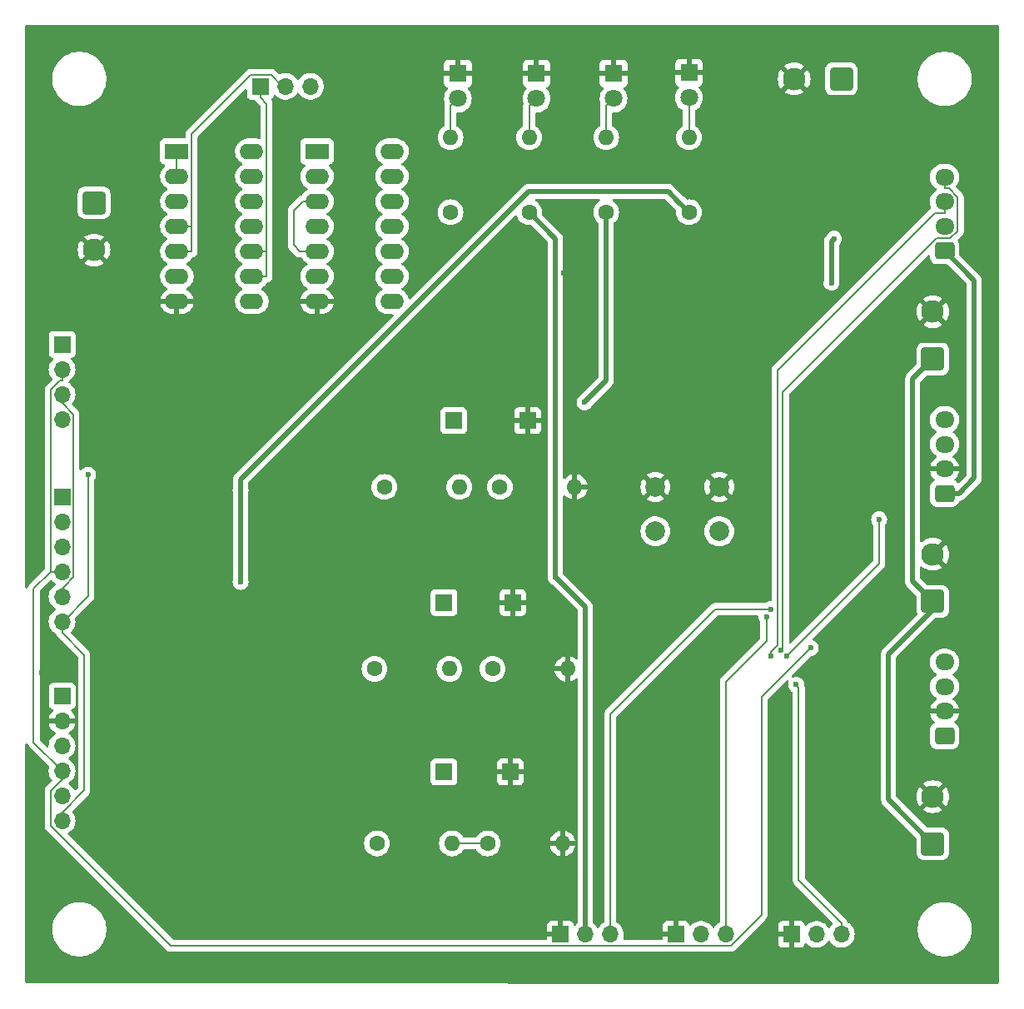
<source format=gbr>
%TF.GenerationSoftware,KiCad,Pcbnew,8.0.0*%
%TF.CreationDate,2024-03-05T12:45:19-06:00*%
%TF.ProjectId,MainBoard,4d61696e-426f-4617-9264-2e6b69636164,rev?*%
%TF.SameCoordinates,Original*%
%TF.FileFunction,Copper,L2,Bot*%
%TF.FilePolarity,Positive*%
%FSLAX46Y46*%
G04 Gerber Fmt 4.6, Leading zero omitted, Abs format (unit mm)*
G04 Created by KiCad (PCBNEW 8.0.0) date 2024-03-05 12:45:19*
%MOMM*%
%LPD*%
G01*
G04 APERTURE LIST*
G04 Aperture macros list*
%AMRoundRect*
0 Rectangle with rounded corners*
0 $1 Rounding radius*
0 $2 $3 $4 $5 $6 $7 $8 $9 X,Y pos of 4 corners*
0 Add a 4 corners polygon primitive as box body*
4,1,4,$2,$3,$4,$5,$6,$7,$8,$9,$2,$3,0*
0 Add four circle primitives for the rounded corners*
1,1,$1+$1,$2,$3*
1,1,$1+$1,$4,$5*
1,1,$1+$1,$6,$7*
1,1,$1+$1,$8,$9*
0 Add four rect primitives between the rounded corners*
20,1,$1+$1,$2,$3,$4,$5,0*
20,1,$1+$1,$4,$5,$6,$7,0*
20,1,$1+$1,$6,$7,$8,$9,0*
20,1,$1+$1,$8,$9,$2,$3,0*%
G04 Aperture macros list end*
%TA.AperFunction,ComponentPad*%
%ADD10C,1.600000*%
%TD*%
%TA.AperFunction,ComponentPad*%
%ADD11O,1.600000X1.600000*%
%TD*%
%TA.AperFunction,ComponentPad*%
%ADD12R,1.700000X1.700000*%
%TD*%
%TA.AperFunction,ComponentPad*%
%ADD13O,1.700000X1.700000*%
%TD*%
%TA.AperFunction,ComponentPad*%
%ADD14RoundRect,0.250001X0.899999X-0.899999X0.899999X0.899999X-0.899999X0.899999X-0.899999X-0.899999X0*%
%TD*%
%TA.AperFunction,ComponentPad*%
%ADD15C,2.300000*%
%TD*%
%TA.AperFunction,ComponentPad*%
%ADD16R,1.800000X1.800000*%
%TD*%
%TA.AperFunction,ComponentPad*%
%ADD17C,1.800000*%
%TD*%
%TA.AperFunction,ComponentPad*%
%ADD18C,2.000000*%
%TD*%
%TA.AperFunction,ComponentPad*%
%ADD19RoundRect,0.250001X-0.899999X0.899999X-0.899999X-0.899999X0.899999X-0.899999X0.899999X0.899999X0*%
%TD*%
%TA.AperFunction,ComponentPad*%
%ADD20RoundRect,0.250000X0.725000X-0.600000X0.725000X0.600000X-0.725000X0.600000X-0.725000X-0.600000X0*%
%TD*%
%TA.AperFunction,ComponentPad*%
%ADD21O,1.950000X1.700000*%
%TD*%
%TA.AperFunction,ComponentPad*%
%ADD22R,2.400000X1.600000*%
%TD*%
%TA.AperFunction,ComponentPad*%
%ADD23O,2.400000X1.600000*%
%TD*%
%TA.AperFunction,ComponentPad*%
%ADD24RoundRect,0.250001X0.899999X0.899999X-0.899999X0.899999X-0.899999X-0.899999X0.899999X-0.899999X0*%
%TD*%
%TA.AperFunction,ViaPad*%
%ADD25C,0.600000*%
%TD*%
%TA.AperFunction,Conductor*%
%ADD26C,0.508000*%
%TD*%
%TA.AperFunction,Conductor*%
%ADD27C,0.200000*%
%TD*%
G04 APERTURE END LIST*
D10*
%TO.P,R3,1*%
%TO.N,+12V*%
X170500000Y-66560000D03*
D11*
%TO.P,R3,2*%
%TO.N,Net-(D3-A)*%
X170500000Y-58940000D03*
%TD*%
D12*
%TO.P,TP5,1,1*%
%TO.N,Net-(JP3-A)*%
X145587500Y-106250000D03*
%TD*%
%TO.P,TP3,1,1*%
%TO.N,Net-(JP2-A)*%
X146587500Y-87750000D03*
%TD*%
%TO.P,J12,1,Pin_1*%
%TO.N,/SPI2_MOSI*%
X106750000Y-80000000D03*
D13*
%TO.P,J12,2,Pin_2*%
%TO.N,/SPI2_MISO*%
X106750000Y-82540000D03*
%TO.P,J12,3,Pin_3*%
%TO.N,/SPI2_SCK*%
X106750000Y-85080000D03*
%TO.P,J12,4,Pin_4*%
%TO.N,/SPI2_NSS*%
X106750000Y-87620000D03*
%TD*%
D14*
%TO.P,J9,1,Pin_1*%
%TO.N,+12V*%
X195300000Y-106140000D03*
D15*
%TO.P,J9,2,Pin_2*%
%TO.N,GND*%
X195300000Y-101340000D03*
%TD*%
D10*
%TO.P,R7,1*%
%TO.N,Net-(U1-FB)*%
X151277500Y-94500000D03*
D11*
%TO.P,R7,2*%
%TO.N,GND*%
X158897500Y-94500000D03*
%TD*%
D12*
%TO.P,J5,1,Pin_1*%
%TO.N,GND*%
X157435000Y-140000000D03*
D13*
%TO.P,J5,2,Pin_2*%
%TO.N,+5V_1.2A*%
X159975000Y-140000000D03*
%TO.P,J5,3,Pin_3*%
%TO.N,Net-(J5-Pin_3)*%
X162515000Y-140000000D03*
%TD*%
D12*
%TO.P,TP2,1,1*%
%TO.N,GND*%
X152337500Y-123500000D03*
%TD*%
D16*
%TO.P,D1,1,K*%
%TO.N,GND*%
X147000000Y-52460000D03*
D17*
%TO.P,D1,2,A*%
%TO.N,Net-(D1-A)*%
X147000000Y-55000000D03*
%TD*%
D18*
%TO.P,SW1,1,1*%
%TO.N,GND*%
X167087500Y-94500000D03*
X173587500Y-94500000D03*
%TO.P,SW1,2,2*%
%TO.N,Net-(U3-NRST)*%
X167087500Y-99000000D03*
X173587500Y-99000000D03*
%TD*%
D16*
%TO.P,D4,1,K*%
%TO.N,GND*%
X162833300Y-52460000D03*
D17*
%TO.P,D4,2,A*%
%TO.N,Net-(D4-A)*%
X162833300Y-55000000D03*
%TD*%
D10*
%TO.P,R4,1*%
%TO.N,Net-(JP1-A)*%
X138777500Y-130750000D03*
D11*
%TO.P,R4,2*%
%TO.N,Net-(U5-FB)*%
X146397500Y-130750000D03*
%TD*%
D10*
%TO.P,R10,1*%
%TO.N,+5V_3A*%
X162083300Y-66560000D03*
D11*
%TO.P,R10,2*%
%TO.N,Net-(D4-A)*%
X162083300Y-58940000D03*
%TD*%
D10*
%TO.P,R8,1*%
%TO.N,Net-(JP3-A)*%
X138527500Y-113000000D03*
D11*
%TO.P,R8,2*%
%TO.N,Net-(U2-FB)*%
X146147500Y-113000000D03*
%TD*%
D14*
%TO.P,J8,1,Pin_1*%
%TO.N,+12V*%
X195300000Y-130800000D03*
D15*
%TO.P,J8,2,Pin_2*%
%TO.N,GND*%
X195300000Y-126000000D03*
%TD*%
D10*
%TO.P,R5,1*%
%TO.N,Net-(U5-FB)*%
X150027500Y-130750000D03*
D11*
%TO.P,R5,2*%
%TO.N,GND*%
X157647500Y-130750000D03*
%TD*%
D10*
%TO.P,R9,1*%
%TO.N,Net-(U2-FB)*%
X150527500Y-113000000D03*
D11*
%TO.P,R9,2*%
%TO.N,GND*%
X158147500Y-113000000D03*
%TD*%
D12*
%TO.P,TP4,1,1*%
%TO.N,GND*%
X154087500Y-87750000D03*
%TD*%
D14*
%TO.P,J21,1,Pin_1*%
%TO.N,+12V*%
X195300000Y-81480000D03*
D15*
%TO.P,J21,2,Pin_2*%
%TO.N,GND*%
X195300000Y-76680000D03*
%TD*%
D19*
%TO.P,J17,1,Pin_1*%
%TO.N,+5V_3A*%
X110000000Y-65600000D03*
D15*
%TO.P,J17,2,Pin_2*%
%TO.N,GND*%
X110000000Y-70400000D03*
%TD*%
D20*
%TO.P,J18,1,Pin_1*%
%TO.N,+3.3V_1.2A*%
X196500000Y-95160000D03*
D21*
%TO.P,J18,2,Pin_2*%
%TO.N,GND*%
X196500000Y-92660000D03*
%TO.P,J18,3,Pin_3*%
%TO.N,/ME2_ChA*%
X196500000Y-90160000D03*
%TO.P,J18,4,Pin_4*%
%TO.N,/ME2_ChB*%
X196500000Y-87660000D03*
%TD*%
D20*
%TO.P,J20,1,Pin_1*%
%TO.N,+3.3V_1.2A*%
X196500000Y-70500000D03*
D21*
%TO.P,J20,2,Pin_2*%
%TO.N,GND*%
X196500000Y-68000000D03*
%TO.P,J20,3,Pin_3*%
%TO.N,/ME3_ChA*%
X196500000Y-65500000D03*
%TO.P,J20,4,Pin_4*%
%TO.N,/ME3_ChB*%
X196500000Y-63000000D03*
%TD*%
D10*
%TO.P,R6,1*%
%TO.N,Net-(JP2-A)*%
X139527500Y-94500000D03*
D11*
%TO.P,R6,2*%
%TO.N,Net-(U1-FB)*%
X147147500Y-94500000D03*
%TD*%
D12*
%TO.P,J7,1,Pin_1*%
%TO.N,GND*%
X180920000Y-140000000D03*
D13*
%TO.P,J7,2,Pin_2*%
%TO.N,+5V_1.2A*%
X183460000Y-140000000D03*
%TO.P,J7,3,Pin_3*%
%TO.N,Net-(J7-Pin_3)*%
X186000000Y-140000000D03*
%TD*%
D12*
%TO.P,J10,1,Pin_1*%
%TO.N,+5V_1.2A*%
X106750000Y-95500000D03*
D13*
%TO.P,J10,2,Pin_2*%
%TO.N,GND*%
X106750000Y-98040000D03*
%TO.P,J10,3,Pin_3*%
%TO.N,/SPI2_MOSI*%
X106750000Y-100580000D03*
%TO.P,J10,4,Pin_4*%
%TO.N,/SPI2_MISO*%
X106750000Y-103120000D03*
%TO.P,J10,5,Pin_5*%
%TO.N,/SPI2_SCK*%
X106750000Y-105660000D03*
%TO.P,J10,6,Pin_6*%
%TO.N,/SPI2_NSS*%
X106750000Y-108200000D03*
%TD*%
D12*
%TO.P,J6,1,Pin_1*%
%TO.N,GND*%
X169177500Y-140000000D03*
D13*
%TO.P,J6,2,Pin_2*%
%TO.N,+5V_1.2A*%
X171717500Y-140000000D03*
%TO.P,J6,3,Pin_3*%
%TO.N,Net-(J6-Pin_3)*%
X174257500Y-140000000D03*
%TD*%
D12*
%TO.P,TP6,1,1*%
%TO.N,GND*%
X152587500Y-106250000D03*
%TD*%
D22*
%TO.P,U4,1,1A*%
%TO.N,Net-(J14-Pin_3)*%
X118425000Y-60375000D03*
D23*
%TO.P,U4,2,1B*%
X118425000Y-62915000D03*
%TO.P,U4,3,1Y*%
%TO.N,Net-(U4-1Y)*%
X118425000Y-65455000D03*
%TO.P,U4,4,2A*%
%TO.N,Net-(J14-Pin_2)*%
X118425000Y-67995000D03*
%TO.P,U4,5,2B*%
X118425000Y-70535000D03*
%TO.P,U4,6,2Y*%
%TO.N,Net-(U4-2Y)*%
X118425000Y-73075000D03*
%TO.P,U4,7,GND*%
%TO.N,GND*%
X118425000Y-75615000D03*
%TO.P,U4,8,3Y*%
%TO.N,Net-(U4-3Y)*%
X126045000Y-75615000D03*
%TO.P,U4,9,3A*%
%TO.N,Net-(J14-Pin_1)*%
X126045000Y-73075000D03*
%TO.P,U4,10,3B*%
X126045000Y-70535000D03*
%TO.P,U4,11,4Y*%
%TO.N,unconnected-(U4-4Y-Pad11)*%
X126045000Y-67995000D03*
%TO.P,U4,12,4A*%
%TO.N,unconnected-(U4-4A-Pad12)*%
X126045000Y-65455000D03*
%TO.P,U4,13,4B*%
%TO.N,unconnected-(U4-4B-Pad13)*%
X126045000Y-62915000D03*
%TO.P,U4,14,VCC*%
%TO.N,+5V_3A*%
X126045000Y-60375000D03*
%TD*%
D16*
%TO.P,D3,1,K*%
%TO.N,GND*%
X170500000Y-52375000D03*
D17*
%TO.P,D3,2,A*%
%TO.N,Net-(D3-A)*%
X170500000Y-54915000D03*
%TD*%
D24*
%TO.P,J4,1,Pin_1*%
%TO.N,+12V*%
X186000000Y-53000000D03*
D15*
%TO.P,J4,2,Pin_2*%
%TO.N,GND*%
X181200000Y-53000000D03*
%TD*%
D12*
%TO.P,J11,1,Pin_1*%
%TO.N,+5V_1.2A*%
X106750000Y-115750000D03*
D13*
%TO.P,J11,2,Pin_2*%
%TO.N,GND*%
X106750000Y-118290000D03*
%TO.P,J11,3,Pin_3*%
%TO.N,/SPI2_MOSI*%
X106750000Y-120830000D03*
%TO.P,J11,4,Pin_4*%
%TO.N,/SPI2_MISO*%
X106750000Y-123370000D03*
%TO.P,J11,5,Pin_5*%
%TO.N,/SPI2_SCK*%
X106750000Y-125910000D03*
%TO.P,J11,6,Pin_6*%
%TO.N,/SPI2_NSS*%
X106750000Y-128450000D03*
%TD*%
D22*
%TO.P,U6,1,1A*%
%TO.N,Net-(U4-2Y)*%
X132675000Y-60375000D03*
D23*
%TO.P,U6,2,1B*%
%TO.N,Net-(U4-1Y)*%
X132675000Y-62915000D03*
%TO.P,U6,3,1Y*%
%TO.N,Net-(U6-1Y)*%
X132675000Y-65455000D03*
%TO.P,U6,4,2A*%
%TO.N,Net-(U4-3Y)*%
X132675000Y-67995000D03*
%TO.P,U6,5,2B*%
%TO.N,Net-(U6-1Y)*%
X132675000Y-70535000D03*
%TO.P,U6,6,2Y*%
%TO.N,/LimitSwitchORGates/OR3 Output*%
X132675000Y-73075000D03*
%TO.P,U6,7,GND*%
%TO.N,GND*%
X132675000Y-75615000D03*
%TO.P,U6,8,3Y*%
%TO.N,unconnected-(U6-3Y-Pad8)*%
X140295000Y-75615000D03*
%TO.P,U6,9,3A*%
%TO.N,unconnected-(U6-3A-Pad9)*%
X140295000Y-73075000D03*
%TO.P,U6,10,3B*%
%TO.N,unconnected-(U6-3B-Pad10)*%
X140295000Y-70535000D03*
%TO.P,U6,11,4Y*%
%TO.N,unconnected-(U6-4Y-Pad11)*%
X140295000Y-67995000D03*
%TO.P,U6,12,4A*%
%TO.N,unconnected-(U6-4A-Pad12)*%
X140295000Y-65455000D03*
%TO.P,U6,13,4B*%
%TO.N,unconnected-(U6-4B-Pad13)*%
X140295000Y-62915000D03*
%TO.P,U6,14,VCC*%
%TO.N,+5V_3A*%
X140295000Y-60375000D03*
%TD*%
D10*
%TO.P,R1,1*%
%TO.N,+3.3V_1.2A*%
X146250000Y-66560000D03*
D11*
%TO.P,R1,2*%
%TO.N,Net-(D1-A)*%
X146250000Y-58940000D03*
%TD*%
D16*
%TO.P,D2,1,K*%
%TO.N,GND*%
X155000000Y-52460000D03*
D17*
%TO.P,D2,2,A*%
%TO.N,Net-(D2-A)*%
X155000000Y-55000000D03*
%TD*%
D12*
%TO.P,TP1,1,1*%
%TO.N,Net-(JP1-A)*%
X145587500Y-123500000D03*
%TD*%
%TO.P,J14,1,Pin_1*%
%TO.N,Net-(J14-Pin_1)*%
X126920000Y-53750000D03*
D13*
%TO.P,J14,2,Pin_2*%
%TO.N,Net-(J14-Pin_2)*%
X129460000Y-53750000D03*
%TO.P,J14,3,Pin_3*%
%TO.N,Net-(J14-Pin_3)*%
X132000000Y-53750000D03*
%TD*%
D20*
%TO.P,J19,1,Pin_1*%
%TO.N,+3.3V_1.2A*%
X196500000Y-119820000D03*
D21*
%TO.P,J19,2,Pin_2*%
%TO.N,GND*%
X196500000Y-117320000D03*
%TO.P,J19,3,Pin_3*%
%TO.N,/ME1_ChA*%
X196500000Y-114820000D03*
%TO.P,J19,4,Pin_4*%
%TO.N,/ME1_ChB*%
X196500000Y-112320000D03*
%TD*%
D10*
%TO.P,R2,1*%
%TO.N,+5V_1.2A*%
X154250000Y-66560000D03*
D11*
%TO.P,R2,2*%
%TO.N,Net-(D2-A)*%
X154250000Y-58940000D03*
%TD*%
D25*
%TO.N,+12V*%
X185000000Y-73750000D03*
X185250000Y-69250000D03*
X124902700Y-94845700D03*
X124902700Y-104156700D03*
%TO.N,GND*%
X141250000Y-136000000D03*
X179000000Y-127500000D03*
X183950000Y-114200000D03*
X138838000Y-118250000D03*
X109950000Y-120900000D03*
X125700000Y-126800000D03*
X125750000Y-90250000D03*
X171250000Y-104000000D03*
X157750000Y-72750000D03*
X185900000Y-118150000D03*
X113400000Y-92550000D03*
X116950000Y-86150000D03*
X104600000Y-93000000D03*
X172950000Y-110350000D03*
X139338000Y-100500000D03*
X104650000Y-113350000D03*
X111400000Y-104100000D03*
X132750000Y-82500000D03*
X185750000Y-81750000D03*
X177800000Y-103150000D03*
X125750000Y-109050000D03*
X184850000Y-105150000D03*
%TO.N,+5V_3A*%
X159883500Y-85890400D03*
%TO.N,+5V_1.2A*%
X156936400Y-103687000D03*
%TO.N,Net-(J5-Pin_3)*%
X178831100Y-106920000D03*
%TO.N,Net-(J6-Pin_3)*%
X178381000Y-107683600D03*
%TO.N,Net-(J7-Pin_3)*%
X181400000Y-114611300D03*
%TO.N,/SPI2_NSS*%
X109400000Y-93250000D03*
%TO.N,/SPI2_MISO*%
X182891200Y-110869200D03*
%TO.N,/ME2_ChA*%
X180462500Y-111675100D03*
X189839700Y-97792800D03*
%TO.N,/ME3_ChA*%
X178843300Y-111719600D03*
%TO.N,/ME3_ChB*%
X179886900Y-111094000D03*
%TD*%
D26*
%TO.N,+12V*%
X190800000Y-126300000D02*
X195300000Y-130800000D01*
X124902700Y-104156700D02*
X124902700Y-94845700D01*
X193250000Y-104090000D02*
X193849800Y-104689800D01*
X124902700Y-93747300D02*
X124902700Y-94845700D01*
X195300000Y-81480000D02*
X193250000Y-83530000D01*
X169390800Y-65450800D02*
X169390800Y-65440800D01*
X170500000Y-66560000D02*
X169390800Y-65450800D01*
X185250000Y-69250000D02*
X185000000Y-69500000D01*
X154200000Y-64450000D02*
X124902700Y-93747300D01*
X169390800Y-65440800D02*
X168400000Y-64450000D01*
X168400000Y-64450000D02*
X154200000Y-64450000D01*
X185000000Y-69500000D02*
X185000000Y-73750000D01*
X190800000Y-111500000D02*
X190800000Y-126300000D01*
X193250000Y-83530000D02*
X193250000Y-104090000D01*
X193849800Y-104689800D02*
X195300000Y-106140000D01*
X195300000Y-107000000D02*
X190800000Y-111500000D01*
X195300000Y-106140000D02*
X195300000Y-107000000D01*
D27*
%TO.N,Net-(D1-A)*%
X146250000Y-55750000D02*
X146250000Y-58940000D01*
X147000000Y-55000000D02*
X146250000Y-55750000D01*
%TO.N,Net-(D2-A)*%
X154250000Y-55750000D02*
X154250000Y-58940000D01*
X155000000Y-55000000D02*
X154250000Y-55750000D01*
%TO.N,Net-(D3-A)*%
X170500000Y-54915000D02*
X170500000Y-58940000D01*
%TO.N,Net-(D4-A)*%
X162083300Y-55750000D02*
X162083300Y-58940000D01*
X162833300Y-55000000D02*
X162083300Y-55750000D01*
D26*
%TO.N,+5V_3A*%
X162083300Y-83690600D02*
X159883500Y-85890400D01*
X162083300Y-66560000D02*
X162083300Y-83690600D01*
%TO.N,+5V_1.2A*%
X159975000Y-106725600D02*
X159975000Y-140000000D01*
X156936400Y-103687000D02*
X159975000Y-106725600D01*
X156936400Y-69246400D02*
X156936400Y-103687000D01*
X154250000Y-66560000D02*
X156936400Y-69246400D01*
D27*
%TO.N,Net-(J5-Pin_3)*%
X178831100Y-106920000D02*
X173180000Y-106920000D01*
X173180000Y-106920000D02*
X162515000Y-117585000D01*
X162515000Y-117585000D02*
X162515000Y-140000000D01*
%TO.N,Net-(J6-Pin_3)*%
X174257500Y-114292500D02*
X174257500Y-140000000D01*
X178381000Y-107683600D02*
X178381000Y-110169000D01*
X178381000Y-110169000D02*
X174257500Y-114292500D01*
%TO.N,Net-(J7-Pin_3)*%
X181659800Y-114871100D02*
X181659800Y-134509700D01*
X181400000Y-114611300D02*
X181659800Y-114871100D01*
X181659800Y-134509700D02*
X186000000Y-138849900D01*
X186000000Y-138849900D02*
X186000000Y-140000000D01*
%TO.N,/SPI2_NSS*%
X109000000Y-111600100D02*
X106750000Y-109350100D01*
X109400000Y-105621800D02*
X106750000Y-108271800D01*
X106750000Y-128450000D02*
X106750000Y-127587400D01*
X106750000Y-127587400D02*
X109000000Y-125337400D01*
X109400000Y-93250000D02*
X109400000Y-105621800D01*
X106750000Y-108200000D02*
X106750000Y-108271800D01*
X109000000Y-125337400D02*
X109000000Y-111600100D01*
X106750000Y-109350100D02*
X106750000Y-108271800D01*
%TO.N,/SPI2_MISO*%
X177880800Y-115879600D02*
X177880800Y-138020300D01*
X105599900Y-103120000D02*
X105599900Y-84601900D01*
X117805100Y-141152100D02*
X105598100Y-128945100D01*
X174749000Y-141152100D02*
X117805100Y-141152100D01*
X106750000Y-103120000D02*
X105599900Y-103120000D01*
X106511700Y-83690100D02*
X106750000Y-83690100D01*
X103850000Y-120470000D02*
X103850000Y-104869900D01*
X106750000Y-123370000D02*
X103850000Y-120470000D01*
X106750000Y-82540000D02*
X106750000Y-83690100D01*
X182891200Y-110869200D02*
X177880800Y-115879600D01*
X105598100Y-125384500D02*
X106750000Y-124232600D01*
X105599900Y-84601900D02*
X106511700Y-83690100D01*
X105598100Y-128945100D02*
X105598100Y-125384500D01*
X177880800Y-138020300D02*
X174749000Y-141152100D01*
X103850000Y-104869900D02*
X105599900Y-103120000D01*
X106750000Y-124232600D02*
X106750000Y-123370000D01*
%TO.N,/SPI2_SCK*%
X107908100Y-87108100D02*
X107908100Y-103639300D01*
X106750000Y-104800000D02*
X106750000Y-105660000D01*
X107908100Y-103639300D02*
X107000000Y-104547400D01*
X106750000Y-85950000D02*
X107908100Y-87108100D01*
X106750000Y-85080000D02*
X106750000Y-85950000D01*
X107000000Y-104550000D02*
X106750000Y-104800000D01*
X107000000Y-104547400D02*
X107000000Y-104550000D01*
D26*
%TO.N,+3.3V_1.2A*%
X199500000Y-93600000D02*
X199500000Y-73500000D01*
X197940000Y-95160000D02*
X199500000Y-93600000D01*
X196500000Y-95160000D02*
X197940000Y-95160000D01*
X199500000Y-73500000D02*
X196500000Y-70500000D01*
D27*
%TO.N,Net-(J14-Pin_2)*%
X129150000Y-53750000D02*
X129460000Y-53750000D01*
X118425000Y-70535000D02*
X119925100Y-70535000D01*
X127999800Y-52599800D02*
X129150000Y-53750000D01*
X119925100Y-67995000D02*
X119925100Y-58605800D01*
X119925100Y-58605800D02*
X125931100Y-52599800D01*
X125931100Y-52599800D02*
X127999800Y-52599800D01*
X119925100Y-70535000D02*
X119925100Y-67995000D01*
X118425000Y-67995000D02*
X119925100Y-67995000D01*
%TO.N,Net-(J14-Pin_3)*%
X118425000Y-62915000D02*
X118425000Y-60375000D01*
%TO.N,Net-(J14-Pin_1)*%
X126920000Y-53750000D02*
X126920000Y-54900100D01*
X126045000Y-70535000D02*
X127445100Y-70535000D01*
X127545100Y-55525200D02*
X126920000Y-54900100D01*
X126045000Y-73075000D02*
X127545100Y-73075000D01*
X127445100Y-70535000D02*
X127545100Y-70535000D01*
X127545100Y-70535000D02*
X127545100Y-73075000D01*
X127545100Y-70535000D02*
X127545100Y-55525200D01*
%TO.N,/ME2_ChA*%
X180462500Y-111675100D02*
X189839700Y-102297900D01*
X189839700Y-102297900D02*
X189839700Y-97792800D01*
%TO.N,/ME3_ChA*%
X195493700Y-66650100D02*
X179511300Y-82632500D01*
X196500000Y-65500000D02*
X196500000Y-66650100D01*
X178843400Y-111719600D02*
X178843300Y-111719600D01*
X179511300Y-82632500D02*
X179511300Y-110621000D01*
X179511300Y-110621000D02*
X178843400Y-111288900D01*
X178843400Y-111288900D02*
X178843400Y-111719600D01*
X196500000Y-66650100D02*
X195493700Y-66650100D01*
%TO.N,/ME3_ChB*%
X197829200Y-68483200D02*
X197077700Y-69234700D01*
X196500000Y-63000000D02*
X196500000Y-64150100D01*
X180062300Y-110918600D02*
X179886900Y-111094000D01*
X196500000Y-64150100D02*
X196931300Y-64150100D01*
X195653500Y-69234700D02*
X180062300Y-84825900D01*
X197829200Y-65048000D02*
X197829200Y-68483200D01*
X197077700Y-69234700D02*
X195653500Y-69234700D01*
X196931300Y-64150100D02*
X197829200Y-65048000D01*
X180062300Y-84825900D02*
X180062300Y-110918600D01*
%TO.N,Net-(U5-FB)*%
X150027500Y-130750000D02*
X146397500Y-130750000D01*
%TO.N,Net-(U6-1Y)*%
X131245000Y-65455000D02*
X132675000Y-65455000D01*
X130300000Y-66400000D02*
X131245000Y-65455000D01*
X132675000Y-70535000D02*
X130935000Y-70535000D01*
X130300000Y-69900000D02*
X130300000Y-66400000D01*
X130935000Y-70535000D02*
X130300000Y-69900000D01*
%TD*%
%TA.AperFunction,Conductor*%
%TO.N,GND*%
G36*
X201942121Y-47520002D02*
G01*
X201988614Y-47573658D01*
X202000000Y-47626000D01*
X202000000Y-144923936D01*
X201979998Y-144992057D01*
X201926342Y-145038550D01*
X201873936Y-145049936D01*
X103141436Y-145000070D01*
X103073326Y-144980034D01*
X103026860Y-144926354D01*
X103015500Y-144874070D01*
X103015500Y-139654465D01*
X105749500Y-139654465D01*
X105784089Y-139961456D01*
X105822102Y-140128000D01*
X105852832Y-140262636D01*
X105852834Y-140262642D01*
X105852833Y-140262642D01*
X105954858Y-140554211D01*
X105954869Y-140554238D01*
X106088902Y-140832560D01*
X106088907Y-140832569D01*
X106253265Y-141094143D01*
X106445882Y-141335677D01*
X106664322Y-141554117D01*
X106664326Y-141554120D01*
X106905857Y-141746735D01*
X107167435Y-141911095D01*
X107445771Y-142045135D01*
X107445787Y-142045140D01*
X107445788Y-142045141D01*
X107737357Y-142147166D01*
X107737360Y-142147166D01*
X107737364Y-142147168D01*
X107960290Y-142198049D01*
X108038543Y-142215910D01*
X108038544Y-142215910D01*
X108038548Y-142215911D01*
X108282565Y-142243405D01*
X108345534Y-142250500D01*
X108345535Y-142250500D01*
X108654466Y-142250500D01*
X108706717Y-142244612D01*
X108961452Y-142215911D01*
X109262636Y-142147168D01*
X109554229Y-142045135D01*
X109832565Y-141911095D01*
X110094143Y-141746735D01*
X110335674Y-141554120D01*
X110554120Y-141335674D01*
X110746735Y-141094143D01*
X110911095Y-140832565D01*
X111045135Y-140554229D01*
X111147168Y-140262636D01*
X111215911Y-139961452D01*
X111250500Y-139654465D01*
X111250500Y-139345535D01*
X111250409Y-139344731D01*
X111218108Y-139058049D01*
X111215911Y-139038548D01*
X111147168Y-138737364D01*
X111146255Y-138734756D01*
X111045141Y-138445788D01*
X111045140Y-138445787D01*
X111045135Y-138445771D01*
X110911095Y-138167435D01*
X110868980Y-138100410D01*
X110746734Y-137905856D01*
X110554117Y-137664322D01*
X110335677Y-137445882D01*
X110094143Y-137253265D01*
X109832569Y-137088907D01*
X109832560Y-137088902D01*
X109554238Y-136954869D01*
X109554233Y-136954867D01*
X109554229Y-136954865D01*
X109554223Y-136954862D01*
X109554211Y-136954858D01*
X109262642Y-136852833D01*
X108961456Y-136784089D01*
X108654466Y-136749500D01*
X108654465Y-136749500D01*
X108345535Y-136749500D01*
X108345534Y-136749500D01*
X108038543Y-136784089D01*
X107737357Y-136852833D01*
X107445788Y-136954858D01*
X107445761Y-136954869D01*
X107167439Y-137088902D01*
X107167430Y-137088907D01*
X106905856Y-137253265D01*
X106664322Y-137445882D01*
X106445882Y-137664322D01*
X106253265Y-137905856D01*
X106088907Y-138167430D01*
X106088902Y-138167439D01*
X105954869Y-138445761D01*
X105954858Y-138445788D01*
X105852833Y-138737357D01*
X105784089Y-139038543D01*
X105749500Y-139345534D01*
X105749500Y-139654465D01*
X103015500Y-139654465D01*
X103015500Y-120663731D01*
X103035502Y-120595610D01*
X103089158Y-120549117D01*
X103159432Y-120539013D01*
X103224012Y-120568507D01*
X103262396Y-120628233D01*
X103263190Y-120631061D01*
X103282968Y-120704873D01*
X103282969Y-120704875D01*
X103282970Y-120704877D01*
X103363075Y-120843623D01*
X103363083Y-120843633D01*
X105407276Y-122887825D01*
X105441301Y-122950137D01*
X105440326Y-123007850D01*
X105405436Y-123145628D01*
X105386844Y-123370000D01*
X105405437Y-123594375D01*
X105460702Y-123812612D01*
X105460703Y-123812613D01*
X105460704Y-123812616D01*
X105551140Y-124018791D01*
X105674278Y-124207268D01*
X105707675Y-124243546D01*
X105739096Y-124307211D01*
X105731109Y-124377757D01*
X105704070Y-124417979D01*
X105111180Y-125010870D01*
X105111175Y-125010876D01*
X105031067Y-125149627D01*
X105031068Y-125149628D01*
X104989600Y-125304389D01*
X104989600Y-128864990D01*
X104989600Y-129025210D01*
X105031068Y-129179973D01*
X105031069Y-129179975D01*
X105031070Y-129179977D01*
X105111175Y-129318723D01*
X105111183Y-129318733D01*
X117431466Y-141639016D01*
X117431470Y-141639019D01*
X117431473Y-141639022D01*
X117570227Y-141719132D01*
X117647608Y-141739866D01*
X117724989Y-141760600D01*
X117724990Y-141760600D01*
X174829110Y-141760600D01*
X174829111Y-141760600D01*
X174906491Y-141739866D01*
X174983873Y-141719132D01*
X175122627Y-141639022D01*
X178244054Y-138517592D01*
X178244063Y-138517586D01*
X178367715Y-138393934D01*
X178367721Y-138393928D01*
X178431842Y-138282868D01*
X178447832Y-138255173D01*
X178489300Y-138100410D01*
X178489300Y-137940190D01*
X178489300Y-116183838D01*
X178509302Y-116115717D01*
X178526200Y-116094748D01*
X180440396Y-114180552D01*
X180502707Y-114146527D01*
X180573522Y-114151592D01*
X180630358Y-114194139D01*
X180655169Y-114260659D01*
X180648419Y-114311263D01*
X180618066Y-114398009D01*
X180606783Y-114430253D01*
X180586384Y-114611300D01*
X180606783Y-114792347D01*
X180606783Y-114792349D01*
X180606784Y-114792350D01*
X180666957Y-114964315D01*
X180666958Y-114964318D01*
X180763887Y-115118579D01*
X180763888Y-115118581D01*
X180892718Y-115247411D01*
X180892720Y-115247412D01*
X180992336Y-115310005D01*
X181039374Y-115363183D01*
X181051300Y-115416692D01*
X181051300Y-134429590D01*
X181051300Y-134589810D01*
X181092768Y-134744573D01*
X181092769Y-134744575D01*
X181092770Y-134744577D01*
X181172875Y-134883323D01*
X181172883Y-134883333D01*
X185093892Y-138804341D01*
X185127918Y-138866653D01*
X185122853Y-138937468D01*
X185082200Y-138992858D01*
X185076768Y-138997086D01*
X185076753Y-138997100D01*
X184924280Y-139162729D01*
X184924279Y-139162729D01*
X184835483Y-139298643D01*
X184781479Y-139344731D01*
X184711131Y-139354306D01*
X184646774Y-139324329D01*
X184624517Y-139298643D01*
X184535720Y-139162729D01*
X184406600Y-139022470D01*
X184383240Y-138997094D01*
X184383239Y-138997093D01*
X184383237Y-138997091D01*
X184271106Y-138909816D01*
X184205576Y-138858811D01*
X184007574Y-138751658D01*
X184007572Y-138751657D01*
X184007571Y-138751656D01*
X183794639Y-138678557D01*
X183794630Y-138678555D01*
X183750476Y-138671187D01*
X183572569Y-138641500D01*
X183347431Y-138641500D01*
X183199211Y-138666233D01*
X183125369Y-138678555D01*
X183125360Y-138678557D01*
X182912428Y-138751656D01*
X182912426Y-138751658D01*
X182714432Y-138858807D01*
X182714426Y-138858810D01*
X182714424Y-138858811D01*
X182536759Y-138997094D01*
X182475374Y-139063775D01*
X182414521Y-139100346D01*
X182343557Y-139098211D01*
X182285012Y-139058049D01*
X182264618Y-139022470D01*
X182220443Y-138904033D01*
X182132904Y-138787095D01*
X182015965Y-138699555D01*
X181879093Y-138648505D01*
X181818597Y-138642000D01*
X181174000Y-138642000D01*
X181174000Y-139569297D01*
X181112993Y-139534075D01*
X180985826Y-139500000D01*
X180854174Y-139500000D01*
X180727007Y-139534075D01*
X180666000Y-139569297D01*
X180666000Y-138642000D01*
X180021402Y-138642000D01*
X179960906Y-138648505D01*
X179824035Y-138699555D01*
X179824034Y-138699555D01*
X179707095Y-138787095D01*
X179619555Y-138904034D01*
X179619555Y-138904035D01*
X179568505Y-139040906D01*
X179562000Y-139101402D01*
X179562000Y-139746000D01*
X180489297Y-139746000D01*
X180454075Y-139807007D01*
X180420000Y-139934174D01*
X180420000Y-140065826D01*
X180454075Y-140192993D01*
X180489297Y-140254000D01*
X179562000Y-140254000D01*
X179562000Y-140898597D01*
X179568505Y-140959093D01*
X179619555Y-141095964D01*
X179619555Y-141095965D01*
X179707095Y-141212904D01*
X179824034Y-141300444D01*
X179960906Y-141351494D01*
X180021402Y-141357999D01*
X180021415Y-141358000D01*
X180666000Y-141358000D01*
X180666000Y-140430702D01*
X180727007Y-140465925D01*
X180854174Y-140500000D01*
X180985826Y-140500000D01*
X181112993Y-140465925D01*
X181174000Y-140430702D01*
X181174000Y-141358000D01*
X181818585Y-141358000D01*
X181818597Y-141357999D01*
X181879093Y-141351494D01*
X182015964Y-141300444D01*
X182015965Y-141300444D01*
X182132904Y-141212904D01*
X182220444Y-141095965D01*
X182264618Y-140977530D01*
X182307165Y-140920694D01*
X182373685Y-140895883D01*
X182443059Y-140910974D01*
X182475372Y-140936222D01*
X182496427Y-140959093D01*
X182536762Y-141002908D01*
X182591331Y-141045381D01*
X182714424Y-141141189D01*
X182912426Y-141248342D01*
X182912427Y-141248342D01*
X182912428Y-141248343D01*
X183024227Y-141286723D01*
X183125365Y-141321444D01*
X183347431Y-141358500D01*
X183347435Y-141358500D01*
X183572565Y-141358500D01*
X183572569Y-141358500D01*
X183794635Y-141321444D01*
X184007574Y-141248342D01*
X184205576Y-141141189D01*
X184383240Y-141002906D01*
X184535722Y-140837268D01*
X184624518Y-140701354D01*
X184678520Y-140655268D01*
X184748868Y-140645692D01*
X184813225Y-140675669D01*
X184835480Y-140701353D01*
X184868607Y-140752058D01*
X184924275Y-140837265D01*
X184924279Y-140837270D01*
X185076762Y-141002908D01*
X185131331Y-141045381D01*
X185254424Y-141141189D01*
X185452426Y-141248342D01*
X185452427Y-141248342D01*
X185452428Y-141248343D01*
X185564227Y-141286723D01*
X185665365Y-141321444D01*
X185887431Y-141358500D01*
X185887435Y-141358500D01*
X186112565Y-141358500D01*
X186112569Y-141358500D01*
X186334635Y-141321444D01*
X186547574Y-141248342D01*
X186745576Y-141141189D01*
X186923240Y-141002906D01*
X187075722Y-140837268D01*
X187198860Y-140648791D01*
X187289296Y-140442616D01*
X187344564Y-140224368D01*
X187363156Y-140000000D01*
X187344564Y-139775632D01*
X187313880Y-139654465D01*
X193749500Y-139654465D01*
X193784089Y-139961456D01*
X193822102Y-140128000D01*
X193852832Y-140262636D01*
X193852834Y-140262642D01*
X193852833Y-140262642D01*
X193954858Y-140554211D01*
X193954869Y-140554238D01*
X194088902Y-140832560D01*
X194088907Y-140832569D01*
X194253265Y-141094143D01*
X194445882Y-141335677D01*
X194664322Y-141554117D01*
X194664326Y-141554120D01*
X194905857Y-141746735D01*
X195167435Y-141911095D01*
X195445771Y-142045135D01*
X195445787Y-142045140D01*
X195445788Y-142045141D01*
X195737357Y-142147166D01*
X195737360Y-142147166D01*
X195737364Y-142147168D01*
X195960290Y-142198049D01*
X196038543Y-142215910D01*
X196038544Y-142215910D01*
X196038548Y-142215911D01*
X196282565Y-142243405D01*
X196345534Y-142250500D01*
X196345535Y-142250500D01*
X196654466Y-142250500D01*
X196706717Y-142244612D01*
X196961452Y-142215911D01*
X197262636Y-142147168D01*
X197554229Y-142045135D01*
X197832565Y-141911095D01*
X198094143Y-141746735D01*
X198335674Y-141554120D01*
X198554120Y-141335674D01*
X198746735Y-141094143D01*
X198911095Y-140832565D01*
X199045135Y-140554229D01*
X199147168Y-140262636D01*
X199215911Y-139961452D01*
X199250500Y-139654465D01*
X199250500Y-139345535D01*
X199250409Y-139344731D01*
X199218108Y-139058049D01*
X199215911Y-139038548D01*
X199147168Y-138737364D01*
X199146255Y-138734756D01*
X199045141Y-138445788D01*
X199045140Y-138445787D01*
X199045135Y-138445771D01*
X198911095Y-138167435D01*
X198868980Y-138100410D01*
X198746734Y-137905856D01*
X198554117Y-137664322D01*
X198335677Y-137445882D01*
X198094143Y-137253265D01*
X197832569Y-137088907D01*
X197832560Y-137088902D01*
X197554238Y-136954869D01*
X197554233Y-136954867D01*
X197554229Y-136954865D01*
X197554223Y-136954862D01*
X197554211Y-136954858D01*
X197262642Y-136852833D01*
X196961456Y-136784089D01*
X196654466Y-136749500D01*
X196654465Y-136749500D01*
X196345535Y-136749500D01*
X196345534Y-136749500D01*
X196038543Y-136784089D01*
X195737357Y-136852833D01*
X195445788Y-136954858D01*
X195445761Y-136954869D01*
X195167439Y-137088902D01*
X195167430Y-137088907D01*
X194905856Y-137253265D01*
X194664322Y-137445882D01*
X194445882Y-137664322D01*
X194253265Y-137905856D01*
X194088907Y-138167430D01*
X194088902Y-138167439D01*
X193954869Y-138445761D01*
X193954858Y-138445788D01*
X193852833Y-138737357D01*
X193784089Y-139038543D01*
X193749500Y-139345534D01*
X193749500Y-139654465D01*
X187313880Y-139654465D01*
X187289296Y-139557384D01*
X187198860Y-139351209D01*
X187192140Y-139340924D01*
X187075724Y-139162734D01*
X187075720Y-139162729D01*
X186946600Y-139022470D01*
X186923240Y-138997094D01*
X186923239Y-138997093D01*
X186923237Y-138997091D01*
X186811106Y-138909816D01*
X186745576Y-138858811D01*
X186745569Y-138858807D01*
X186660849Y-138812958D01*
X186610459Y-138762945D01*
X186599114Y-138734763D01*
X186567032Y-138615028D01*
X186551042Y-138587332D01*
X186510774Y-138517586D01*
X186486924Y-138476276D01*
X186486916Y-138476266D01*
X182305205Y-134294555D01*
X182271179Y-134232243D01*
X182268300Y-134205460D01*
X182268300Y-126375103D01*
X190037500Y-126375103D01*
X190066803Y-126522414D01*
X190066804Y-126522415D01*
X190124282Y-126661179D01*
X190207727Y-126786065D01*
X190207730Y-126786069D01*
X193604595Y-130182933D01*
X193638621Y-130245245D01*
X193641500Y-130272028D01*
X193641500Y-131750552D01*
X193641499Y-131750552D01*
X193652112Y-131854421D01*
X193652112Y-131854423D01*
X193652113Y-131854425D01*
X193707885Y-132022738D01*
X193800970Y-132173651D01*
X193800975Y-132173657D01*
X193926342Y-132299024D01*
X193926348Y-132299029D01*
X193926349Y-132299030D01*
X194077262Y-132392115D01*
X194245575Y-132447887D01*
X194273906Y-132450781D01*
X194349448Y-132458500D01*
X194349456Y-132458500D01*
X196250552Y-132458500D01*
X196319798Y-132451424D01*
X196354425Y-132447887D01*
X196522738Y-132392115D01*
X196673651Y-132299030D01*
X196799030Y-132173651D01*
X196892115Y-132022738D01*
X196947887Y-131854425D01*
X196951424Y-131819798D01*
X196958500Y-131750552D01*
X196958500Y-129849447D01*
X196947887Y-129745578D01*
X196947887Y-129745575D01*
X196892115Y-129577262D01*
X196799030Y-129426349D01*
X196799029Y-129426348D01*
X196799024Y-129426342D01*
X196673657Y-129300975D01*
X196673651Y-129300970D01*
X196651432Y-129287265D01*
X196522738Y-129207885D01*
X196354425Y-129152113D01*
X196354423Y-129152112D01*
X196354421Y-129152112D01*
X196250552Y-129141500D01*
X196250544Y-129141500D01*
X194772028Y-129141500D01*
X194703907Y-129121498D01*
X194682933Y-129104595D01*
X191599405Y-126021067D01*
X191587901Y-126000000D01*
X193636873Y-126000000D01*
X193657349Y-126260169D01*
X193718271Y-126513933D01*
X193818142Y-126755042D01*
X193954500Y-126977559D01*
X193958521Y-126982267D01*
X193958522Y-126982268D01*
X194775017Y-126165772D01*
X194787482Y-126212292D01*
X194859890Y-126337708D01*
X194962292Y-126440110D01*
X195087708Y-126512518D01*
X195134226Y-126524982D01*
X194317730Y-127341477D01*
X194317730Y-127341478D01*
X194322431Y-127345492D01*
X194322434Y-127345494D01*
X194544957Y-127481857D01*
X194786066Y-127581728D01*
X195039830Y-127642650D01*
X195300000Y-127663126D01*
X195560169Y-127642650D01*
X195813933Y-127581728D01*
X196055042Y-127481857D01*
X196277558Y-127345499D01*
X196282268Y-127341477D01*
X195465773Y-126524982D01*
X195512292Y-126512518D01*
X195637708Y-126440110D01*
X195740110Y-126337708D01*
X195812518Y-126212292D01*
X195824982Y-126165773D01*
X196641477Y-126982268D01*
X196645499Y-126977558D01*
X196781857Y-126755042D01*
X196881728Y-126513933D01*
X196942650Y-126260169D01*
X196963126Y-126000000D01*
X196942650Y-125739830D01*
X196881728Y-125486066D01*
X196781857Y-125244957D01*
X196645494Y-125022434D01*
X196645492Y-125022431D01*
X196641477Y-125017730D01*
X195824982Y-125834225D01*
X195812518Y-125787708D01*
X195740110Y-125662292D01*
X195637708Y-125559890D01*
X195512292Y-125487482D01*
X195465773Y-125475017D01*
X196282268Y-124658522D01*
X196282267Y-124658521D01*
X196277559Y-124654500D01*
X196055042Y-124518142D01*
X195813933Y-124418271D01*
X195560169Y-124357349D01*
X195300000Y-124336873D01*
X195039830Y-124357349D01*
X194786066Y-124418271D01*
X194544957Y-124518142D01*
X194322439Y-124654501D01*
X194317731Y-124658521D01*
X194317731Y-124658522D01*
X195134226Y-125475017D01*
X195087708Y-125487482D01*
X194962292Y-125559890D01*
X194859890Y-125662292D01*
X194787482Y-125787708D01*
X194775017Y-125834226D01*
X193958522Y-125017731D01*
X193958521Y-125017731D01*
X193954501Y-125022439D01*
X193818142Y-125244957D01*
X193718271Y-125486066D01*
X193657349Y-125739830D01*
X193636873Y-126000000D01*
X191587901Y-126000000D01*
X191565379Y-125958755D01*
X191562500Y-125931972D01*
X191562500Y-120470544D01*
X195016500Y-120470544D01*
X195027112Y-120574425D01*
X195082885Y-120742738D01*
X195175970Y-120893652D01*
X195175975Y-120893658D01*
X195301341Y-121019024D01*
X195301347Y-121019029D01*
X195301348Y-121019030D01*
X195452262Y-121112115D01*
X195620574Y-121167887D01*
X195724455Y-121178500D01*
X197275544Y-121178499D01*
X197379426Y-121167887D01*
X197547738Y-121112115D01*
X197698652Y-121019030D01*
X197824030Y-120893652D01*
X197917115Y-120742738D01*
X197972887Y-120574426D01*
X197983500Y-120470545D01*
X197983499Y-119169456D01*
X197972887Y-119065574D01*
X197917115Y-118897262D01*
X197824030Y-118746348D01*
X197824029Y-118746347D01*
X197824024Y-118746341D01*
X197698658Y-118620975D01*
X197698652Y-118620970D01*
X197553401Y-118531378D01*
X197505926Y-118478595D01*
X197494523Y-118408520D01*
X197522815Y-118343405D01*
X197530456Y-118335044D01*
X197660823Y-118204677D01*
X197786463Y-118031750D01*
X197883506Y-117841292D01*
X197883509Y-117841286D01*
X197949559Y-117638004D01*
X197959698Y-117574000D01*
X196901836Y-117574000D01*
X196942630Y-117503343D01*
X196975000Y-117382535D01*
X196975000Y-117257465D01*
X196942630Y-117136657D01*
X196901836Y-117066000D01*
X197959697Y-117066000D01*
X197949559Y-117001995D01*
X197883509Y-116798713D01*
X197883506Y-116798707D01*
X197786463Y-116608249D01*
X197660822Y-116435320D01*
X197509679Y-116284177D01*
X197355618Y-116172245D01*
X197312264Y-116116022D01*
X197306189Y-116045286D01*
X197339321Y-115982495D01*
X197355612Y-115968377D01*
X197510004Y-115856206D01*
X197661206Y-115705004D01*
X197786894Y-115532009D01*
X197883972Y-115341483D01*
X197950049Y-115138116D01*
X197983500Y-114926916D01*
X197983500Y-114713084D01*
X197950049Y-114501884D01*
X197883972Y-114298517D01*
X197786894Y-114107991D01*
X197661206Y-113934996D01*
X197661203Y-113934993D01*
X197661201Y-113934990D01*
X197510009Y-113783798D01*
X197510006Y-113783796D01*
X197510004Y-113783794D01*
X197356043Y-113671935D01*
X197312690Y-113615714D01*
X197306615Y-113544978D01*
X197339746Y-113482186D01*
X197356044Y-113468064D01*
X197382190Y-113449068D01*
X197510004Y-113356206D01*
X197661206Y-113205004D01*
X197786894Y-113032009D01*
X197883972Y-112841483D01*
X197950049Y-112638116D01*
X197983500Y-112426916D01*
X197983500Y-112213084D01*
X197950049Y-112001884D01*
X197883972Y-111798517D01*
X197786894Y-111607991D01*
X197661206Y-111434996D01*
X197661203Y-111434993D01*
X197661201Y-111434990D01*
X197510009Y-111283798D01*
X197510006Y-111283796D01*
X197510004Y-111283794D01*
X197337009Y-111158106D01*
X197146483Y-111061028D01*
X197146480Y-111061027D01*
X197146478Y-111061026D01*
X196943120Y-110994952D01*
X196943123Y-110994952D01*
X196903801Y-110988724D01*
X196731916Y-110961500D01*
X196268084Y-110961500D01*
X196056884Y-110994951D01*
X196056878Y-110994952D01*
X195853521Y-111061026D01*
X195853515Y-111061029D01*
X195662987Y-111158108D01*
X195489993Y-111283796D01*
X195489990Y-111283798D01*
X195338798Y-111434990D01*
X195338796Y-111434993D01*
X195213108Y-111607987D01*
X195116029Y-111798515D01*
X195116026Y-111798521D01*
X195049952Y-112001878D01*
X195049951Y-112001883D01*
X195049951Y-112001884D01*
X195016500Y-112213084D01*
X195016500Y-112426916D01*
X195049951Y-112638116D01*
X195049952Y-112638121D01*
X195116026Y-112841478D01*
X195116028Y-112841483D01*
X195196797Y-113000000D01*
X195213108Y-113032012D01*
X195244182Y-113074781D01*
X195338794Y-113205004D01*
X195338796Y-113205006D01*
X195338798Y-113205009D01*
X195489990Y-113356201D01*
X195489993Y-113356203D01*
X195489996Y-113356206D01*
X195590298Y-113429079D01*
X195643955Y-113468064D01*
X195687309Y-113524286D01*
X195693384Y-113595023D01*
X195660252Y-113657814D01*
X195643955Y-113671936D01*
X195489993Y-113783796D01*
X195489990Y-113783798D01*
X195338798Y-113934990D01*
X195338796Y-113934993D01*
X195213108Y-114107987D01*
X195116029Y-114298515D01*
X195116026Y-114298521D01*
X195049952Y-114501878D01*
X195049951Y-114501883D01*
X195049951Y-114501884D01*
X195016500Y-114713084D01*
X195016500Y-114926916D01*
X195022424Y-114964318D01*
X195049952Y-115138121D01*
X195105800Y-115310005D01*
X195116028Y-115341483D01*
X195199840Y-115505973D01*
X195213108Y-115532012D01*
X195338794Y-115705004D01*
X195338798Y-115705009D01*
X195489990Y-115856201D01*
X195489993Y-115856203D01*
X195489996Y-115856206D01*
X195644381Y-115968373D01*
X195687735Y-116024595D01*
X195693810Y-116095331D01*
X195660679Y-116158123D01*
X195644382Y-116172245D01*
X195490316Y-116284181D01*
X195339177Y-116435320D01*
X195213536Y-116608249D01*
X195116493Y-116798707D01*
X195116490Y-116798713D01*
X195050440Y-117001995D01*
X195040302Y-117066000D01*
X196098164Y-117066000D01*
X196057370Y-117136657D01*
X196025000Y-117257465D01*
X196025000Y-117382535D01*
X196057370Y-117503343D01*
X196098164Y-117574000D01*
X195040302Y-117574000D01*
X195050440Y-117638004D01*
X195116490Y-117841286D01*
X195116493Y-117841292D01*
X195213536Y-118031750D01*
X195339177Y-118204679D01*
X195469543Y-118335045D01*
X195503569Y-118397357D01*
X195498504Y-118468172D01*
X195455957Y-118525008D01*
X195446603Y-118531375D01*
X195426136Y-118544000D01*
X195301347Y-118620970D01*
X195301341Y-118620975D01*
X195175975Y-118746341D01*
X195175970Y-118746347D01*
X195082885Y-118897262D01*
X195027113Y-119065572D01*
X195027112Y-119065579D01*
X195016500Y-119169446D01*
X195016500Y-120470544D01*
X191562500Y-120470544D01*
X191562500Y-111868028D01*
X191582502Y-111799907D01*
X191599405Y-111778933D01*
X195542933Y-107835405D01*
X195605245Y-107801379D01*
X195632028Y-107798500D01*
X196250552Y-107798500D01*
X196319798Y-107791424D01*
X196354425Y-107787887D01*
X196522738Y-107732115D01*
X196673651Y-107639030D01*
X196799030Y-107513651D01*
X196892115Y-107362738D01*
X196947887Y-107194425D01*
X196952565Y-107148638D01*
X196958500Y-107090552D01*
X196958500Y-105189447D01*
X196947887Y-105085578D01*
X196947887Y-105085575D01*
X196892115Y-104917262D01*
X196799030Y-104766349D01*
X196799029Y-104766348D01*
X196799024Y-104766342D01*
X196673657Y-104640975D01*
X196673651Y-104640970D01*
X196626713Y-104612018D01*
X196522738Y-104547885D01*
X196354425Y-104492113D01*
X196354423Y-104492112D01*
X196354421Y-104492112D01*
X196250552Y-104481500D01*
X196250544Y-104481500D01*
X194772028Y-104481500D01*
X194703907Y-104461498D01*
X194682937Y-104444599D01*
X194335865Y-104097527D01*
X194335864Y-104097526D01*
X194331469Y-104093131D01*
X194331458Y-104093121D01*
X194049404Y-103811066D01*
X194015379Y-103748754D01*
X194012500Y-103721971D01*
X194012500Y-102694100D01*
X194032502Y-102625979D01*
X194086158Y-102579486D01*
X194156432Y-102569382D01*
X194220331Y-102598289D01*
X194322439Y-102685498D01*
X194544957Y-102821857D01*
X194786066Y-102921728D01*
X195039830Y-102982650D01*
X195300000Y-103003126D01*
X195560169Y-102982650D01*
X195813933Y-102921728D01*
X196055042Y-102821857D01*
X196277558Y-102685499D01*
X196282268Y-102681477D01*
X195465773Y-101864982D01*
X195512292Y-101852518D01*
X195637708Y-101780110D01*
X195740110Y-101677708D01*
X195812518Y-101552292D01*
X195824982Y-101505773D01*
X196641477Y-102322268D01*
X196645499Y-102317558D01*
X196781857Y-102095042D01*
X196881728Y-101853933D01*
X196942650Y-101600169D01*
X196963126Y-101340000D01*
X196942650Y-101079830D01*
X196881728Y-100826066D01*
X196781857Y-100584957D01*
X196645494Y-100362434D01*
X196645492Y-100362431D01*
X196641477Y-100357730D01*
X195824982Y-101174225D01*
X195812518Y-101127708D01*
X195740110Y-101002292D01*
X195637708Y-100899890D01*
X195512292Y-100827482D01*
X195465772Y-100815016D01*
X196282268Y-99998522D01*
X196282267Y-99998521D01*
X196277559Y-99994500D01*
X196055042Y-99858142D01*
X195813933Y-99758271D01*
X195560169Y-99697349D01*
X195300000Y-99676873D01*
X195039830Y-99697349D01*
X194786066Y-99758271D01*
X194544957Y-99858142D01*
X194322436Y-99994503D01*
X194322434Y-99994504D01*
X194220330Y-100081710D01*
X194155541Y-100110741D01*
X194085341Y-100100136D01*
X194032018Y-100053261D01*
X194012500Y-99985899D01*
X194012500Y-83898028D01*
X194032502Y-83829907D01*
X194049405Y-83808933D01*
X194682933Y-83175405D01*
X194745245Y-83141379D01*
X194772028Y-83138500D01*
X196250552Y-83138500D01*
X196319798Y-83131424D01*
X196354425Y-83127887D01*
X196522738Y-83072115D01*
X196673651Y-82979030D01*
X196799030Y-82853651D01*
X196892115Y-82702738D01*
X196947887Y-82534425D01*
X196951424Y-82499798D01*
X196958500Y-82430552D01*
X196958500Y-80529447D01*
X196947887Y-80425578D01*
X196947887Y-80425575D01*
X196892115Y-80257262D01*
X196799030Y-80106349D01*
X196799029Y-80106348D01*
X196799024Y-80106342D01*
X196673657Y-79980975D01*
X196673651Y-79980970D01*
X196522738Y-79887885D01*
X196354425Y-79832113D01*
X196354423Y-79832112D01*
X196354421Y-79832112D01*
X196250552Y-79821500D01*
X196250544Y-79821500D01*
X194349456Y-79821500D01*
X194349448Y-79821500D01*
X194245578Y-79832112D01*
X194077262Y-79887885D01*
X194077260Y-79887886D01*
X193926348Y-79980970D01*
X193926342Y-79980975D01*
X193800975Y-80106342D01*
X193800970Y-80106348D01*
X193707886Y-80257260D01*
X193707885Y-80257262D01*
X193652112Y-80425578D01*
X193641500Y-80529447D01*
X193641500Y-82007971D01*
X193621498Y-82076092D01*
X193604595Y-82097066D01*
X192657730Y-83043930D01*
X192657727Y-83043934D01*
X192621384Y-83098327D01*
X192574282Y-83168820D01*
X192516804Y-83307584D01*
X192516803Y-83307585D01*
X192487500Y-83454896D01*
X192487500Y-83454900D01*
X192487500Y-104165100D01*
X192493305Y-104194281D01*
X192506614Y-104261189D01*
X192516803Y-104312413D01*
X192516805Y-104312418D01*
X192562944Y-104423808D01*
X192574282Y-104451179D01*
X192607447Y-104500814D01*
X192657726Y-104576064D01*
X193253121Y-105171458D01*
X193253126Y-105171464D01*
X193257526Y-105175864D01*
X193257527Y-105175865D01*
X193604596Y-105522934D01*
X193638620Y-105585245D01*
X193641500Y-105612028D01*
X193641500Y-107090552D01*
X193641499Y-107090552D01*
X193652112Y-107194421D01*
X193652112Y-107194423D01*
X193652113Y-107194425D01*
X193657008Y-107209196D01*
X193707883Y-107362734D01*
X193707885Y-107362738D01*
X193713203Y-107371361D01*
X193731941Y-107439838D01*
X193710683Y-107507577D01*
X193695058Y-107526602D01*
X190207730Y-111013930D01*
X190207727Y-111013934D01*
X190124282Y-111138820D01*
X190066804Y-111277584D01*
X190066803Y-111277585D01*
X190037500Y-111424896D01*
X190037500Y-126375103D01*
X182268300Y-126375103D01*
X182268300Y-114790990D01*
X182247425Y-114713084D01*
X182226832Y-114636228D01*
X182226831Y-114636226D01*
X182223670Y-114628594D01*
X182224323Y-114628323D01*
X182210957Y-114587705D01*
X182193217Y-114430253D01*
X182133043Y-114258285D01*
X182133041Y-114258282D01*
X182133041Y-114258281D01*
X182036112Y-114104020D01*
X182036111Y-114104018D01*
X181907281Y-113975188D01*
X181907279Y-113975187D01*
X181753018Y-113878258D01*
X181753015Y-113878257D01*
X181581050Y-113818084D01*
X181581049Y-113818083D01*
X181581047Y-113818083D01*
X181400000Y-113797684D01*
X181218953Y-113818083D01*
X181218950Y-113818083D01*
X181218949Y-113818084D01*
X181099963Y-113859719D01*
X181029058Y-113863338D01*
X180967453Y-113828049D01*
X180934707Y-113765056D01*
X180941215Y-113694358D01*
X180969253Y-113651695D01*
X181941028Y-112679920D01*
X182912917Y-111708030D01*
X182975227Y-111674007D01*
X182987892Y-111671921D01*
X183072247Y-111662417D01*
X183244215Y-111602243D01*
X183398481Y-111505311D01*
X183527311Y-111376481D01*
X183624243Y-111222215D01*
X183684417Y-111050247D01*
X183704816Y-110869200D01*
X183684417Y-110688153D01*
X183624243Y-110516185D01*
X183624241Y-110516182D01*
X183624241Y-110516181D01*
X183527312Y-110361920D01*
X183527311Y-110361918D01*
X183398481Y-110233088D01*
X183398479Y-110233087D01*
X183244218Y-110136158D01*
X183150341Y-110103309D01*
X183092650Y-110061931D01*
X183066488Y-109995930D01*
X183080161Y-109926263D01*
X183102859Y-109895288D01*
X190326621Y-102671528D01*
X190343498Y-102642296D01*
X190406732Y-102532772D01*
X190448200Y-102378011D01*
X190448200Y-98378793D01*
X190468202Y-98310672D01*
X190475699Y-98300221D01*
X190475804Y-98300087D01*
X190475811Y-98300081D01*
X190572743Y-98145815D01*
X190632917Y-97973847D01*
X190653316Y-97792800D01*
X190632917Y-97611753D01*
X190572743Y-97439785D01*
X190572741Y-97439782D01*
X190572741Y-97439781D01*
X190475812Y-97285520D01*
X190475811Y-97285518D01*
X190346981Y-97156688D01*
X190346979Y-97156687D01*
X190192718Y-97059758D01*
X190192715Y-97059757D01*
X190020750Y-96999584D01*
X190020749Y-96999583D01*
X190020747Y-96999583D01*
X189839700Y-96979184D01*
X189658653Y-96999583D01*
X189658650Y-96999583D01*
X189658649Y-96999584D01*
X189486684Y-97059757D01*
X189486681Y-97059758D01*
X189332420Y-97156687D01*
X189332418Y-97156688D01*
X189203588Y-97285518D01*
X189203587Y-97285520D01*
X189106658Y-97439781D01*
X189106657Y-97439784D01*
X189083675Y-97505465D01*
X189046483Y-97611753D01*
X189026084Y-97792800D01*
X189046483Y-97973847D01*
X189046483Y-97973849D01*
X189046484Y-97973850D01*
X189106657Y-98145815D01*
X189106658Y-98145818D01*
X189203583Y-98300073D01*
X189203701Y-98300221D01*
X189203747Y-98300334D01*
X189207353Y-98306073D01*
X189206348Y-98306704D01*
X189230544Y-98365948D01*
X189231200Y-98378793D01*
X189231200Y-101993661D01*
X189211198Y-102061782D01*
X189194295Y-102082756D01*
X180885895Y-110391156D01*
X180823583Y-110425182D01*
X180752768Y-110420117D01*
X180695932Y-110377570D01*
X180671121Y-110311050D01*
X180670800Y-110302061D01*
X180670800Y-85130138D01*
X180690802Y-85062017D01*
X180707700Y-85041048D01*
X189068747Y-76680000D01*
X193636873Y-76680000D01*
X193657349Y-76940169D01*
X193718271Y-77193933D01*
X193818142Y-77435042D01*
X193954500Y-77657559D01*
X193958521Y-77662267D01*
X193958522Y-77662268D01*
X194775017Y-76845772D01*
X194787482Y-76892292D01*
X194859890Y-77017708D01*
X194962292Y-77120110D01*
X195087708Y-77192518D01*
X195134226Y-77204982D01*
X194317730Y-78021477D01*
X194317730Y-78021478D01*
X194322431Y-78025492D01*
X194322434Y-78025494D01*
X194544957Y-78161857D01*
X194786066Y-78261728D01*
X195039830Y-78322650D01*
X195300000Y-78343126D01*
X195560169Y-78322650D01*
X195813933Y-78261728D01*
X196055042Y-78161857D01*
X196277558Y-78025499D01*
X196282268Y-78021477D01*
X195465773Y-77204982D01*
X195512292Y-77192518D01*
X195637708Y-77120110D01*
X195740110Y-77017708D01*
X195812518Y-76892292D01*
X195824982Y-76845773D01*
X196641477Y-77662268D01*
X196645499Y-77657558D01*
X196781857Y-77435042D01*
X196881728Y-77193933D01*
X196942650Y-76940169D01*
X196963126Y-76680000D01*
X196942650Y-76419830D01*
X196881728Y-76166066D01*
X196781857Y-75924957D01*
X196645494Y-75702434D01*
X196645492Y-75702431D01*
X196641477Y-75697730D01*
X195824982Y-76514225D01*
X195812518Y-76467708D01*
X195740110Y-76342292D01*
X195637708Y-76239890D01*
X195512292Y-76167482D01*
X195465773Y-76155017D01*
X196282268Y-75338522D01*
X196282267Y-75338521D01*
X196277559Y-75334500D01*
X196055042Y-75198142D01*
X195813933Y-75098271D01*
X195560169Y-75037349D01*
X195300000Y-75016873D01*
X195039830Y-75037349D01*
X194786066Y-75098271D01*
X194544957Y-75198142D01*
X194322439Y-75334501D01*
X194317731Y-75338521D01*
X194317731Y-75338522D01*
X195134226Y-76155017D01*
X195087708Y-76167482D01*
X194962292Y-76239890D01*
X194859890Y-76342292D01*
X194787482Y-76467708D01*
X194775017Y-76514226D01*
X193958522Y-75697731D01*
X193958521Y-75697731D01*
X193954501Y-75702439D01*
X193818142Y-75924957D01*
X193718271Y-76166066D01*
X193657349Y-76419830D01*
X193636873Y-76680000D01*
X189068747Y-76680000D01*
X194801407Y-70947340D01*
X194863717Y-70913316D01*
X194934532Y-70918381D01*
X194991368Y-70960928D01*
X195016179Y-71027448D01*
X195016500Y-71036436D01*
X195016500Y-71150543D01*
X195027112Y-71254425D01*
X195082885Y-71422738D01*
X195175970Y-71573652D01*
X195175975Y-71573658D01*
X195301341Y-71699024D01*
X195301347Y-71699029D01*
X195301348Y-71699030D01*
X195452262Y-71792115D01*
X195620574Y-71847887D01*
X195724455Y-71858500D01*
X196727971Y-71858499D01*
X196796092Y-71878501D01*
X196817066Y-71895404D01*
X198700595Y-73778933D01*
X198734621Y-73841245D01*
X198737500Y-73868028D01*
X198737500Y-93231970D01*
X198717498Y-93300091D01*
X198700595Y-93321066D01*
X197968766Y-94052894D01*
X197906454Y-94086919D01*
X197835638Y-94081854D01*
X197790576Y-94052893D01*
X197698658Y-93960975D01*
X197698652Y-93960970D01*
X197680867Y-93950000D01*
X197553401Y-93871378D01*
X197505926Y-93818595D01*
X197494523Y-93748520D01*
X197522815Y-93683405D01*
X197530456Y-93675044D01*
X197660823Y-93544677D01*
X197786463Y-93371750D01*
X197883506Y-93181292D01*
X197883509Y-93181286D01*
X197949559Y-92978004D01*
X197959698Y-92914000D01*
X196901836Y-92914000D01*
X196942630Y-92843343D01*
X196975000Y-92722535D01*
X196975000Y-92597465D01*
X196942630Y-92476657D01*
X196901836Y-92406000D01*
X197959697Y-92406000D01*
X197949559Y-92341995D01*
X197883509Y-92138713D01*
X197883506Y-92138707D01*
X197786463Y-91948249D01*
X197660822Y-91775320D01*
X197509679Y-91624177D01*
X197355618Y-91512245D01*
X197312264Y-91456022D01*
X197306189Y-91385286D01*
X197339321Y-91322495D01*
X197355612Y-91308377D01*
X197510004Y-91196206D01*
X197661206Y-91045004D01*
X197786894Y-90872009D01*
X197883972Y-90681483D01*
X197950049Y-90478116D01*
X197983500Y-90266916D01*
X197983500Y-90053084D01*
X197950049Y-89841884D01*
X197883972Y-89638517D01*
X197786894Y-89447991D01*
X197661206Y-89274996D01*
X197661203Y-89274993D01*
X197661201Y-89274990D01*
X197510009Y-89123798D01*
X197510006Y-89123796D01*
X197510004Y-89123794D01*
X197356043Y-89011935D01*
X197312690Y-88955714D01*
X197306615Y-88884978D01*
X197339746Y-88822186D01*
X197356044Y-88808064D01*
X197510004Y-88696206D01*
X197661206Y-88545004D01*
X197786894Y-88372009D01*
X197883972Y-88181483D01*
X197950049Y-87978116D01*
X197983500Y-87766916D01*
X197983500Y-87553084D01*
X197950049Y-87341884D01*
X197883972Y-87138517D01*
X197786894Y-86947991D01*
X197661206Y-86774996D01*
X197661203Y-86774993D01*
X197661201Y-86774990D01*
X197510009Y-86623798D01*
X197510006Y-86623796D01*
X197510004Y-86623794D01*
X197337009Y-86498106D01*
X197146483Y-86401028D01*
X197146480Y-86401027D01*
X197146478Y-86401026D01*
X196943120Y-86334952D01*
X196943123Y-86334952D01*
X196903801Y-86328724D01*
X196731916Y-86301500D01*
X196268084Y-86301500D01*
X196056884Y-86334951D01*
X196056878Y-86334952D01*
X195853521Y-86401026D01*
X195853515Y-86401029D01*
X195662987Y-86498108D01*
X195489993Y-86623796D01*
X195489990Y-86623798D01*
X195338798Y-86774990D01*
X195338796Y-86774993D01*
X195213108Y-86947987D01*
X195116029Y-87138515D01*
X195116026Y-87138521D01*
X195049952Y-87341878D01*
X195049951Y-87341883D01*
X195049951Y-87341884D01*
X195016500Y-87553084D01*
X195016500Y-87766916D01*
X195024247Y-87815826D01*
X195049952Y-87978121D01*
X195116026Y-88181478D01*
X195116028Y-88181483D01*
X195213106Y-88372009D01*
X195338794Y-88545004D01*
X195338796Y-88545006D01*
X195338798Y-88545009D01*
X195489990Y-88696201D01*
X195489993Y-88696203D01*
X195489996Y-88696206D01*
X195590298Y-88769079D01*
X195643955Y-88808064D01*
X195687309Y-88864286D01*
X195693384Y-88935023D01*
X195660252Y-88997814D01*
X195643955Y-89011936D01*
X195489993Y-89123796D01*
X195489990Y-89123798D01*
X195338798Y-89274990D01*
X195338796Y-89274993D01*
X195213108Y-89447987D01*
X195116029Y-89638515D01*
X195116026Y-89638521D01*
X195049952Y-89841878D01*
X195049951Y-89841883D01*
X195049951Y-89841884D01*
X195016500Y-90053084D01*
X195016500Y-90266916D01*
X195049951Y-90478116D01*
X195049952Y-90478121D01*
X195116026Y-90681478D01*
X195116028Y-90681483D01*
X195213106Y-90872009D01*
X195338794Y-91045004D01*
X195338796Y-91045006D01*
X195338798Y-91045009D01*
X195489990Y-91196201D01*
X195489993Y-91196203D01*
X195489996Y-91196206D01*
X195644381Y-91308373D01*
X195687735Y-91364595D01*
X195693810Y-91435331D01*
X195660679Y-91498123D01*
X195644382Y-91512245D01*
X195490316Y-91624181D01*
X195339177Y-91775320D01*
X195213536Y-91948249D01*
X195116493Y-92138707D01*
X195116490Y-92138713D01*
X195050440Y-92341995D01*
X195040302Y-92406000D01*
X196098164Y-92406000D01*
X196057370Y-92476657D01*
X196025000Y-92597465D01*
X196025000Y-92722535D01*
X196057370Y-92843343D01*
X196098164Y-92914000D01*
X195040302Y-92914000D01*
X195050440Y-92978004D01*
X195116490Y-93181286D01*
X195116493Y-93181292D01*
X195213536Y-93371750D01*
X195339177Y-93544679D01*
X195469543Y-93675045D01*
X195503569Y-93737357D01*
X195498504Y-93808172D01*
X195455957Y-93865008D01*
X195446603Y-93871375D01*
X195378283Y-93913515D01*
X195301347Y-93960970D01*
X195301341Y-93960975D01*
X195175975Y-94086341D01*
X195175970Y-94086347D01*
X195082885Y-94237262D01*
X195027113Y-94405572D01*
X195027112Y-94405579D01*
X195016500Y-94509446D01*
X195016500Y-95810544D01*
X195027112Y-95914425D01*
X195082885Y-96082738D01*
X195175970Y-96233652D01*
X195175975Y-96233658D01*
X195301341Y-96359024D01*
X195301347Y-96359029D01*
X195301348Y-96359030D01*
X195452262Y-96452115D01*
X195620574Y-96507887D01*
X195724455Y-96518500D01*
X197275544Y-96518499D01*
X197379426Y-96507887D01*
X197547738Y-96452115D01*
X197698652Y-96359030D01*
X197824030Y-96233652D01*
X197917115Y-96082738D01*
X197943970Y-96001691D01*
X197984383Y-95943322D01*
X198038990Y-95917747D01*
X198162413Y-95893197D01*
X198301179Y-95835718D01*
X198334434Y-95813498D01*
X198426065Y-95752273D01*
X200092273Y-94086065D01*
X200175718Y-93961179D01*
X200233197Y-93822413D01*
X200238785Y-93794322D01*
X200262500Y-93675100D01*
X200262500Y-73424900D01*
X200233197Y-73277587D01*
X200216362Y-73236943D01*
X200175719Y-73138821D01*
X200092273Y-73013935D01*
X198020404Y-70942066D01*
X197986378Y-70879754D01*
X197983499Y-70852971D01*
X197983499Y-69849455D01*
X197972887Y-69745574D01*
X197952008Y-69682564D01*
X197917115Y-69577262D01*
X197846791Y-69463249D01*
X197828055Y-69394773D01*
X197849314Y-69327034D01*
X197864932Y-69308015D01*
X198316121Y-68856828D01*
X198371831Y-68760335D01*
X198396232Y-68718072D01*
X198437700Y-68563311D01*
X198437700Y-64967889D01*
X198413042Y-64875865D01*
X198396232Y-64813127D01*
X198316121Y-64674372D01*
X197680719Y-64038970D01*
X197646696Y-63976660D01*
X197651760Y-63905845D01*
X197667873Y-63875826D01*
X197786894Y-63712009D01*
X197883972Y-63521483D01*
X197950049Y-63318116D01*
X197983500Y-63106916D01*
X197983500Y-62893084D01*
X197950049Y-62681884D01*
X197883972Y-62478517D01*
X197786894Y-62287991D01*
X197661206Y-62114996D01*
X197661203Y-62114993D01*
X197661201Y-62114990D01*
X197510009Y-61963798D01*
X197510006Y-61963796D01*
X197510004Y-61963794D01*
X197337009Y-61838106D01*
X197146483Y-61741028D01*
X197146480Y-61741027D01*
X197146478Y-61741026D01*
X196943120Y-61674952D01*
X196943123Y-61674952D01*
X196903801Y-61668724D01*
X196731916Y-61641500D01*
X196268084Y-61641500D01*
X196056884Y-61674951D01*
X196056878Y-61674952D01*
X195853521Y-61741026D01*
X195853515Y-61741029D01*
X195662987Y-61838108D01*
X195489993Y-61963796D01*
X195489990Y-61963798D01*
X195338798Y-62114990D01*
X195338796Y-62114993D01*
X195213108Y-62287987D01*
X195116029Y-62478515D01*
X195116026Y-62478521D01*
X195049952Y-62681878D01*
X195049951Y-62681883D01*
X195049951Y-62681884D01*
X195016500Y-62893084D01*
X195016500Y-63106916D01*
X195049951Y-63318116D01*
X195049952Y-63318121D01*
X195082174Y-63417290D01*
X195116028Y-63521483D01*
X195213106Y-63712009D01*
X195338794Y-63885004D01*
X195338796Y-63885006D01*
X195338798Y-63885009D01*
X195489990Y-64036201D01*
X195489993Y-64036203D01*
X195489996Y-64036206D01*
X195579136Y-64100970D01*
X195643955Y-64148064D01*
X195687309Y-64204286D01*
X195693384Y-64275023D01*
X195660252Y-64337814D01*
X195643955Y-64351936D01*
X195489993Y-64463796D01*
X195489990Y-64463798D01*
X195338798Y-64614990D01*
X195338796Y-64614993D01*
X195213108Y-64787987D01*
X195116029Y-64978515D01*
X195116026Y-64978521D01*
X195049952Y-65181878D01*
X195049951Y-65181883D01*
X195049951Y-65181884D01*
X195016500Y-65393084D01*
X195016500Y-65606916D01*
X195040970Y-65761412D01*
X195049952Y-65818121D01*
X195082094Y-65917043D01*
X195116028Y-66021483D01*
X195118516Y-66026366D01*
X195123662Y-66036466D01*
X195136764Y-66106244D01*
X195110062Y-66172027D01*
X195100488Y-66182761D01*
X179024383Y-82258866D01*
X179024375Y-82258876D01*
X178944267Y-82397627D01*
X178944268Y-82397628D01*
X178907614Y-82534425D01*
X178902800Y-82552390D01*
X178902800Y-105985704D01*
X178882798Y-106053825D01*
X178829142Y-106100318D01*
X178790909Y-106110912D01*
X178730169Y-106117756D01*
X178650053Y-106126783D01*
X178650050Y-106126783D01*
X178650049Y-106126784D01*
X178478084Y-106186957D01*
X178478081Y-106186958D01*
X178323825Y-106283883D01*
X178323670Y-106284008D01*
X178323550Y-106284056D01*
X178317827Y-106287653D01*
X178317197Y-106286650D01*
X178257941Y-106310845D01*
X178245106Y-106311500D01*
X173099889Y-106311500D01*
X172958709Y-106349329D01*
X172958708Y-106349328D01*
X172945124Y-106352968D01*
X172806376Y-106433075D01*
X172806366Y-106433083D01*
X162028083Y-117211366D01*
X162028075Y-117211376D01*
X161947967Y-117350127D01*
X161947968Y-117350128D01*
X161906915Y-117503343D01*
X161906500Y-117504890D01*
X161906500Y-138709549D01*
X161886498Y-138777670D01*
X161840470Y-138820362D01*
X161769430Y-138858807D01*
X161769424Y-138858811D01*
X161591762Y-138997091D01*
X161439279Y-139162729D01*
X161350483Y-139298643D01*
X161296479Y-139344731D01*
X161226131Y-139354306D01*
X161161774Y-139324329D01*
X161139517Y-139298643D01*
X161050720Y-139162729D01*
X160984791Y-139091112D01*
X160898240Y-138997094D01*
X160821634Y-138937468D01*
X160786108Y-138909816D01*
X160744637Y-138852190D01*
X160737500Y-138810385D01*
X160737500Y-106650499D01*
X160737499Y-106650496D01*
X160737420Y-106650099D01*
X160708197Y-106503187D01*
X160650718Y-106364421D01*
X160567272Y-106239535D01*
X160461065Y-106133328D01*
X159114189Y-104786452D01*
X157735805Y-103408067D01*
X157701779Y-103345755D01*
X157698900Y-103318972D01*
X157698900Y-99000000D01*
X165574335Y-99000000D01*
X165592965Y-99236710D01*
X165648394Y-99467592D01*
X165735081Y-99676873D01*
X165739260Y-99686963D01*
X165844159Y-99858142D01*
X165863325Y-99889417D01*
X165863326Y-99889419D01*
X166017530Y-100069969D01*
X166198080Y-100224173D01*
X166198084Y-100224176D01*
X166400537Y-100348240D01*
X166619906Y-100439105D01*
X166850789Y-100494535D01*
X167087500Y-100513165D01*
X167324211Y-100494535D01*
X167555094Y-100439105D01*
X167774463Y-100348240D01*
X167976916Y-100224176D01*
X168157469Y-100069969D01*
X168311676Y-99889416D01*
X168435740Y-99686963D01*
X168526605Y-99467594D01*
X168582035Y-99236711D01*
X168600665Y-99000000D01*
X172074335Y-99000000D01*
X172092965Y-99236710D01*
X172148394Y-99467592D01*
X172235081Y-99676873D01*
X172239260Y-99686963D01*
X172344159Y-99858142D01*
X172363325Y-99889417D01*
X172363326Y-99889419D01*
X172517530Y-100069969D01*
X172698080Y-100224173D01*
X172698084Y-100224176D01*
X172900537Y-100348240D01*
X173119906Y-100439105D01*
X173350789Y-100494535D01*
X173587500Y-100513165D01*
X173824211Y-100494535D01*
X174055094Y-100439105D01*
X174274463Y-100348240D01*
X174476916Y-100224176D01*
X174657469Y-100069969D01*
X174811676Y-99889416D01*
X174935740Y-99686963D01*
X175026605Y-99467594D01*
X175082035Y-99236711D01*
X175100665Y-99000000D01*
X175082035Y-98763289D01*
X175026605Y-98532406D01*
X174935740Y-98313037D01*
X174811676Y-98110584D01*
X174811673Y-98110580D01*
X174657469Y-97930030D01*
X174476919Y-97775826D01*
X174476917Y-97775825D01*
X174476916Y-97775824D01*
X174274463Y-97651760D01*
X174177868Y-97611749D01*
X174055092Y-97560894D01*
X173897151Y-97522976D01*
X173824211Y-97505465D01*
X173587500Y-97486835D01*
X173350789Y-97505465D01*
X173119907Y-97560894D01*
X172900538Y-97651759D01*
X172698082Y-97775825D01*
X172698080Y-97775826D01*
X172517530Y-97930030D01*
X172363326Y-98110580D01*
X172363325Y-98110582D01*
X172239259Y-98313038D01*
X172148394Y-98532407D01*
X172092965Y-98763289D01*
X172074335Y-99000000D01*
X168600665Y-99000000D01*
X168582035Y-98763289D01*
X168526605Y-98532406D01*
X168435740Y-98313037D01*
X168311676Y-98110584D01*
X168311673Y-98110580D01*
X168157469Y-97930030D01*
X167976919Y-97775826D01*
X167976917Y-97775825D01*
X167976916Y-97775824D01*
X167774463Y-97651760D01*
X167677868Y-97611749D01*
X167555092Y-97560894D01*
X167397151Y-97522976D01*
X167324211Y-97505465D01*
X167087500Y-97486835D01*
X166850789Y-97505465D01*
X166619907Y-97560894D01*
X166400538Y-97651759D01*
X166198082Y-97775825D01*
X166198080Y-97775826D01*
X166017530Y-97930030D01*
X165863326Y-98110580D01*
X165863325Y-98110582D01*
X165739259Y-98313038D01*
X165648394Y-98532407D01*
X165592965Y-98763289D01*
X165574335Y-99000000D01*
X157698900Y-99000000D01*
X157698900Y-95455381D01*
X157718902Y-95387260D01*
X157772558Y-95340767D01*
X157842832Y-95330663D01*
X157907412Y-95360157D01*
X157913995Y-95366286D01*
X158053519Y-95505810D01*
X158053525Y-95505815D01*
X158241001Y-95637087D01*
X158448426Y-95733811D01*
X158448431Y-95733813D01*
X158643500Y-95786081D01*
X158643500Y-94811686D01*
X158651894Y-94820080D01*
X158743106Y-94872741D01*
X158844839Y-94900000D01*
X158950161Y-94900000D01*
X159051894Y-94872741D01*
X159143106Y-94820080D01*
X159151500Y-94811686D01*
X159151500Y-95786081D01*
X159346568Y-95733813D01*
X159346573Y-95733811D01*
X159553998Y-95637087D01*
X159741474Y-95505815D01*
X159741480Y-95505810D01*
X159903310Y-95343980D01*
X159903315Y-95343974D01*
X160034587Y-95156498D01*
X160131311Y-94949073D01*
X160131313Y-94949068D01*
X160183582Y-94754000D01*
X159209186Y-94754000D01*
X159217580Y-94745606D01*
X159270241Y-94654394D01*
X159297500Y-94552661D01*
X159297500Y-94500000D01*
X165574837Y-94500000D01*
X165593460Y-94736632D01*
X165648871Y-94967437D01*
X165739708Y-95186738D01*
X165854396Y-95373890D01*
X165854397Y-95373890D01*
X166562516Y-94665771D01*
X166574982Y-94712292D01*
X166647390Y-94837708D01*
X166749792Y-94940110D01*
X166875208Y-95012518D01*
X166921726Y-95024982D01*
X166213607Y-95733101D01*
X166213608Y-95733102D01*
X166400761Y-95847791D01*
X166620062Y-95938628D01*
X166850867Y-95994039D01*
X167087500Y-96012662D01*
X167324132Y-95994039D01*
X167554937Y-95938628D01*
X167774238Y-95847791D01*
X167961390Y-95733102D01*
X167961391Y-95733102D01*
X167253272Y-95024982D01*
X167299792Y-95012518D01*
X167425208Y-94940110D01*
X167527610Y-94837708D01*
X167600018Y-94712292D01*
X167612482Y-94665772D01*
X168320602Y-95373891D01*
X168320602Y-95373890D01*
X168435291Y-95186738D01*
X168526128Y-94967437D01*
X168581539Y-94736632D01*
X168600162Y-94500000D01*
X172074837Y-94500000D01*
X172093460Y-94736632D01*
X172148871Y-94967437D01*
X172239708Y-95186738D01*
X172354396Y-95373890D01*
X172354397Y-95373890D01*
X173062516Y-94665771D01*
X173074982Y-94712292D01*
X173147390Y-94837708D01*
X173249792Y-94940110D01*
X173375208Y-95012518D01*
X173421726Y-95024982D01*
X172713607Y-95733101D01*
X172713608Y-95733102D01*
X172900761Y-95847791D01*
X173120062Y-95938628D01*
X173350867Y-95994039D01*
X173587500Y-96012662D01*
X173824132Y-95994039D01*
X174054937Y-95938628D01*
X174274238Y-95847791D01*
X174461390Y-95733102D01*
X174461391Y-95733102D01*
X173753272Y-95024982D01*
X173799792Y-95012518D01*
X173925208Y-94940110D01*
X174027610Y-94837708D01*
X174100018Y-94712292D01*
X174112483Y-94665772D01*
X174820602Y-95373891D01*
X174820602Y-95373890D01*
X174935291Y-95186738D01*
X175026128Y-94967437D01*
X175081539Y-94736632D01*
X175100162Y-94500000D01*
X175081539Y-94263367D01*
X175026128Y-94032562D01*
X174935291Y-93813261D01*
X174820602Y-93626108D01*
X174820601Y-93626107D01*
X174112482Y-94334226D01*
X174100018Y-94287708D01*
X174027610Y-94162292D01*
X173925208Y-94059890D01*
X173799792Y-93987482D01*
X173753271Y-93975016D01*
X174461390Y-93266897D01*
X174461390Y-93266896D01*
X174274238Y-93152208D01*
X174054937Y-93061371D01*
X173824132Y-93005960D01*
X173587500Y-92987337D01*
X173350867Y-93005960D01*
X173120062Y-93061371D01*
X172900766Y-93152206D01*
X172713608Y-93266897D01*
X172713608Y-93266898D01*
X173421727Y-93975017D01*
X173375208Y-93987482D01*
X173249792Y-94059890D01*
X173147390Y-94162292D01*
X173074982Y-94287708D01*
X173062517Y-94334227D01*
X172354398Y-93626108D01*
X172354397Y-93626108D01*
X172239706Y-93813266D01*
X172148871Y-94032562D01*
X172093460Y-94263367D01*
X172074837Y-94500000D01*
X168600162Y-94500000D01*
X168581539Y-94263367D01*
X168526128Y-94032562D01*
X168435291Y-93813261D01*
X168320602Y-93626108D01*
X168320601Y-93626107D01*
X167612482Y-94334225D01*
X167600018Y-94287708D01*
X167527610Y-94162292D01*
X167425208Y-94059890D01*
X167299792Y-93987482D01*
X167253271Y-93975016D01*
X167961390Y-93266897D01*
X167961390Y-93266896D01*
X167774238Y-93152208D01*
X167554937Y-93061371D01*
X167324132Y-93005960D01*
X167087500Y-92987337D01*
X166850867Y-93005960D01*
X166620062Y-93061371D01*
X166400766Y-93152206D01*
X166213608Y-93266897D01*
X166213608Y-93266898D01*
X166921727Y-93975017D01*
X166875208Y-93987482D01*
X166749792Y-94059890D01*
X166647390Y-94162292D01*
X166574982Y-94287708D01*
X166562517Y-94334227D01*
X165854398Y-93626108D01*
X165854397Y-93626108D01*
X165739706Y-93813266D01*
X165648871Y-94032562D01*
X165593460Y-94263367D01*
X165574837Y-94500000D01*
X159297500Y-94500000D01*
X159297500Y-94447339D01*
X159270241Y-94345606D01*
X159217580Y-94254394D01*
X159209186Y-94246000D01*
X160183582Y-94246000D01*
X160131313Y-94050931D01*
X160131311Y-94050926D01*
X160034587Y-93843501D01*
X159903315Y-93656025D01*
X159903310Y-93656019D01*
X159741480Y-93494189D01*
X159741474Y-93494184D01*
X159553998Y-93362912D01*
X159346573Y-93266188D01*
X159346571Y-93266187D01*
X159151500Y-93213917D01*
X159151500Y-94188314D01*
X159143106Y-94179920D01*
X159051894Y-94127259D01*
X158950161Y-94100000D01*
X158844839Y-94100000D01*
X158743106Y-94127259D01*
X158651894Y-94179920D01*
X158643500Y-94188314D01*
X158643500Y-93213917D01*
X158643499Y-93213917D01*
X158448428Y-93266187D01*
X158448426Y-93266188D01*
X158241001Y-93362912D01*
X158053525Y-93494184D01*
X158053519Y-93494189D01*
X157913995Y-93633714D01*
X157851683Y-93667740D01*
X157780868Y-93662675D01*
X157724032Y-93620128D01*
X157699221Y-93553608D01*
X157698900Y-93544619D01*
X157698900Y-69171299D01*
X157698899Y-69171296D01*
X157669597Y-69023987D01*
X157612118Y-68885221D01*
X157528672Y-68760335D01*
X157422465Y-68654128D01*
X155586125Y-66817787D01*
X155552099Y-66755475D01*
X155549700Y-66717710D01*
X155555414Y-66652402D01*
X155563498Y-66560000D01*
X155543543Y-66331913D01*
X155484284Y-66110757D01*
X155387523Y-65903251D01*
X155256198Y-65715700D01*
X155094300Y-65553802D01*
X154934221Y-65441713D01*
X154889893Y-65386256D01*
X154882584Y-65315636D01*
X154914615Y-65252276D01*
X154975816Y-65216291D01*
X155006492Y-65212500D01*
X161326808Y-65212500D01*
X161394929Y-65232502D01*
X161441422Y-65286158D01*
X161451526Y-65356432D01*
X161422032Y-65421012D01*
X161399079Y-65441713D01*
X161239003Y-65553799D01*
X161238997Y-65553804D01*
X161077104Y-65715697D01*
X161077099Y-65715703D01*
X160945777Y-65903250D01*
X160849017Y-66110753D01*
X160849015Y-66110759D01*
X160829391Y-66183997D01*
X160789757Y-66331913D01*
X160769802Y-66560000D01*
X160789757Y-66788087D01*
X160818564Y-66895596D01*
X160849015Y-67009240D01*
X160849017Y-67009246D01*
X160945777Y-67216749D01*
X161077099Y-67404296D01*
X161077104Y-67404302D01*
X161238997Y-67566195D01*
X161239005Y-67566202D01*
X161267069Y-67585852D01*
X161311399Y-67641308D01*
X161320800Y-67689066D01*
X161320800Y-83322571D01*
X161300798Y-83390692D01*
X161283895Y-83411666D01*
X159560513Y-85135047D01*
X159535830Y-85152567D01*
X159536475Y-85153593D01*
X159376220Y-85254287D01*
X159376218Y-85254288D01*
X159247388Y-85383118D01*
X159247387Y-85383120D01*
X159150458Y-85537381D01*
X159150457Y-85537384D01*
X159150457Y-85537385D01*
X159090283Y-85709353D01*
X159069884Y-85890400D01*
X159090283Y-86071447D01*
X159090283Y-86071449D01*
X159090284Y-86071450D01*
X159150457Y-86243415D01*
X159150458Y-86243418D01*
X159247387Y-86397679D01*
X159247388Y-86397681D01*
X159376218Y-86526511D01*
X159376220Y-86526512D01*
X159530481Y-86623441D01*
X159530482Y-86623441D01*
X159530485Y-86623443D01*
X159702453Y-86683617D01*
X159883500Y-86704016D01*
X160064547Y-86683617D01*
X160236515Y-86623443D01*
X160390781Y-86526511D01*
X160519611Y-86397681D01*
X160549571Y-86350000D01*
X160620309Y-86237423D01*
X160621341Y-86238072D01*
X160638850Y-86213386D01*
X162675573Y-84176665D01*
X162759018Y-84051779D01*
X162816497Y-83913013D01*
X162826755Y-83861444D01*
X162845800Y-83765700D01*
X162845800Y-73750000D01*
X184186384Y-73750000D01*
X184206783Y-73931047D01*
X184206783Y-73931049D01*
X184206784Y-73931050D01*
X184266957Y-74103015D01*
X184266958Y-74103018D01*
X184363887Y-74257279D01*
X184363888Y-74257281D01*
X184492718Y-74386111D01*
X184492720Y-74386112D01*
X184646981Y-74483041D01*
X184646982Y-74483041D01*
X184646985Y-74483043D01*
X184818953Y-74543217D01*
X185000000Y-74563616D01*
X185181047Y-74543217D01*
X185353015Y-74483043D01*
X185507281Y-74386111D01*
X185636111Y-74257281D01*
X185733043Y-74103015D01*
X185793217Y-73931047D01*
X185813616Y-73750000D01*
X185793217Y-73568953D01*
X185769569Y-73501372D01*
X185762500Y-73459760D01*
X185762500Y-69933082D01*
X185782502Y-69864961D01*
X185799400Y-69843991D01*
X185886111Y-69757281D01*
X185886564Y-69756561D01*
X185983041Y-69603018D01*
X185983040Y-69603018D01*
X185983043Y-69603015D01*
X186043217Y-69431047D01*
X186063616Y-69250000D01*
X186043217Y-69068953D01*
X185983043Y-68896985D01*
X185983041Y-68896982D01*
X185983041Y-68896981D01*
X185886112Y-68742720D01*
X185886111Y-68742718D01*
X185757281Y-68613888D01*
X185757279Y-68613887D01*
X185603018Y-68516958D01*
X185603015Y-68516957D01*
X185431050Y-68456784D01*
X185431049Y-68456783D01*
X185431047Y-68456783D01*
X185250000Y-68436384D01*
X185068953Y-68456783D01*
X185068950Y-68456783D01*
X185068949Y-68456784D01*
X184896984Y-68516957D01*
X184896981Y-68516958D01*
X184742720Y-68613887D01*
X184742718Y-68613888D01*
X184613888Y-68742718D01*
X184613887Y-68742720D01*
X184513193Y-68902975D01*
X184512167Y-68902330D01*
X184494649Y-68927010D01*
X184407731Y-69013929D01*
X184407727Y-69013934D01*
X184324282Y-69138820D01*
X184266804Y-69277584D01*
X184266803Y-69277585D01*
X184237500Y-69424896D01*
X184237500Y-73459760D01*
X184230430Y-73501374D01*
X184206783Y-73568952D01*
X184198549Y-73642029D01*
X184186384Y-73750000D01*
X162845800Y-73750000D01*
X162845800Y-67689066D01*
X162865802Y-67620945D01*
X162899531Y-67585852D01*
X162927594Y-67566202D01*
X162927600Y-67566198D01*
X163089498Y-67404300D01*
X163220823Y-67216749D01*
X163317584Y-67009243D01*
X163376843Y-66788087D01*
X163396798Y-66560000D01*
X163376843Y-66331913D01*
X163317584Y-66110757D01*
X163220823Y-65903251D01*
X163089498Y-65715700D01*
X162927600Y-65553802D01*
X162767521Y-65441713D01*
X162723193Y-65386256D01*
X162715884Y-65315636D01*
X162747915Y-65252276D01*
X162809116Y-65216291D01*
X162839792Y-65212500D01*
X168031972Y-65212500D01*
X168100093Y-65232502D01*
X168121067Y-65249405D01*
X168769612Y-65897950D01*
X168785282Y-65917043D01*
X168798525Y-65936863D01*
X168798526Y-65936864D01*
X168798527Y-65936865D01*
X169163874Y-66302212D01*
X169197898Y-66364523D01*
X169200299Y-66402286D01*
X169186502Y-66559998D01*
X169186502Y-66560000D01*
X169206457Y-66788087D01*
X169235264Y-66895596D01*
X169265715Y-67009240D01*
X169265717Y-67009246D01*
X169327887Y-67142570D01*
X169362477Y-67216749D01*
X169493802Y-67404300D01*
X169655700Y-67566198D01*
X169843251Y-67697523D01*
X170050757Y-67794284D01*
X170271913Y-67853543D01*
X170500000Y-67873498D01*
X170728087Y-67853543D01*
X170949243Y-67794284D01*
X171156749Y-67697523D01*
X171344300Y-67566198D01*
X171506198Y-67404300D01*
X171637523Y-67216749D01*
X171734284Y-67009243D01*
X171793543Y-66788087D01*
X171813498Y-66560000D01*
X171793543Y-66331913D01*
X171734284Y-66110757D01*
X171637523Y-65903251D01*
X171506198Y-65715700D01*
X171344300Y-65553802D01*
X171156749Y-65422477D01*
X171093715Y-65393084D01*
X170949246Y-65325717D01*
X170949240Y-65325715D01*
X170855771Y-65300670D01*
X170728087Y-65266457D01*
X170500000Y-65246502D01*
X170499998Y-65246502D01*
X170342286Y-65260299D01*
X170272682Y-65246309D01*
X170242211Y-65223873D01*
X170011985Y-64993647D01*
X169996313Y-64974551D01*
X169991991Y-64968083D01*
X169983073Y-64954735D01*
X169983069Y-64954730D01*
X168886069Y-63857730D01*
X168886065Y-63857727D01*
X168761179Y-63774282D01*
X168744637Y-63767430D01*
X168622416Y-63716804D01*
X168622413Y-63716803D01*
X168598312Y-63712009D01*
X168598310Y-63712008D01*
X168598309Y-63712008D01*
X168475100Y-63687500D01*
X154124900Y-63687500D01*
X154124899Y-63687500D01*
X154001688Y-63712008D01*
X154001688Y-63712009D01*
X153995662Y-63713207D01*
X153977584Y-63716803D01*
X153977583Y-63716804D01*
X153838822Y-63774281D01*
X153713934Y-63857727D01*
X153713930Y-63857730D01*
X142186035Y-75385626D01*
X142123723Y-75419652D01*
X142052908Y-75414587D01*
X141996072Y-75372040D01*
X141972491Y-75316240D01*
X141971280Y-75308592D01*
X141971278Y-75308587D01*
X141935393Y-75198142D01*
X141907634Y-75112710D01*
X141814129Y-74929197D01*
X141693068Y-74762570D01*
X141693065Y-74762567D01*
X141693063Y-74762564D01*
X141547435Y-74616936D01*
X141547432Y-74616934D01*
X141547430Y-74616932D01*
X141380803Y-74495871D01*
X141305034Y-74457265D01*
X141253422Y-74408519D01*
X141236356Y-74339604D01*
X141259257Y-74272402D01*
X141305034Y-74232735D01*
X141380803Y-74194129D01*
X141547430Y-74073068D01*
X141693068Y-73927430D01*
X141814129Y-73760803D01*
X141907634Y-73577290D01*
X141971280Y-73381408D01*
X142003500Y-73177981D01*
X142003500Y-72972019D01*
X141971280Y-72768592D01*
X141907634Y-72572710D01*
X141814129Y-72389197D01*
X141693068Y-72222570D01*
X141693065Y-72222567D01*
X141693063Y-72222564D01*
X141547435Y-72076936D01*
X141547432Y-72076934D01*
X141547430Y-72076932D01*
X141380803Y-71955871D01*
X141305034Y-71917265D01*
X141253422Y-71868519D01*
X141236356Y-71799604D01*
X141259257Y-71732402D01*
X141305034Y-71692735D01*
X141380803Y-71654129D01*
X141547430Y-71533068D01*
X141693068Y-71387430D01*
X141814129Y-71220803D01*
X141907634Y-71037290D01*
X141971280Y-70841408D01*
X142003500Y-70637981D01*
X142003500Y-70432019D01*
X141971280Y-70228592D01*
X141907634Y-70032710D01*
X141814129Y-69849197D01*
X141693068Y-69682570D01*
X141693065Y-69682567D01*
X141693063Y-69682564D01*
X141547435Y-69536936D01*
X141547432Y-69536934D01*
X141547430Y-69536932D01*
X141401691Y-69431047D01*
X141380806Y-69415873D01*
X141380805Y-69415872D01*
X141380803Y-69415871D01*
X141305034Y-69377265D01*
X141253422Y-69328519D01*
X141236356Y-69259604D01*
X141259257Y-69192402D01*
X141305034Y-69152735D01*
X141380803Y-69114129D01*
X141547430Y-68993068D01*
X141693068Y-68847430D01*
X141814129Y-68680803D01*
X141907634Y-68497290D01*
X141971280Y-68301408D01*
X142003500Y-68097981D01*
X142003500Y-67892019D01*
X141971280Y-67688592D01*
X141907634Y-67492710D01*
X141814129Y-67309197D01*
X141693068Y-67142570D01*
X141693065Y-67142567D01*
X141693063Y-67142564D01*
X141547435Y-66996936D01*
X141547432Y-66996934D01*
X141547430Y-66996932D01*
X141380803Y-66875871D01*
X141305034Y-66837265D01*
X141253422Y-66788519D01*
X141236356Y-66719604D01*
X141259257Y-66652402D01*
X141305034Y-66612735D01*
X141380803Y-66574129D01*
X141400250Y-66560000D01*
X144936502Y-66560000D01*
X144956457Y-66788087D01*
X144985264Y-66895596D01*
X145015715Y-67009240D01*
X145015717Y-67009246D01*
X145077887Y-67142570D01*
X145112477Y-67216749D01*
X145243802Y-67404300D01*
X145405700Y-67566198D01*
X145593251Y-67697523D01*
X145800757Y-67794284D01*
X146021913Y-67853543D01*
X146250000Y-67873498D01*
X146478087Y-67853543D01*
X146699243Y-67794284D01*
X146906749Y-67697523D01*
X147094300Y-67566198D01*
X147256198Y-67404300D01*
X147387523Y-67216749D01*
X147484284Y-67009243D01*
X147543543Y-66788087D01*
X147563498Y-66560000D01*
X147543543Y-66331913D01*
X147484284Y-66110757D01*
X147387523Y-65903251D01*
X147256198Y-65715700D01*
X147094300Y-65553802D01*
X146906749Y-65422477D01*
X146843715Y-65393084D01*
X146699246Y-65325717D01*
X146699240Y-65325715D01*
X146605771Y-65300670D01*
X146478087Y-65266457D01*
X146250000Y-65246502D01*
X146021913Y-65266457D01*
X145800759Y-65325715D01*
X145800753Y-65325717D01*
X145593250Y-65422477D01*
X145405703Y-65553799D01*
X145405697Y-65553804D01*
X145243804Y-65715697D01*
X145243799Y-65715703D01*
X145112477Y-65903250D01*
X145015717Y-66110753D01*
X145015715Y-66110759D01*
X144996091Y-66183997D01*
X144956457Y-66331913D01*
X144936502Y-66560000D01*
X141400250Y-66560000D01*
X141547430Y-66453068D01*
X141693068Y-66307430D01*
X141814129Y-66140803D01*
X141907634Y-65957290D01*
X141971280Y-65761408D01*
X142003500Y-65557981D01*
X142003500Y-65352019D01*
X141971280Y-65148592D01*
X141907634Y-64952710D01*
X141814129Y-64769197D01*
X141693068Y-64602570D01*
X141693065Y-64602567D01*
X141693063Y-64602564D01*
X141547435Y-64456936D01*
X141547432Y-64456934D01*
X141547430Y-64456932D01*
X141383879Y-64338106D01*
X141380806Y-64335873D01*
X141380805Y-64335872D01*
X141380803Y-64335871D01*
X141305034Y-64297265D01*
X141253422Y-64248519D01*
X141236356Y-64179604D01*
X141259257Y-64112402D01*
X141305034Y-64072735D01*
X141380803Y-64034129D01*
X141547430Y-63913068D01*
X141693068Y-63767430D01*
X141814129Y-63600803D01*
X141907634Y-63417290D01*
X141971280Y-63221408D01*
X142003500Y-63017981D01*
X142003500Y-62812019D01*
X141971280Y-62608592D01*
X141907634Y-62412710D01*
X141814129Y-62229197D01*
X141693068Y-62062570D01*
X141693065Y-62062567D01*
X141693063Y-62062564D01*
X141547435Y-61916936D01*
X141547432Y-61916934D01*
X141547431Y-61916933D01*
X141547430Y-61916932D01*
X141380803Y-61795871D01*
X141305034Y-61757265D01*
X141253422Y-61708519D01*
X141236356Y-61639604D01*
X141259257Y-61572402D01*
X141305034Y-61532735D01*
X141380803Y-61494129D01*
X141547430Y-61373068D01*
X141693068Y-61227430D01*
X141814129Y-61060803D01*
X141907634Y-60877290D01*
X141971280Y-60681408D01*
X142003500Y-60477981D01*
X142003500Y-60272019D01*
X141971280Y-60068592D01*
X141907634Y-59872710D01*
X141814129Y-59689197D01*
X141693068Y-59522570D01*
X141693065Y-59522567D01*
X141693063Y-59522564D01*
X141547435Y-59376936D01*
X141547432Y-59376934D01*
X141547430Y-59376932D01*
X141380803Y-59255871D01*
X141197290Y-59162366D01*
X141197287Y-59162365D01*
X141197285Y-59162364D01*
X141001412Y-59098721D01*
X141001410Y-59098720D01*
X141001408Y-59098720D01*
X140797981Y-59066500D01*
X139792019Y-59066500D01*
X139588592Y-59098720D01*
X139588590Y-59098720D01*
X139588587Y-59098721D01*
X139392714Y-59162364D01*
X139392708Y-59162367D01*
X139209193Y-59255873D01*
X139042567Y-59376934D01*
X139042564Y-59376936D01*
X138896936Y-59522564D01*
X138896934Y-59522567D01*
X138775873Y-59689193D01*
X138682367Y-59872708D01*
X138682364Y-59872714D01*
X138618721Y-60068587D01*
X138618720Y-60068590D01*
X138618720Y-60068592D01*
X138586500Y-60272019D01*
X138586500Y-60477981D01*
X138618720Y-60681408D01*
X138682366Y-60877290D01*
X138775871Y-61060803D01*
X138896932Y-61227430D01*
X138896934Y-61227432D01*
X138896936Y-61227435D01*
X139042564Y-61373063D01*
X139042567Y-61373065D01*
X139042570Y-61373068D01*
X139209197Y-61494129D01*
X139284962Y-61532733D01*
X139336577Y-61581482D01*
X139353643Y-61650397D01*
X139330742Y-61717598D01*
X139284963Y-61757266D01*
X139216033Y-61792387D01*
X139209193Y-61795873D01*
X139042567Y-61916934D01*
X139042564Y-61916936D01*
X138896936Y-62062564D01*
X138896934Y-62062567D01*
X138775873Y-62229193D01*
X138682367Y-62412708D01*
X138682364Y-62412714D01*
X138618721Y-62608587D01*
X138618720Y-62608590D01*
X138618720Y-62608592D01*
X138586500Y-62812019D01*
X138586500Y-63017981D01*
X138618720Y-63221408D01*
X138682366Y-63417290D01*
X138775871Y-63600803D01*
X138896932Y-63767430D01*
X138896934Y-63767432D01*
X138896936Y-63767435D01*
X139042564Y-63913063D01*
X139042567Y-63913065D01*
X139042570Y-63913068D01*
X139209197Y-64034129D01*
X139284962Y-64072733D01*
X139336577Y-64121482D01*
X139353643Y-64190397D01*
X139330742Y-64257598D01*
X139284963Y-64297266D01*
X139216033Y-64332387D01*
X139209193Y-64335873D01*
X139042567Y-64456934D01*
X139042564Y-64456936D01*
X138896936Y-64602564D01*
X138896934Y-64602567D01*
X138775873Y-64769193D01*
X138682367Y-64952708D01*
X138682364Y-64952714D01*
X138618721Y-65148587D01*
X138618720Y-65148590D01*
X138618720Y-65148592D01*
X138586500Y-65352019D01*
X138586500Y-65557981D01*
X138611481Y-65715703D01*
X138618721Y-65761412D01*
X138675729Y-65936865D01*
X138682366Y-65957290D01*
X138775871Y-66140803D01*
X138896932Y-66307430D01*
X138896934Y-66307432D01*
X138896936Y-66307435D01*
X139042564Y-66453063D01*
X139042567Y-66453065D01*
X139042570Y-66453068D01*
X139209197Y-66574129D01*
X139284962Y-66612733D01*
X139336577Y-66661482D01*
X139353643Y-66730397D01*
X139330742Y-66797598D01*
X139284963Y-66837266D01*
X139216033Y-66872387D01*
X139209193Y-66875873D01*
X139042567Y-66996934D01*
X139042564Y-66996936D01*
X138896936Y-67142564D01*
X138896934Y-67142567D01*
X138775873Y-67309193D01*
X138682367Y-67492708D01*
X138682364Y-67492714D01*
X138618721Y-67688587D01*
X138618720Y-67688590D01*
X138618720Y-67688592D01*
X138586500Y-67892019D01*
X138586500Y-68097981D01*
X138617176Y-68291657D01*
X138618721Y-68301412D01*
X138675123Y-68475000D01*
X138682366Y-68497290D01*
X138775871Y-68680803D01*
X138896932Y-68847430D01*
X138896934Y-68847432D01*
X138896936Y-68847435D01*
X139042564Y-68993063D01*
X139042567Y-68993065D01*
X139042570Y-68993068D01*
X139209197Y-69114129D01*
X139284962Y-69152733D01*
X139336577Y-69201482D01*
X139353643Y-69270397D01*
X139330742Y-69337598D01*
X139284963Y-69377266D01*
X139264617Y-69387633D01*
X139209193Y-69415873D01*
X139042567Y-69536934D01*
X139042564Y-69536936D01*
X138896936Y-69682564D01*
X138896934Y-69682567D01*
X138775873Y-69849193D01*
X138682367Y-70032708D01*
X138682364Y-70032714D01*
X138618721Y-70228587D01*
X138618720Y-70228590D01*
X138618720Y-70228592D01*
X138586500Y-70432019D01*
X138586500Y-70637981D01*
X138618720Y-70841408D01*
X138618721Y-70841412D01*
X138682088Y-71036436D01*
X138682366Y-71037290D01*
X138775871Y-71220803D01*
X138896932Y-71387430D01*
X138896934Y-71387432D01*
X138896936Y-71387435D01*
X139042564Y-71533063D01*
X139042567Y-71533065D01*
X139042570Y-71533068D01*
X139209197Y-71654129D01*
X139284962Y-71692733D01*
X139336577Y-71741482D01*
X139353643Y-71810397D01*
X139330742Y-71877598D01*
X139284963Y-71917266D01*
X139216033Y-71952387D01*
X139209193Y-71955873D01*
X139042567Y-72076934D01*
X139042564Y-72076936D01*
X138896936Y-72222564D01*
X138896934Y-72222567D01*
X138775873Y-72389193D01*
X138682367Y-72572708D01*
X138682364Y-72572714D01*
X138618721Y-72768587D01*
X138618720Y-72768590D01*
X138618720Y-72768592D01*
X138586500Y-72972019D01*
X138586500Y-73177981D01*
X138618720Y-73381408D01*
X138618721Y-73381412D01*
X138679656Y-73568952D01*
X138682366Y-73577290D01*
X138775871Y-73760803D01*
X138896932Y-73927430D01*
X138896934Y-73927432D01*
X138896936Y-73927435D01*
X139042564Y-74073063D01*
X139042567Y-74073065D01*
X139042570Y-74073068D01*
X139209197Y-74194129D01*
X139284962Y-74232733D01*
X139336577Y-74281482D01*
X139353643Y-74350397D01*
X139330742Y-74417598D01*
X139284963Y-74457266D01*
X139284416Y-74457545D01*
X139209193Y-74495873D01*
X139042567Y-74616934D01*
X139042564Y-74616936D01*
X138896936Y-74762564D01*
X138896934Y-74762567D01*
X138775873Y-74929193D01*
X138682367Y-75112708D01*
X138682364Y-75112714D01*
X138618721Y-75308587D01*
X138618721Y-75308588D01*
X138618720Y-75308592D01*
X138586500Y-75512019D01*
X138586500Y-75717981D01*
X138618720Y-75921408D01*
X138682366Y-76117290D01*
X138775871Y-76300803D01*
X138896932Y-76467430D01*
X138896934Y-76467432D01*
X138896936Y-76467435D01*
X139042564Y-76613063D01*
X139042567Y-76613065D01*
X139042570Y-76613068D01*
X139209197Y-76734129D01*
X139392710Y-76827634D01*
X139588592Y-76891280D01*
X139792019Y-76923500D01*
X140343972Y-76923500D01*
X140412093Y-76943502D01*
X140458586Y-76997158D01*
X140468690Y-77067432D01*
X140439196Y-77132012D01*
X140433067Y-77138595D01*
X124310433Y-93261227D01*
X124310428Y-93261234D01*
X124310427Y-93261235D01*
X124306644Y-93266897D01*
X124242779Y-93362476D01*
X124242780Y-93362477D01*
X124226983Y-93386119D01*
X124169504Y-93524884D01*
X124169503Y-93524885D01*
X124140200Y-93672196D01*
X124140200Y-94555460D01*
X124133130Y-94597074D01*
X124113073Y-94654394D01*
X124109483Y-94664653D01*
X124089084Y-94845700D01*
X124109483Y-95026747D01*
X124109484Y-95026749D01*
X124133129Y-95094323D01*
X124140200Y-95135938D01*
X124140200Y-103866460D01*
X124133130Y-103908072D01*
X124121906Y-103940149D01*
X124109483Y-103975652D01*
X124105283Y-104012928D01*
X124089084Y-104156700D01*
X124109483Y-104337747D01*
X124109483Y-104337749D01*
X124109484Y-104337750D01*
X124169657Y-104509715D01*
X124169658Y-104509718D01*
X124266587Y-104663979D01*
X124266588Y-104663981D01*
X124395418Y-104792811D01*
X124395420Y-104792812D01*
X124549681Y-104889741D01*
X124549682Y-104889741D01*
X124549685Y-104889743D01*
X124721653Y-104949917D01*
X124902700Y-104970316D01*
X125083747Y-104949917D01*
X125255715Y-104889743D01*
X125409981Y-104792811D01*
X125538811Y-104663981D01*
X125635743Y-104509715D01*
X125695917Y-104337747D01*
X125716316Y-104156700D01*
X125695917Y-103975653D01*
X125672269Y-103908072D01*
X125665200Y-103866460D01*
X125665200Y-95135938D01*
X125672271Y-95094323D01*
X125687780Y-95050000D01*
X125695917Y-95026747D01*
X125716316Y-94845700D01*
X125695917Y-94664653D01*
X125672269Y-94597072D01*
X125665200Y-94555460D01*
X125665200Y-94500000D01*
X138214002Y-94500000D01*
X138233957Y-94728087D01*
X138258607Y-94820080D01*
X138293215Y-94949240D01*
X138293217Y-94949246D01*
X138380273Y-95135938D01*
X138389977Y-95156749D01*
X138521302Y-95344300D01*
X138683200Y-95506198D01*
X138870751Y-95637523D01*
X139078257Y-95734284D01*
X139299413Y-95793543D01*
X139527500Y-95813498D01*
X139755587Y-95793543D01*
X139976743Y-95734284D01*
X140184249Y-95637523D01*
X140371800Y-95506198D01*
X140533698Y-95344300D01*
X140665023Y-95156749D01*
X140761784Y-94949243D01*
X140821043Y-94728087D01*
X140840998Y-94500000D01*
X145834002Y-94500000D01*
X145853957Y-94728087D01*
X145878607Y-94820080D01*
X145913215Y-94949240D01*
X145913217Y-94949246D01*
X146000273Y-95135938D01*
X146009977Y-95156749D01*
X146141302Y-95344300D01*
X146303200Y-95506198D01*
X146490751Y-95637523D01*
X146698257Y-95734284D01*
X146919413Y-95793543D01*
X147147500Y-95813498D01*
X147375587Y-95793543D01*
X147596743Y-95734284D01*
X147804249Y-95637523D01*
X147991800Y-95506198D01*
X148153698Y-95344300D01*
X148285023Y-95156749D01*
X148381784Y-94949243D01*
X148441043Y-94728087D01*
X148460998Y-94500000D01*
X149964002Y-94500000D01*
X149983957Y-94728087D01*
X150008607Y-94820080D01*
X150043215Y-94949240D01*
X150043217Y-94949246D01*
X150130273Y-95135938D01*
X150139977Y-95156749D01*
X150271302Y-95344300D01*
X150433200Y-95506198D01*
X150620751Y-95637523D01*
X150828257Y-95734284D01*
X151049413Y-95793543D01*
X151277500Y-95813498D01*
X151505587Y-95793543D01*
X151726743Y-95734284D01*
X151934249Y-95637523D01*
X152121800Y-95506198D01*
X152283698Y-95344300D01*
X152415023Y-95156749D01*
X152511784Y-94949243D01*
X152571043Y-94728087D01*
X152590998Y-94500000D01*
X152571043Y-94271913D01*
X152511784Y-94050757D01*
X152415023Y-93843251D01*
X152283698Y-93655700D01*
X152121800Y-93493802D01*
X151934249Y-93362477D01*
X151934247Y-93362476D01*
X151726746Y-93265717D01*
X151726740Y-93265715D01*
X151600802Y-93231970D01*
X151505587Y-93206457D01*
X151277500Y-93186502D01*
X151049413Y-93206457D01*
X150828259Y-93265715D01*
X150828253Y-93265717D01*
X150620750Y-93362477D01*
X150433203Y-93493799D01*
X150433197Y-93493804D01*
X150271304Y-93655697D01*
X150271299Y-93655703D01*
X150139977Y-93843250D01*
X150043217Y-94050753D01*
X150043215Y-94050759D01*
X149993242Y-94237262D01*
X149983957Y-94271913D01*
X149964002Y-94500000D01*
X148460998Y-94500000D01*
X148441043Y-94271913D01*
X148381784Y-94050757D01*
X148285023Y-93843251D01*
X148153698Y-93655700D01*
X147991800Y-93493802D01*
X147804249Y-93362477D01*
X147804247Y-93362476D01*
X147596746Y-93265717D01*
X147596740Y-93265715D01*
X147470802Y-93231970D01*
X147375587Y-93206457D01*
X147147500Y-93186502D01*
X146919413Y-93206457D01*
X146698259Y-93265715D01*
X146698253Y-93265717D01*
X146490750Y-93362477D01*
X146303203Y-93493799D01*
X146303197Y-93493804D01*
X146141304Y-93655697D01*
X146141299Y-93655703D01*
X146009977Y-93843250D01*
X145913217Y-94050753D01*
X145913215Y-94050759D01*
X145863242Y-94237262D01*
X145853957Y-94271913D01*
X145834002Y-94500000D01*
X140840998Y-94500000D01*
X140821043Y-94271913D01*
X140761784Y-94050757D01*
X140665023Y-93843251D01*
X140533698Y-93655700D01*
X140371800Y-93493802D01*
X140184249Y-93362477D01*
X140184247Y-93362476D01*
X139976746Y-93265717D01*
X139976740Y-93265715D01*
X139850802Y-93231970D01*
X139755587Y-93206457D01*
X139527500Y-93186502D01*
X139299413Y-93206457D01*
X139078259Y-93265715D01*
X139078253Y-93265717D01*
X138870750Y-93362477D01*
X138683203Y-93493799D01*
X138683197Y-93493804D01*
X138521304Y-93655697D01*
X138521299Y-93655703D01*
X138389977Y-93843250D01*
X138293217Y-94050753D01*
X138293215Y-94050759D01*
X138243242Y-94237262D01*
X138233957Y-94271913D01*
X138214002Y-94500000D01*
X125665200Y-94500000D01*
X125665200Y-94115327D01*
X125685202Y-94047206D01*
X125702100Y-94026237D01*
X131079688Y-88648649D01*
X145229000Y-88648649D01*
X145235509Y-88709196D01*
X145235511Y-88709204D01*
X145286610Y-88846202D01*
X145286612Y-88846207D01*
X145374238Y-88963261D01*
X145491292Y-89050887D01*
X145491294Y-89050888D01*
X145491296Y-89050889D01*
X145550375Y-89072924D01*
X145628295Y-89101988D01*
X145628303Y-89101990D01*
X145688850Y-89108499D01*
X145688855Y-89108499D01*
X145688862Y-89108500D01*
X145688868Y-89108500D01*
X147486132Y-89108500D01*
X147486138Y-89108500D01*
X147486145Y-89108499D01*
X147486149Y-89108499D01*
X147546696Y-89101990D01*
X147546699Y-89101989D01*
X147546701Y-89101989D01*
X147683704Y-89050889D01*
X147684299Y-89050444D01*
X147800761Y-88963261D01*
X147888387Y-88846207D01*
X147888387Y-88846206D01*
X147888389Y-88846204D01*
X147939489Y-88709201D01*
X147940887Y-88696203D01*
X147945999Y-88648649D01*
X147946000Y-88648632D01*
X147946000Y-88648597D01*
X152729500Y-88648597D01*
X152736005Y-88709093D01*
X152787055Y-88845964D01*
X152787055Y-88845965D01*
X152874595Y-88962904D01*
X152991534Y-89050444D01*
X153128406Y-89101494D01*
X153188902Y-89107999D01*
X153188915Y-89108000D01*
X153833500Y-89108000D01*
X153833500Y-88180702D01*
X153894507Y-88215925D01*
X154021674Y-88250000D01*
X154153326Y-88250000D01*
X154280493Y-88215925D01*
X154341500Y-88180702D01*
X154341500Y-89108000D01*
X154986085Y-89108000D01*
X154986097Y-89107999D01*
X155046593Y-89101494D01*
X155183464Y-89050444D01*
X155183465Y-89050444D01*
X155300404Y-88962904D01*
X155387944Y-88845965D01*
X155387944Y-88845964D01*
X155438994Y-88709093D01*
X155445499Y-88648597D01*
X155445500Y-88648585D01*
X155445500Y-88004000D01*
X154518203Y-88004000D01*
X154553425Y-87942993D01*
X154587500Y-87815826D01*
X154587500Y-87684174D01*
X154553425Y-87557007D01*
X154518203Y-87496000D01*
X155445500Y-87496000D01*
X155445500Y-86851414D01*
X155445499Y-86851402D01*
X155438994Y-86790906D01*
X155387944Y-86654035D01*
X155387944Y-86654034D01*
X155300404Y-86537095D01*
X155183465Y-86449555D01*
X155046593Y-86398505D01*
X154986097Y-86392000D01*
X154341500Y-86392000D01*
X154341500Y-87319297D01*
X154280493Y-87284075D01*
X154153326Y-87250000D01*
X154021674Y-87250000D01*
X153894507Y-87284075D01*
X153833500Y-87319297D01*
X153833500Y-86392000D01*
X153188902Y-86392000D01*
X153128406Y-86398505D01*
X152991535Y-86449555D01*
X152991534Y-86449555D01*
X152874595Y-86537095D01*
X152787055Y-86654034D01*
X152787055Y-86654035D01*
X152736005Y-86790906D01*
X152729500Y-86851402D01*
X152729500Y-87496000D01*
X153656797Y-87496000D01*
X153621575Y-87557007D01*
X153587500Y-87684174D01*
X153587500Y-87815826D01*
X153621575Y-87942993D01*
X153656797Y-88004000D01*
X152729500Y-88004000D01*
X152729500Y-88648597D01*
X147946000Y-88648597D01*
X147946000Y-86851367D01*
X147945999Y-86851350D01*
X147939490Y-86790803D01*
X147939488Y-86790795D01*
X147888478Y-86654035D01*
X147888389Y-86653796D01*
X147888388Y-86653794D01*
X147888387Y-86653792D01*
X147800761Y-86536738D01*
X147683707Y-86449112D01*
X147683702Y-86449110D01*
X147546704Y-86398011D01*
X147546696Y-86398009D01*
X147486149Y-86391500D01*
X147486138Y-86391500D01*
X145688862Y-86391500D01*
X145688850Y-86391500D01*
X145628303Y-86398009D01*
X145628295Y-86398011D01*
X145491297Y-86449110D01*
X145491292Y-86449112D01*
X145374238Y-86536738D01*
X145286612Y-86653792D01*
X145286610Y-86653797D01*
X145235511Y-86790795D01*
X145235509Y-86790803D01*
X145229000Y-86851350D01*
X145229000Y-88648649D01*
X131079688Y-88648649D01*
X152798716Y-66929620D01*
X152861026Y-66895596D01*
X152931841Y-66900661D01*
X152988677Y-66943208D01*
X153009515Y-66986103D01*
X153015714Y-67009237D01*
X153015717Y-67009246D01*
X153077887Y-67142570D01*
X153112477Y-67216749D01*
X153243802Y-67404300D01*
X153405700Y-67566198D01*
X153593251Y-67697523D01*
X153800757Y-67794284D01*
X154021913Y-67853543D01*
X154250000Y-67873498D01*
X154383397Y-67861827D01*
X154407710Y-67859700D01*
X154477315Y-67873688D01*
X154507787Y-67896125D01*
X156136995Y-69525332D01*
X156171020Y-69587644D01*
X156173900Y-69614427D01*
X156173900Y-103396760D01*
X156166830Y-103438372D01*
X156143183Y-103505953D01*
X156122784Y-103687000D01*
X156143183Y-103868047D01*
X156143183Y-103868049D01*
X156143184Y-103868050D01*
X156203357Y-104040015D01*
X156203358Y-104040018D01*
X156300287Y-104194279D01*
X156300288Y-104194281D01*
X156429118Y-104323111D01*
X156429120Y-104323112D01*
X156589377Y-104423808D01*
X156588730Y-104424837D01*
X156613415Y-104442353D01*
X159175595Y-107004532D01*
X159209620Y-107066844D01*
X159212500Y-107093627D01*
X159212500Y-111911018D01*
X159192498Y-111979139D01*
X159138842Y-112025632D01*
X159068568Y-112035736D01*
X159003988Y-112006242D01*
X158997409Y-112000118D01*
X158991476Y-111994186D01*
X158991474Y-111994184D01*
X158803998Y-111862912D01*
X158596573Y-111766188D01*
X158596571Y-111766187D01*
X158401500Y-111713917D01*
X158401500Y-112688314D01*
X158393106Y-112679920D01*
X158301894Y-112627259D01*
X158200161Y-112600000D01*
X158094839Y-112600000D01*
X157993106Y-112627259D01*
X157901894Y-112679920D01*
X157893500Y-112688314D01*
X157893500Y-111713917D01*
X157893499Y-111713917D01*
X157698428Y-111766187D01*
X157698426Y-111766188D01*
X157491001Y-111862912D01*
X157303525Y-111994184D01*
X157303519Y-111994189D01*
X157141689Y-112156019D01*
X157141684Y-112156025D01*
X157010412Y-112343501D01*
X156913688Y-112550926D01*
X156913686Y-112550931D01*
X156861417Y-112746000D01*
X157835814Y-112746000D01*
X157827420Y-112754394D01*
X157774759Y-112845606D01*
X157747500Y-112947339D01*
X157747500Y-113052661D01*
X157774759Y-113154394D01*
X157827420Y-113245606D01*
X157835814Y-113254000D01*
X156861418Y-113254000D01*
X156913686Y-113449068D01*
X156913688Y-113449073D01*
X157010412Y-113656498D01*
X157141684Y-113843974D01*
X157141689Y-113843980D01*
X157303519Y-114005810D01*
X157303525Y-114005815D01*
X157491001Y-114137087D01*
X157698426Y-114233811D01*
X157698431Y-114233813D01*
X157893500Y-114286081D01*
X157893500Y-113311686D01*
X157901894Y-113320080D01*
X157993106Y-113372741D01*
X158094839Y-113400000D01*
X158200161Y-113400000D01*
X158301894Y-113372741D01*
X158393106Y-113320080D01*
X158401500Y-113311686D01*
X158401500Y-114286081D01*
X158596568Y-114233813D01*
X158596573Y-114233811D01*
X158803998Y-114137087D01*
X158991474Y-114005815D01*
X158991480Y-114005810D01*
X158997405Y-113999886D01*
X159059717Y-113965860D01*
X159130532Y-113970925D01*
X159187368Y-114013472D01*
X159212179Y-114079992D01*
X159212500Y-114088981D01*
X159212500Y-138810385D01*
X159192498Y-138878506D01*
X159163892Y-138909816D01*
X159051760Y-138997094D01*
X159051753Y-138997100D01*
X158990374Y-139063775D01*
X158929521Y-139100346D01*
X158858557Y-139098211D01*
X158800012Y-139058049D01*
X158779618Y-139022470D01*
X158735443Y-138904033D01*
X158647904Y-138787095D01*
X158530965Y-138699555D01*
X158394093Y-138648505D01*
X158333597Y-138642000D01*
X157689000Y-138642000D01*
X157689000Y-139569297D01*
X157627993Y-139534075D01*
X157500826Y-139500000D01*
X157369174Y-139500000D01*
X157242007Y-139534075D01*
X157181000Y-139569297D01*
X157181000Y-138642000D01*
X156536402Y-138642000D01*
X156475906Y-138648505D01*
X156339035Y-138699555D01*
X156339034Y-138699555D01*
X156222095Y-138787095D01*
X156134555Y-138904034D01*
X156134555Y-138904035D01*
X156083505Y-139040906D01*
X156077000Y-139101402D01*
X156077000Y-139746000D01*
X157004297Y-139746000D01*
X156969075Y-139807007D01*
X156935000Y-139934174D01*
X156935000Y-140065826D01*
X156969075Y-140192993D01*
X157004297Y-140254000D01*
X156077000Y-140254000D01*
X156077000Y-140417600D01*
X156056998Y-140485721D01*
X156003342Y-140532214D01*
X155951000Y-140543600D01*
X118109339Y-140543600D01*
X118041218Y-140523598D01*
X118020244Y-140506695D01*
X108263549Y-130750000D01*
X137464002Y-130750000D01*
X137483957Y-130978087D01*
X137508607Y-131070080D01*
X137543215Y-131199240D01*
X137543217Y-131199246D01*
X137639977Y-131406749D01*
X137771295Y-131594291D01*
X137771302Y-131594300D01*
X137933200Y-131756198D01*
X138120751Y-131887523D01*
X138328257Y-131984284D01*
X138549413Y-132043543D01*
X138777500Y-132063498D01*
X139005587Y-132043543D01*
X139226743Y-131984284D01*
X139434249Y-131887523D01*
X139621800Y-131756198D01*
X139783698Y-131594300D01*
X139915023Y-131406749D01*
X140011784Y-131199243D01*
X140071043Y-130978087D01*
X140090998Y-130750000D01*
X145084002Y-130750000D01*
X145103957Y-130978087D01*
X145128607Y-131070080D01*
X145163215Y-131199240D01*
X145163217Y-131199246D01*
X145259977Y-131406749D01*
X145391295Y-131594291D01*
X145391302Y-131594300D01*
X145553200Y-131756198D01*
X145740751Y-131887523D01*
X145948257Y-131984284D01*
X146169413Y-132043543D01*
X146397500Y-132063498D01*
X146625587Y-132043543D01*
X146846743Y-131984284D01*
X147054249Y-131887523D01*
X147241800Y-131756198D01*
X147403698Y-131594300D01*
X147531185Y-131412229D01*
X147586642Y-131367901D01*
X147634398Y-131358500D01*
X148790602Y-131358500D01*
X148858723Y-131378502D01*
X148893815Y-131412230D01*
X149021295Y-131594291D01*
X149021299Y-131594296D01*
X149021302Y-131594300D01*
X149183200Y-131756198D01*
X149370751Y-131887523D01*
X149578257Y-131984284D01*
X149799413Y-132043543D01*
X150027500Y-132063498D01*
X150255587Y-132043543D01*
X150476743Y-131984284D01*
X150684249Y-131887523D01*
X150871800Y-131756198D01*
X151033698Y-131594300D01*
X151165023Y-131406749D01*
X151261784Y-131199243D01*
X151321043Y-130978087D01*
X151340998Y-130750000D01*
X151321043Y-130521913D01*
X151314100Y-130496000D01*
X156361417Y-130496000D01*
X157335814Y-130496000D01*
X157327420Y-130504394D01*
X157274759Y-130595606D01*
X157247500Y-130697339D01*
X157247500Y-130802661D01*
X157274759Y-130904394D01*
X157327420Y-130995606D01*
X157335814Y-131004000D01*
X156361418Y-131004000D01*
X156413686Y-131199068D01*
X156413688Y-131199073D01*
X156510412Y-131406498D01*
X156641684Y-131593974D01*
X156641689Y-131593980D01*
X156803519Y-131755810D01*
X156803525Y-131755815D01*
X156991001Y-131887087D01*
X157198426Y-131983811D01*
X157198431Y-131983813D01*
X157393500Y-132036081D01*
X157393500Y-131061686D01*
X157401894Y-131070080D01*
X157493106Y-131122741D01*
X157594839Y-131150000D01*
X157700161Y-131150000D01*
X157801894Y-131122741D01*
X157893106Y-131070080D01*
X157901500Y-131061686D01*
X157901500Y-132036081D01*
X158096568Y-131983813D01*
X158096573Y-131983811D01*
X158303998Y-131887087D01*
X158491474Y-131755815D01*
X158491480Y-131755810D01*
X158653310Y-131593980D01*
X158653315Y-131593974D01*
X158784587Y-131406498D01*
X158881311Y-131199073D01*
X158881313Y-131199068D01*
X158933582Y-131004000D01*
X157959186Y-131004000D01*
X157967580Y-130995606D01*
X158020241Y-130904394D01*
X158047500Y-130802661D01*
X158047500Y-130697339D01*
X158020241Y-130595606D01*
X157967580Y-130504394D01*
X157959186Y-130496000D01*
X158933582Y-130496000D01*
X158881313Y-130300931D01*
X158881311Y-130300926D01*
X158784587Y-130093501D01*
X158653315Y-129906025D01*
X158653310Y-129906019D01*
X158491480Y-129744189D01*
X158491474Y-129744184D01*
X158303998Y-129612912D01*
X158096573Y-129516188D01*
X158096571Y-129516187D01*
X157901500Y-129463917D01*
X157901500Y-130438314D01*
X157893106Y-130429920D01*
X157801894Y-130377259D01*
X157700161Y-130350000D01*
X157594839Y-130350000D01*
X157493106Y-130377259D01*
X157401894Y-130429920D01*
X157393500Y-130438314D01*
X157393500Y-129463917D01*
X157393499Y-129463917D01*
X157198428Y-129516187D01*
X157198426Y-129516188D01*
X156991001Y-129612912D01*
X156803525Y-129744184D01*
X156803519Y-129744189D01*
X156641689Y-129906019D01*
X156641684Y-129906025D01*
X156510412Y-130093501D01*
X156413688Y-130300926D01*
X156413686Y-130300931D01*
X156361417Y-130496000D01*
X151314100Y-130496000D01*
X151261784Y-130300757D01*
X151165023Y-130093251D01*
X151033698Y-129905700D01*
X150871800Y-129743802D01*
X150684249Y-129612477D01*
X150638603Y-129591192D01*
X150476746Y-129515717D01*
X150476740Y-129515715D01*
X150383271Y-129490670D01*
X150255587Y-129456457D01*
X150027500Y-129436502D01*
X149799413Y-129456457D01*
X149578259Y-129515715D01*
X149578253Y-129515717D01*
X149370750Y-129612477D01*
X149183203Y-129743799D01*
X149183197Y-129743804D01*
X149021304Y-129905697D01*
X149021295Y-129905708D01*
X148893815Y-130087770D01*
X148838358Y-130132099D01*
X148790602Y-130141500D01*
X147634398Y-130141500D01*
X147566277Y-130121498D01*
X147531185Y-130087770D01*
X147403704Y-129905708D01*
X147403700Y-129905703D01*
X147403698Y-129905700D01*
X147241800Y-129743802D01*
X147054249Y-129612477D01*
X147008603Y-129591192D01*
X146846746Y-129515717D01*
X146846740Y-129515715D01*
X146753271Y-129490670D01*
X146625587Y-129456457D01*
X146397500Y-129436502D01*
X146169413Y-129456457D01*
X145948259Y-129515715D01*
X145948253Y-129515717D01*
X145740750Y-129612477D01*
X145553203Y-129743799D01*
X145553197Y-129743804D01*
X145391304Y-129905697D01*
X145391299Y-129905703D01*
X145259977Y-130093250D01*
X145163217Y-130300753D01*
X145163215Y-130300759D01*
X145110900Y-130496000D01*
X145103957Y-130521913D01*
X145084002Y-130750000D01*
X140090998Y-130750000D01*
X140071043Y-130521913D01*
X140011784Y-130300757D01*
X139915023Y-130093251D01*
X139783698Y-129905700D01*
X139621800Y-129743802D01*
X139434249Y-129612477D01*
X139388603Y-129591192D01*
X139226746Y-129515717D01*
X139226740Y-129515715D01*
X139133271Y-129490670D01*
X139005587Y-129456457D01*
X138777500Y-129436502D01*
X138549413Y-129456457D01*
X138328259Y-129515715D01*
X138328253Y-129515717D01*
X138120750Y-129612477D01*
X137933203Y-129743799D01*
X137933197Y-129743804D01*
X137771304Y-129905697D01*
X137771299Y-129905703D01*
X137639977Y-130093250D01*
X137543217Y-130300753D01*
X137543215Y-130300759D01*
X137490900Y-130496000D01*
X137483957Y-130521913D01*
X137464002Y-130750000D01*
X108263549Y-130750000D01*
X107361462Y-129847913D01*
X107327436Y-129785601D01*
X107332501Y-129714786D01*
X107375048Y-129657950D01*
X107390579Y-129648010D01*
X107495576Y-129591189D01*
X107673240Y-129452906D01*
X107825722Y-129287268D01*
X107948860Y-129098791D01*
X108039296Y-128892616D01*
X108094564Y-128674368D01*
X108113156Y-128450000D01*
X108094564Y-128225632D01*
X108039296Y-128007384D01*
X107948860Y-127801209D01*
X107825722Y-127612732D01*
X107802287Y-127587275D01*
X107792322Y-127576450D01*
X107760902Y-127512785D01*
X107768889Y-127442239D01*
X107795924Y-127402023D01*
X109486922Y-125711027D01*
X109567032Y-125572272D01*
X109576349Y-125537501D01*
X109608500Y-125417511D01*
X109608500Y-124398649D01*
X144229000Y-124398649D01*
X144235509Y-124459196D01*
X144235511Y-124459204D01*
X144286610Y-124596202D01*
X144286612Y-124596207D01*
X144374238Y-124713261D01*
X144491292Y-124800887D01*
X144491294Y-124800888D01*
X144491296Y-124800889D01*
X144550375Y-124822924D01*
X144628295Y-124851988D01*
X144628303Y-124851990D01*
X144688850Y-124858499D01*
X144688855Y-124858499D01*
X144688862Y-124858500D01*
X144688868Y-124858500D01*
X146486132Y-124858500D01*
X146486138Y-124858500D01*
X146486145Y-124858499D01*
X146486149Y-124858499D01*
X146546696Y-124851990D01*
X146546699Y-124851989D01*
X146546701Y-124851989D01*
X146683704Y-124800889D01*
X146684299Y-124800444D01*
X146800761Y-124713261D01*
X146888387Y-124596207D01*
X146888387Y-124596206D01*
X146888389Y-124596204D01*
X146939489Y-124459201D01*
X146943890Y-124418271D01*
X146945999Y-124398649D01*
X146946000Y-124398632D01*
X146946000Y-124398597D01*
X150979500Y-124398597D01*
X150986005Y-124459093D01*
X151037055Y-124595964D01*
X151037055Y-124595965D01*
X151124595Y-124712904D01*
X151241534Y-124800444D01*
X151378406Y-124851494D01*
X151438902Y-124857999D01*
X151438915Y-124858000D01*
X152083500Y-124858000D01*
X152083500Y-123930702D01*
X152144507Y-123965925D01*
X152271674Y-124000000D01*
X152403326Y-124000000D01*
X152530493Y-123965925D01*
X152591500Y-123930702D01*
X152591500Y-124858000D01*
X153236085Y-124858000D01*
X153236097Y-124857999D01*
X153296593Y-124851494D01*
X153433464Y-124800444D01*
X153433465Y-124800444D01*
X153550404Y-124712904D01*
X153637944Y-124595965D01*
X153637944Y-124595964D01*
X153688994Y-124459093D01*
X153695499Y-124398597D01*
X153695500Y-124398585D01*
X153695500Y-123754000D01*
X152768203Y-123754000D01*
X152803425Y-123692993D01*
X152837500Y-123565826D01*
X152837500Y-123434174D01*
X152803425Y-123307007D01*
X152768203Y-123246000D01*
X153695500Y-123246000D01*
X153695500Y-122601414D01*
X153695499Y-122601402D01*
X153688994Y-122540906D01*
X153637944Y-122404035D01*
X153637944Y-122404034D01*
X153550404Y-122287095D01*
X153433465Y-122199555D01*
X153296593Y-122148505D01*
X153236097Y-122142000D01*
X152591500Y-122142000D01*
X152591500Y-123069297D01*
X152530493Y-123034075D01*
X152403326Y-123000000D01*
X152271674Y-123000000D01*
X152144507Y-123034075D01*
X152083500Y-123069297D01*
X152083500Y-122142000D01*
X151438902Y-122142000D01*
X151378406Y-122148505D01*
X151241535Y-122199555D01*
X151241534Y-122199555D01*
X151124595Y-122287095D01*
X151037055Y-122404034D01*
X151037055Y-122404035D01*
X150986005Y-122540906D01*
X150979500Y-122601402D01*
X150979500Y-123246000D01*
X151906797Y-123246000D01*
X151871575Y-123307007D01*
X151837500Y-123434174D01*
X151837500Y-123565826D01*
X151871575Y-123692993D01*
X151906797Y-123754000D01*
X150979500Y-123754000D01*
X150979500Y-124398597D01*
X146946000Y-124398597D01*
X146946000Y-122601367D01*
X146945999Y-122601350D01*
X146939490Y-122540803D01*
X146939488Y-122540795D01*
X146888478Y-122404035D01*
X146888389Y-122403796D01*
X146888388Y-122403794D01*
X146888387Y-122403792D01*
X146800761Y-122286738D01*
X146683707Y-122199112D01*
X146683702Y-122199110D01*
X146546704Y-122148011D01*
X146546696Y-122148009D01*
X146486149Y-122141500D01*
X146486138Y-122141500D01*
X144688862Y-122141500D01*
X144688850Y-122141500D01*
X144628303Y-122148009D01*
X144628295Y-122148011D01*
X144491297Y-122199110D01*
X144491292Y-122199112D01*
X144374238Y-122286738D01*
X144286612Y-122403792D01*
X144286610Y-122403797D01*
X144235511Y-122540795D01*
X144235509Y-122540803D01*
X144229000Y-122601350D01*
X144229000Y-124398649D01*
X109608500Y-124398649D01*
X109608500Y-113000000D01*
X137214002Y-113000000D01*
X137233957Y-113228087D01*
X137258607Y-113320080D01*
X137293215Y-113449240D01*
X137293217Y-113449246D01*
X137389977Y-113656749D01*
X137502944Y-113818083D01*
X137521302Y-113844300D01*
X137683200Y-114006198D01*
X137870751Y-114137523D01*
X138078257Y-114234284D01*
X138299413Y-114293543D01*
X138527500Y-114313498D01*
X138755587Y-114293543D01*
X138976743Y-114234284D01*
X139184249Y-114137523D01*
X139371800Y-114006198D01*
X139533698Y-113844300D01*
X139665023Y-113656749D01*
X139761784Y-113449243D01*
X139821043Y-113228087D01*
X139840998Y-113000000D01*
X144834002Y-113000000D01*
X144853957Y-113228087D01*
X144878607Y-113320080D01*
X144913215Y-113449240D01*
X144913217Y-113449246D01*
X145009977Y-113656749D01*
X145122944Y-113818083D01*
X145141302Y-113844300D01*
X145303200Y-114006198D01*
X145490751Y-114137523D01*
X145698257Y-114234284D01*
X145919413Y-114293543D01*
X146147500Y-114313498D01*
X146375587Y-114293543D01*
X146596743Y-114234284D01*
X146804249Y-114137523D01*
X146991800Y-114006198D01*
X147153698Y-113844300D01*
X147285023Y-113656749D01*
X147381784Y-113449243D01*
X147441043Y-113228087D01*
X147460998Y-113000000D01*
X149214002Y-113000000D01*
X149233957Y-113228087D01*
X149258607Y-113320080D01*
X149293215Y-113449240D01*
X149293217Y-113449246D01*
X149389977Y-113656749D01*
X149502944Y-113818083D01*
X149521302Y-113844300D01*
X149683200Y-114006198D01*
X149870751Y-114137523D01*
X150078257Y-114234284D01*
X150299413Y-114293543D01*
X150527500Y-114313498D01*
X150755587Y-114293543D01*
X150976743Y-114234284D01*
X151184249Y-114137523D01*
X151371800Y-114006198D01*
X151533698Y-113844300D01*
X151665023Y-113656749D01*
X151761784Y-113449243D01*
X151821043Y-113228087D01*
X151840998Y-113000000D01*
X151821043Y-112771913D01*
X151761784Y-112550757D01*
X151665023Y-112343251D01*
X151533698Y-112155700D01*
X151371800Y-111993802D01*
X151184249Y-111862477D01*
X151082957Y-111815244D01*
X150976746Y-111765717D01*
X150976740Y-111765715D01*
X150883271Y-111740670D01*
X150755587Y-111706457D01*
X150527500Y-111686502D01*
X150299413Y-111706457D01*
X150078259Y-111765715D01*
X150078253Y-111765717D01*
X149870750Y-111862477D01*
X149683203Y-111993799D01*
X149683197Y-111993804D01*
X149521304Y-112155697D01*
X149521299Y-112155703D01*
X149389977Y-112343250D01*
X149293217Y-112550753D01*
X149293215Y-112550759D01*
X149240900Y-112746000D01*
X149233957Y-112771913D01*
X149214002Y-113000000D01*
X147460998Y-113000000D01*
X147441043Y-112771913D01*
X147381784Y-112550757D01*
X147285023Y-112343251D01*
X147153698Y-112155700D01*
X146991800Y-111993802D01*
X146804249Y-111862477D01*
X146702957Y-111815244D01*
X146596746Y-111765717D01*
X146596740Y-111765715D01*
X146503271Y-111740670D01*
X146375587Y-111706457D01*
X146147500Y-111686502D01*
X145919413Y-111706457D01*
X145698259Y-111765715D01*
X145698253Y-111765717D01*
X145490750Y-111862477D01*
X145303203Y-111993799D01*
X145303197Y-111993804D01*
X145141304Y-112155697D01*
X145141299Y-112155703D01*
X145009977Y-112343250D01*
X144913217Y-112550753D01*
X144913215Y-112550759D01*
X144860900Y-112746000D01*
X144853957Y-112771913D01*
X144834002Y-113000000D01*
X139840998Y-113000000D01*
X139821043Y-112771913D01*
X139761784Y-112550757D01*
X139665023Y-112343251D01*
X139533698Y-112155700D01*
X139371800Y-111993802D01*
X139184249Y-111862477D01*
X139082957Y-111815244D01*
X138976746Y-111765717D01*
X138976740Y-111765715D01*
X138883271Y-111740670D01*
X138755587Y-111706457D01*
X138527500Y-111686502D01*
X138299413Y-111706457D01*
X138078259Y-111765715D01*
X138078253Y-111765717D01*
X137870750Y-111862477D01*
X137683203Y-111993799D01*
X137683197Y-111993804D01*
X137521304Y-112155697D01*
X137521299Y-112155703D01*
X137389977Y-112343250D01*
X137293217Y-112550753D01*
X137293215Y-112550759D01*
X137240900Y-112746000D01*
X137233957Y-112771913D01*
X137214002Y-113000000D01*
X109608500Y-113000000D01*
X109608500Y-111519989D01*
X109567032Y-111365228D01*
X109530223Y-111301473D01*
X109520016Y-111283794D01*
X109486924Y-111226476D01*
X109486916Y-111226466D01*
X107656107Y-109395658D01*
X107622082Y-109333346D01*
X107627146Y-109262531D01*
X107667817Y-109207127D01*
X107673236Y-109202909D01*
X107673237Y-109202908D01*
X107673240Y-109202906D01*
X107825722Y-109037268D01*
X107948860Y-108848791D01*
X108039296Y-108642616D01*
X108094564Y-108424368D01*
X108113156Y-108200000D01*
X108094564Y-107975632D01*
X108074181Y-107895143D01*
X108076847Y-107824198D01*
X108107226Y-107775121D01*
X108733699Y-107148649D01*
X144229000Y-107148649D01*
X144235509Y-107209196D01*
X144235511Y-107209204D01*
X144286610Y-107346202D01*
X144286612Y-107346207D01*
X144374238Y-107463261D01*
X144491292Y-107550887D01*
X144491294Y-107550888D01*
X144491296Y-107550889D01*
X144530215Y-107565405D01*
X144628295Y-107601988D01*
X144628303Y-107601990D01*
X144688850Y-107608499D01*
X144688855Y-107608499D01*
X144688862Y-107608500D01*
X144688868Y-107608500D01*
X146486132Y-107608500D01*
X146486138Y-107608500D01*
X146486145Y-107608499D01*
X146486149Y-107608499D01*
X146546696Y-107601990D01*
X146546699Y-107601989D01*
X146546701Y-107601989D01*
X146683704Y-107550889D01*
X146684299Y-107550444D01*
X146800761Y-107463261D01*
X146888387Y-107346207D01*
X146888387Y-107346206D01*
X146888389Y-107346204D01*
X146939489Y-107209201D01*
X146946000Y-107148638D01*
X146946000Y-107148597D01*
X151229500Y-107148597D01*
X151236005Y-107209093D01*
X151287055Y-107345964D01*
X151287055Y-107345965D01*
X151374595Y-107462904D01*
X151491534Y-107550444D01*
X151628406Y-107601494D01*
X151688902Y-107607999D01*
X151688915Y-107608000D01*
X152333500Y-107608000D01*
X152333500Y-106680702D01*
X152394507Y-106715925D01*
X152521674Y-106750000D01*
X152653326Y-106750000D01*
X152780493Y-106715925D01*
X152841500Y-106680702D01*
X152841500Y-107608000D01*
X153486085Y-107608000D01*
X153486097Y-107607999D01*
X153546593Y-107601494D01*
X153683464Y-107550444D01*
X153683465Y-107550444D01*
X153800404Y-107462904D01*
X153887944Y-107345965D01*
X153887944Y-107345964D01*
X153938994Y-107209093D01*
X153945499Y-107148597D01*
X153945500Y-107148585D01*
X153945500Y-106504000D01*
X153018203Y-106504000D01*
X153053425Y-106442993D01*
X153087500Y-106315826D01*
X153087500Y-106184174D01*
X153053425Y-106057007D01*
X153018203Y-105996000D01*
X153945500Y-105996000D01*
X153945500Y-105351414D01*
X153945499Y-105351402D01*
X153938994Y-105290906D01*
X153887944Y-105154035D01*
X153887944Y-105154034D01*
X153800404Y-105037095D01*
X153683465Y-104949555D01*
X153546593Y-104898505D01*
X153486097Y-104892000D01*
X152841500Y-104892000D01*
X152841500Y-105819297D01*
X152780493Y-105784075D01*
X152653326Y-105750000D01*
X152521674Y-105750000D01*
X152394507Y-105784075D01*
X152333500Y-105819297D01*
X152333500Y-104892000D01*
X151688902Y-104892000D01*
X151628406Y-104898505D01*
X151491535Y-104949555D01*
X151491534Y-104949555D01*
X151374595Y-105037095D01*
X151287055Y-105154034D01*
X151287055Y-105154035D01*
X151236005Y-105290906D01*
X151229500Y-105351402D01*
X151229500Y-105996000D01*
X152156797Y-105996000D01*
X152121575Y-106057007D01*
X152087500Y-106184174D01*
X152087500Y-106315826D01*
X152121575Y-106442993D01*
X152156797Y-106504000D01*
X151229500Y-106504000D01*
X151229500Y-107148597D01*
X146946000Y-107148597D01*
X146946000Y-105351362D01*
X146939501Y-105290906D01*
X146939490Y-105290803D01*
X146939488Y-105290795D01*
X146910424Y-105212875D01*
X146888389Y-105153796D01*
X146888388Y-105153794D01*
X146888387Y-105153792D01*
X146800761Y-105036738D01*
X146683707Y-104949112D01*
X146683702Y-104949110D01*
X146546704Y-104898011D01*
X146546696Y-104898009D01*
X146486149Y-104891500D01*
X146486138Y-104891500D01*
X144688862Y-104891500D01*
X144688850Y-104891500D01*
X144628303Y-104898009D01*
X144628295Y-104898011D01*
X144491297Y-104949110D01*
X144491292Y-104949112D01*
X144374238Y-105036738D01*
X144286612Y-105153792D01*
X144286610Y-105153797D01*
X144235511Y-105290795D01*
X144235509Y-105290803D01*
X144229000Y-105351350D01*
X144229000Y-107148649D01*
X108733699Y-107148649D01*
X109886922Y-105995427D01*
X109967032Y-105856673D01*
X110008500Y-105701910D01*
X110008500Y-105541690D01*
X110008500Y-93835993D01*
X110028502Y-93767872D01*
X110035999Y-93757421D01*
X110036104Y-93757287D01*
X110036111Y-93757281D01*
X110133043Y-93603015D01*
X110193217Y-93431047D01*
X110213616Y-93250000D01*
X110193217Y-93068953D01*
X110133043Y-92896985D01*
X110133041Y-92896982D01*
X110133041Y-92896981D01*
X110036112Y-92742720D01*
X110036111Y-92742718D01*
X109907281Y-92613888D01*
X109907279Y-92613887D01*
X109753018Y-92516958D01*
X109753015Y-92516957D01*
X109581050Y-92456784D01*
X109581049Y-92456783D01*
X109581047Y-92456783D01*
X109400000Y-92436384D01*
X109218953Y-92456783D01*
X109218950Y-92456783D01*
X109218949Y-92456784D01*
X109046984Y-92516957D01*
X109046981Y-92516958D01*
X108892720Y-92613887D01*
X108892718Y-92613888D01*
X108763889Y-92742717D01*
X108749287Y-92765957D01*
X108696108Y-92812994D01*
X108625941Y-92823814D01*
X108561063Y-92794981D01*
X108522072Y-92735649D01*
X108516600Y-92698920D01*
X108516600Y-87027990D01*
X108516600Y-87027989D01*
X108475132Y-86873228D01*
X108427542Y-86790799D01*
X108395024Y-86734476D01*
X108395019Y-86734470D01*
X108109659Y-86449110D01*
X107792380Y-86131831D01*
X107758357Y-86069521D01*
X107763421Y-85998706D01*
X107788774Y-85957402D01*
X107825722Y-85917268D01*
X107948860Y-85728791D01*
X108039296Y-85522616D01*
X108094564Y-85304368D01*
X108113156Y-85080000D01*
X108094564Y-84855632D01*
X108039296Y-84637384D01*
X107948860Y-84431209D01*
X107906928Y-84367027D01*
X107825724Y-84242734D01*
X107825720Y-84242729D01*
X107673237Y-84077091D01*
X107591382Y-84013381D01*
X107495576Y-83938811D01*
X107495569Y-83938807D01*
X107462318Y-83920812D01*
X107411928Y-83870798D01*
X107396576Y-83801481D01*
X107421137Y-83734869D01*
X107462316Y-83699188D01*
X107495576Y-83681189D01*
X107673240Y-83542906D01*
X107825722Y-83377268D01*
X107948860Y-83188791D01*
X108039296Y-82982616D01*
X108094564Y-82764368D01*
X108113156Y-82540000D01*
X108094564Y-82315632D01*
X108039296Y-82097384D01*
X107948860Y-81891209D01*
X107942140Y-81880924D01*
X107825724Y-81702734D01*
X107825719Y-81702729D01*
X107682524Y-81547179D01*
X107651103Y-81483514D01*
X107659090Y-81412968D01*
X107703948Y-81357939D01*
X107731183Y-81343789D01*
X107846204Y-81300889D01*
X107963261Y-81213261D01*
X108050889Y-81096204D01*
X108101989Y-80959201D01*
X108108500Y-80898638D01*
X108108500Y-79101362D01*
X108108499Y-79101350D01*
X108101990Y-79040803D01*
X108101988Y-79040795D01*
X108050889Y-78903797D01*
X108050887Y-78903792D01*
X107963261Y-78786738D01*
X107846207Y-78699112D01*
X107846202Y-78699110D01*
X107709204Y-78648011D01*
X107709196Y-78648009D01*
X107648649Y-78641500D01*
X107648638Y-78641500D01*
X105851362Y-78641500D01*
X105851350Y-78641500D01*
X105790803Y-78648009D01*
X105790795Y-78648011D01*
X105653797Y-78699110D01*
X105653792Y-78699112D01*
X105536738Y-78786738D01*
X105449112Y-78903792D01*
X105449110Y-78903797D01*
X105398011Y-79040795D01*
X105398009Y-79040803D01*
X105391500Y-79101350D01*
X105391500Y-80898649D01*
X105398009Y-80959196D01*
X105398011Y-80959204D01*
X105449110Y-81096202D01*
X105449112Y-81096207D01*
X105536738Y-81213261D01*
X105653791Y-81300886D01*
X105653792Y-81300886D01*
X105653796Y-81300889D01*
X105768810Y-81343787D01*
X105825642Y-81386332D01*
X105850453Y-81452852D01*
X105835362Y-81522226D01*
X105817475Y-81547179D01*
X105674280Y-81702729D01*
X105674275Y-81702734D01*
X105551141Y-81891206D01*
X105460703Y-82097386D01*
X105460702Y-82097387D01*
X105405437Y-82315624D01*
X105405436Y-82315630D01*
X105405436Y-82315632D01*
X105395914Y-82430544D01*
X105386844Y-82540000D01*
X105405437Y-82764375D01*
X105460702Y-82982612D01*
X105460703Y-82982613D01*
X105460704Y-82982616D01*
X105551140Y-83188791D01*
X105551141Y-83188793D01*
X105674275Y-83377265D01*
X105674279Y-83377270D01*
X105731257Y-83439163D01*
X105762679Y-83502827D01*
X105754693Y-83573373D01*
X105727653Y-83613596D01*
X105112980Y-84228270D01*
X105112975Y-84228276D01*
X105032867Y-84367027D01*
X105032868Y-84367028D01*
X104991400Y-84521790D01*
X104991400Y-102815760D01*
X104971398Y-102883881D01*
X104954495Y-102904855D01*
X103363083Y-104496266D01*
X103363075Y-104496276D01*
X103282967Y-104635027D01*
X103282968Y-104635028D01*
X103263207Y-104708777D01*
X103226255Y-104769400D01*
X103162395Y-104800421D01*
X103091900Y-104791993D01*
X103037153Y-104746790D01*
X103015536Y-104679164D01*
X103015500Y-104676166D01*
X103015500Y-73177981D01*
X116716500Y-73177981D01*
X116748720Y-73381408D01*
X116748721Y-73381412D01*
X116809656Y-73568952D01*
X116812366Y-73577290D01*
X116905871Y-73760803D01*
X117026932Y-73927430D01*
X117026934Y-73927432D01*
X117026936Y-73927435D01*
X117172564Y-74073063D01*
X117172567Y-74073065D01*
X117172570Y-74073068D01*
X117339197Y-74194129D01*
X117415511Y-74233013D01*
X117467126Y-74281760D01*
X117484192Y-74350675D01*
X117461292Y-74417876D01*
X117415513Y-74457545D01*
X117339455Y-74496299D01*
X117172892Y-74617315D01*
X117172889Y-74617317D01*
X117027317Y-74762889D01*
X117027315Y-74762892D01*
X116906300Y-74929454D01*
X116812829Y-75112900D01*
X116812826Y-75112906D01*
X116749208Y-75308704D01*
X116740926Y-75361000D01*
X118113314Y-75361000D01*
X118104920Y-75369394D01*
X118052259Y-75460606D01*
X118025000Y-75562339D01*
X118025000Y-75667661D01*
X118052259Y-75769394D01*
X118104920Y-75860606D01*
X118113314Y-75869000D01*
X116740926Y-75869000D01*
X116749208Y-75921295D01*
X116812826Y-76117093D01*
X116812829Y-76117099D01*
X116906300Y-76300545D01*
X117027315Y-76467107D01*
X117027317Y-76467110D01*
X117172889Y-76612682D01*
X117172892Y-76612684D01*
X117339454Y-76733699D01*
X117522900Y-76827170D01*
X117522906Y-76827173D01*
X117718705Y-76890791D01*
X117718701Y-76890791D01*
X117922061Y-76923000D01*
X118171000Y-76923000D01*
X118171000Y-75926686D01*
X118179394Y-75935080D01*
X118270606Y-75987741D01*
X118372339Y-76015000D01*
X118477661Y-76015000D01*
X118579394Y-75987741D01*
X118670606Y-75935080D01*
X118679000Y-75926686D01*
X118679000Y-76923000D01*
X118927939Y-76923000D01*
X119131296Y-76890791D01*
X119327093Y-76827173D01*
X119327099Y-76827170D01*
X119510545Y-76733699D01*
X119677107Y-76612684D01*
X119677110Y-76612682D01*
X119822682Y-76467110D01*
X119822684Y-76467107D01*
X119943699Y-76300545D01*
X120037170Y-76117099D01*
X120037173Y-76117093D01*
X120100791Y-75921295D01*
X120109074Y-75869000D01*
X118736686Y-75869000D01*
X118745080Y-75860606D01*
X118797741Y-75769394D01*
X118825000Y-75667661D01*
X118825000Y-75562339D01*
X118797741Y-75460606D01*
X118745080Y-75369394D01*
X118736686Y-75361000D01*
X120109074Y-75361000D01*
X120100791Y-75308704D01*
X120037173Y-75112906D01*
X120037170Y-75112900D01*
X119943699Y-74929454D01*
X119822684Y-74762892D01*
X119822682Y-74762889D01*
X119677110Y-74617317D01*
X119677107Y-74617315D01*
X119510542Y-74496298D01*
X119434487Y-74457545D01*
X119382872Y-74408797D01*
X119365807Y-74339882D01*
X119388708Y-74272680D01*
X119434485Y-74233014D01*
X119510803Y-74194129D01*
X119677430Y-74073068D01*
X119823068Y-73927430D01*
X119944129Y-73760803D01*
X120037634Y-73577290D01*
X120101280Y-73381408D01*
X120133500Y-73177981D01*
X120133500Y-72972019D01*
X120101280Y-72768592D01*
X120037634Y-72572710D01*
X119944129Y-72389197D01*
X119823068Y-72222570D01*
X119823065Y-72222567D01*
X119823063Y-72222564D01*
X119677435Y-72076936D01*
X119677432Y-72076934D01*
X119677430Y-72076932D01*
X119510803Y-71955871D01*
X119435034Y-71917265D01*
X119383422Y-71868519D01*
X119366356Y-71799604D01*
X119389257Y-71732402D01*
X119435034Y-71692735D01*
X119510803Y-71654129D01*
X119677430Y-71533068D01*
X119823068Y-71387430D01*
X119944129Y-71220803D01*
X119954618Y-71200216D01*
X120003366Y-71148601D01*
X120034269Y-71135713D01*
X120159972Y-71102032D01*
X120298728Y-71021921D01*
X120412021Y-70908628D01*
X120492132Y-70769872D01*
X120533600Y-70615111D01*
X120533600Y-67914889D01*
X120533600Y-58910039D01*
X120553602Y-58841918D01*
X120570505Y-58820944D01*
X125346405Y-54045044D01*
X125408717Y-54011018D01*
X125479532Y-54016083D01*
X125536368Y-54058630D01*
X125561179Y-54125150D01*
X125561500Y-54134139D01*
X125561500Y-54648649D01*
X125568009Y-54709196D01*
X125568011Y-54709204D01*
X125619110Y-54846202D01*
X125619112Y-54846207D01*
X125706738Y-54963261D01*
X125823792Y-55050887D01*
X125823794Y-55050888D01*
X125823796Y-55050889D01*
X125832451Y-55054117D01*
X125960795Y-55101988D01*
X125960803Y-55101990D01*
X126021350Y-55108499D01*
X126021355Y-55108499D01*
X126021362Y-55108500D01*
X126264937Y-55108500D01*
X126333058Y-55128502D01*
X126374056Y-55171499D01*
X126433078Y-55273727D01*
X126899696Y-55740345D01*
X126933720Y-55802656D01*
X126936600Y-55829439D01*
X126936600Y-58985468D01*
X126916598Y-59053589D01*
X126862942Y-59100082D01*
X126792668Y-59110186D01*
X126771665Y-59105302D01*
X126751409Y-59098720D01*
X126700551Y-59090665D01*
X126547981Y-59066500D01*
X125542019Y-59066500D01*
X125338592Y-59098720D01*
X125338590Y-59098720D01*
X125338587Y-59098721D01*
X125142714Y-59162364D01*
X125142708Y-59162367D01*
X124959193Y-59255873D01*
X124792567Y-59376934D01*
X124792564Y-59376936D01*
X124646936Y-59522564D01*
X124646934Y-59522567D01*
X124525873Y-59689193D01*
X124432367Y-59872708D01*
X124432364Y-59872714D01*
X124368721Y-60068587D01*
X124368720Y-60068590D01*
X124368720Y-60068592D01*
X124336500Y-60272019D01*
X124336500Y-60477981D01*
X124368720Y-60681408D01*
X124432366Y-60877290D01*
X124525871Y-61060803D01*
X124646932Y-61227430D01*
X124646934Y-61227432D01*
X124646936Y-61227435D01*
X124792564Y-61373063D01*
X124792567Y-61373065D01*
X124792570Y-61373068D01*
X124959197Y-61494129D01*
X125034962Y-61532733D01*
X125086577Y-61581482D01*
X125103643Y-61650397D01*
X125080742Y-61717598D01*
X125034963Y-61757266D01*
X124966033Y-61792387D01*
X124959193Y-61795873D01*
X124792567Y-61916934D01*
X124792564Y-61916936D01*
X124646936Y-62062564D01*
X124646934Y-62062567D01*
X124525873Y-62229193D01*
X124432367Y-62412708D01*
X124432364Y-62412714D01*
X124368721Y-62608587D01*
X124368720Y-62608590D01*
X124368720Y-62608592D01*
X124336500Y-62812019D01*
X124336500Y-63017981D01*
X124368720Y-63221408D01*
X124432366Y-63417290D01*
X124525871Y-63600803D01*
X124646932Y-63767430D01*
X124646934Y-63767432D01*
X124646936Y-63767435D01*
X124792564Y-63913063D01*
X124792567Y-63913065D01*
X124792570Y-63913068D01*
X124959197Y-64034129D01*
X125034962Y-64072733D01*
X125086577Y-64121482D01*
X125103643Y-64190397D01*
X125080742Y-64257598D01*
X125034963Y-64297266D01*
X124966033Y-64332387D01*
X124959193Y-64335873D01*
X124792567Y-64456934D01*
X124792564Y-64456936D01*
X124646936Y-64602564D01*
X124646934Y-64602567D01*
X124525873Y-64769193D01*
X124432367Y-64952708D01*
X124432364Y-64952714D01*
X124368721Y-65148587D01*
X124368720Y-65148590D01*
X124368720Y-65148592D01*
X124336500Y-65352019D01*
X124336500Y-65557981D01*
X124361481Y-65715703D01*
X124368721Y-65761412D01*
X124425729Y-65936865D01*
X124432366Y-65957290D01*
X124525871Y-66140803D01*
X124646932Y-66307430D01*
X124646934Y-66307432D01*
X124646936Y-66307435D01*
X124792564Y-66453063D01*
X124792567Y-66453065D01*
X124792570Y-66453068D01*
X124959197Y-66574129D01*
X125034962Y-66612733D01*
X125086577Y-66661482D01*
X125103643Y-66730397D01*
X125080742Y-66797598D01*
X125034963Y-66837266D01*
X124966033Y-66872387D01*
X124959193Y-66875873D01*
X124792567Y-66996934D01*
X124792564Y-66996936D01*
X124646936Y-67142564D01*
X124646934Y-67142567D01*
X124525873Y-67309193D01*
X124432367Y-67492708D01*
X124432364Y-67492714D01*
X124368721Y-67688587D01*
X124368720Y-67688590D01*
X124368720Y-67688592D01*
X124336500Y-67892019D01*
X124336500Y-68097981D01*
X124367176Y-68291657D01*
X124368721Y-68301412D01*
X124425123Y-68475000D01*
X124432366Y-68497290D01*
X124525871Y-68680803D01*
X124646932Y-68847430D01*
X124646934Y-68847432D01*
X124646936Y-68847435D01*
X124792564Y-68993063D01*
X124792567Y-68993065D01*
X124792570Y-68993068D01*
X124959197Y-69114129D01*
X125034962Y-69152733D01*
X125086577Y-69201482D01*
X125103643Y-69270397D01*
X125080742Y-69337598D01*
X125034963Y-69377266D01*
X125014617Y-69387633D01*
X124959193Y-69415873D01*
X124792567Y-69536934D01*
X124792564Y-69536936D01*
X124646936Y-69682564D01*
X124646934Y-69682567D01*
X124525873Y-69849193D01*
X124432367Y-70032708D01*
X124432364Y-70032714D01*
X124368721Y-70228587D01*
X124368720Y-70228590D01*
X124368720Y-70228592D01*
X124336500Y-70432019D01*
X124336500Y-70637981D01*
X124368720Y-70841408D01*
X124368721Y-70841412D01*
X124432088Y-71036436D01*
X124432366Y-71037290D01*
X124525871Y-71220803D01*
X124646932Y-71387430D01*
X124646934Y-71387432D01*
X124646936Y-71387435D01*
X124792564Y-71533063D01*
X124792567Y-71533065D01*
X124792570Y-71533068D01*
X124959197Y-71654129D01*
X125034962Y-71692733D01*
X125086577Y-71741482D01*
X125103643Y-71810397D01*
X125080742Y-71877598D01*
X125034963Y-71917266D01*
X124966033Y-71952387D01*
X124959193Y-71955873D01*
X124792567Y-72076934D01*
X124792564Y-72076936D01*
X124646936Y-72222564D01*
X124646934Y-72222567D01*
X124525873Y-72389193D01*
X124432367Y-72572708D01*
X124432364Y-72572714D01*
X124368721Y-72768587D01*
X124368720Y-72768590D01*
X124368720Y-72768592D01*
X124336500Y-72972019D01*
X124336500Y-73177981D01*
X124368720Y-73381408D01*
X124368721Y-73381412D01*
X124429656Y-73568952D01*
X124432366Y-73577290D01*
X124525871Y-73760803D01*
X124646932Y-73927430D01*
X124646934Y-73927432D01*
X124646936Y-73927435D01*
X124792564Y-74073063D01*
X124792567Y-74073065D01*
X124792570Y-74073068D01*
X124959197Y-74194129D01*
X125034962Y-74232733D01*
X125086577Y-74281482D01*
X125103643Y-74350397D01*
X125080742Y-74417598D01*
X125034963Y-74457266D01*
X125034416Y-74457545D01*
X124959193Y-74495873D01*
X124792567Y-74616934D01*
X124792564Y-74616936D01*
X124646936Y-74762564D01*
X124646934Y-74762567D01*
X124525873Y-74929193D01*
X124432367Y-75112708D01*
X124432364Y-75112714D01*
X124368721Y-75308587D01*
X124368721Y-75308588D01*
X124368720Y-75308592D01*
X124336500Y-75512019D01*
X124336500Y-75717981D01*
X124368720Y-75921408D01*
X124432366Y-76117290D01*
X124525871Y-76300803D01*
X124646932Y-76467430D01*
X124646934Y-76467432D01*
X124646936Y-76467435D01*
X124792564Y-76613063D01*
X124792567Y-76613065D01*
X124792570Y-76613068D01*
X124959197Y-76734129D01*
X125142710Y-76827634D01*
X125338592Y-76891280D01*
X125542019Y-76923500D01*
X125542022Y-76923500D01*
X126547978Y-76923500D01*
X126547981Y-76923500D01*
X126751408Y-76891280D01*
X126947290Y-76827634D01*
X127130803Y-76734129D01*
X127297430Y-76613068D01*
X127443068Y-76467430D01*
X127564129Y-76300803D01*
X127657634Y-76117290D01*
X127721280Y-75921408D01*
X127753500Y-75717981D01*
X127753500Y-75512019D01*
X127721280Y-75308592D01*
X127657634Y-75112710D01*
X127564129Y-74929197D01*
X127443068Y-74762570D01*
X127443065Y-74762567D01*
X127443063Y-74762564D01*
X127297435Y-74616936D01*
X127297432Y-74616934D01*
X127297430Y-74616932D01*
X127130803Y-74495871D01*
X127055034Y-74457265D01*
X127003422Y-74408519D01*
X126986356Y-74339604D01*
X127009257Y-74272402D01*
X127055034Y-74232735D01*
X127130803Y-74194129D01*
X127297430Y-74073068D01*
X127443068Y-73927430D01*
X127564129Y-73760803D01*
X127574618Y-73740216D01*
X127623366Y-73688601D01*
X127654269Y-73675713D01*
X127779972Y-73642032D01*
X127918728Y-73561921D01*
X128032021Y-73448628D01*
X128112132Y-73309872D01*
X128153600Y-73155111D01*
X128153600Y-70454889D01*
X128153600Y-69980111D01*
X129691500Y-69980111D01*
X129708408Y-70043216D01*
X129708409Y-70043216D01*
X129732968Y-70134872D01*
X129732970Y-70134877D01*
X129813075Y-70273623D01*
X129813083Y-70273633D01*
X130561366Y-71021916D01*
X130561371Y-71021920D01*
X130561373Y-71021922D01*
X130561374Y-71021923D01*
X130561376Y-71021924D01*
X130587991Y-71037290D01*
X130700128Y-71102032D01*
X130854889Y-71143500D01*
X130854890Y-71143500D01*
X131015111Y-71143500D01*
X131039270Y-71143500D01*
X131107391Y-71163502D01*
X131151535Y-71212294D01*
X131155870Y-71220803D01*
X131180299Y-71254426D01*
X131276932Y-71387430D01*
X131276934Y-71387432D01*
X131276936Y-71387435D01*
X131422564Y-71533063D01*
X131422567Y-71533065D01*
X131422570Y-71533068D01*
X131589197Y-71654129D01*
X131664962Y-71692733D01*
X131716577Y-71741482D01*
X131733643Y-71810397D01*
X131710742Y-71877598D01*
X131664963Y-71917266D01*
X131596033Y-71952387D01*
X131589193Y-71955873D01*
X131422567Y-72076934D01*
X131422564Y-72076936D01*
X131276936Y-72222564D01*
X131276934Y-72222567D01*
X131155873Y-72389193D01*
X131062367Y-72572708D01*
X131062364Y-72572714D01*
X130998721Y-72768587D01*
X130998720Y-72768590D01*
X130998720Y-72768592D01*
X130966500Y-72972019D01*
X130966500Y-73177981D01*
X130998720Y-73381408D01*
X130998721Y-73381412D01*
X131059656Y-73568952D01*
X131062366Y-73577290D01*
X131155871Y-73760803D01*
X131276932Y-73927430D01*
X131276934Y-73927432D01*
X131276936Y-73927435D01*
X131422564Y-74073063D01*
X131422567Y-74073065D01*
X131422570Y-74073068D01*
X131589197Y-74194129D01*
X131665511Y-74233013D01*
X131717126Y-74281760D01*
X131734192Y-74350675D01*
X131711292Y-74417876D01*
X131665513Y-74457545D01*
X131589455Y-74496299D01*
X131422892Y-74617315D01*
X131422889Y-74617317D01*
X131277317Y-74762889D01*
X131277315Y-74762892D01*
X131156300Y-74929454D01*
X131062829Y-75112900D01*
X131062826Y-75112906D01*
X130999208Y-75308704D01*
X130990926Y-75361000D01*
X132363314Y-75361000D01*
X132354920Y-75369394D01*
X132302259Y-75460606D01*
X132275000Y-75562339D01*
X132275000Y-75667661D01*
X132302259Y-75769394D01*
X132354920Y-75860606D01*
X132363314Y-75869000D01*
X130990926Y-75869000D01*
X130999208Y-75921295D01*
X131062826Y-76117093D01*
X131062829Y-76117099D01*
X131156300Y-76300545D01*
X131277315Y-76467107D01*
X131277317Y-76467110D01*
X131422889Y-76612682D01*
X131422892Y-76612684D01*
X131589454Y-76733699D01*
X131772900Y-76827170D01*
X131772906Y-76827173D01*
X131968705Y-76890791D01*
X131968701Y-76890791D01*
X132172061Y-76923000D01*
X132421000Y-76923000D01*
X132421000Y-75926686D01*
X132429394Y-75935080D01*
X132520606Y-75987741D01*
X132622339Y-76015000D01*
X132727661Y-76015000D01*
X132829394Y-75987741D01*
X132920606Y-75935080D01*
X132929000Y-75926686D01*
X132929000Y-76923000D01*
X133177939Y-76923000D01*
X133381296Y-76890791D01*
X133577093Y-76827173D01*
X133577099Y-76827170D01*
X133760545Y-76733699D01*
X133927107Y-76612684D01*
X133927110Y-76612682D01*
X134072682Y-76467110D01*
X134072684Y-76467107D01*
X134193699Y-76300545D01*
X134287170Y-76117099D01*
X134287173Y-76117093D01*
X134350791Y-75921295D01*
X134359074Y-75869000D01*
X132986686Y-75869000D01*
X132995080Y-75860606D01*
X133047741Y-75769394D01*
X133075000Y-75667661D01*
X133075000Y-75562339D01*
X133047741Y-75460606D01*
X132995080Y-75369394D01*
X132986686Y-75361000D01*
X134359074Y-75361000D01*
X134350791Y-75308704D01*
X134287173Y-75112906D01*
X134287170Y-75112900D01*
X134193699Y-74929454D01*
X134072684Y-74762892D01*
X134072682Y-74762889D01*
X133927110Y-74617317D01*
X133927107Y-74617315D01*
X133760542Y-74496298D01*
X133684487Y-74457545D01*
X133632872Y-74408797D01*
X133615807Y-74339882D01*
X133638708Y-74272680D01*
X133684485Y-74233014D01*
X133760803Y-74194129D01*
X133927430Y-74073068D01*
X134073068Y-73927430D01*
X134194129Y-73760803D01*
X134287634Y-73577290D01*
X134351280Y-73381408D01*
X134383500Y-73177981D01*
X134383500Y-72972019D01*
X134351280Y-72768592D01*
X134287634Y-72572710D01*
X134194129Y-72389197D01*
X134073068Y-72222570D01*
X134073065Y-72222567D01*
X134073063Y-72222564D01*
X133927435Y-72076936D01*
X133927432Y-72076934D01*
X133927430Y-72076932D01*
X133760803Y-71955871D01*
X133685034Y-71917265D01*
X133633422Y-71868519D01*
X133616356Y-71799604D01*
X133639257Y-71732402D01*
X133685034Y-71692735D01*
X133760803Y-71654129D01*
X133927430Y-71533068D01*
X134073068Y-71387430D01*
X134194129Y-71220803D01*
X134287634Y-71037290D01*
X134351280Y-70841408D01*
X134383500Y-70637981D01*
X134383500Y-70432019D01*
X134351280Y-70228592D01*
X134287634Y-70032710D01*
X134194129Y-69849197D01*
X134073068Y-69682570D01*
X134073065Y-69682567D01*
X134073063Y-69682564D01*
X133927435Y-69536936D01*
X133927432Y-69536934D01*
X133927430Y-69536932D01*
X133781691Y-69431047D01*
X133760806Y-69415873D01*
X133760805Y-69415872D01*
X133760803Y-69415871D01*
X133685034Y-69377265D01*
X133633422Y-69328519D01*
X133616356Y-69259604D01*
X133639257Y-69192402D01*
X133685034Y-69152735D01*
X133760803Y-69114129D01*
X133927430Y-68993068D01*
X134073068Y-68847430D01*
X134194129Y-68680803D01*
X134287634Y-68497290D01*
X134351280Y-68301408D01*
X134383500Y-68097981D01*
X134383500Y-67892019D01*
X134351280Y-67688592D01*
X134287634Y-67492710D01*
X134194129Y-67309197D01*
X134073068Y-67142570D01*
X134073065Y-67142567D01*
X134073063Y-67142564D01*
X133927435Y-66996936D01*
X133927432Y-66996934D01*
X133927430Y-66996932D01*
X133760803Y-66875871D01*
X133685034Y-66837265D01*
X133633422Y-66788519D01*
X133616356Y-66719604D01*
X133639257Y-66652402D01*
X133685034Y-66612735D01*
X133760803Y-66574129D01*
X133927430Y-66453068D01*
X134073068Y-66307430D01*
X134194129Y-66140803D01*
X134287634Y-65957290D01*
X134351280Y-65761408D01*
X134383500Y-65557981D01*
X134383500Y-65352019D01*
X134351280Y-65148592D01*
X134287634Y-64952710D01*
X134194129Y-64769197D01*
X134073068Y-64602570D01*
X134073065Y-64602567D01*
X134073063Y-64602564D01*
X133927435Y-64456936D01*
X133927432Y-64456934D01*
X133927430Y-64456932D01*
X133763879Y-64338106D01*
X133760806Y-64335873D01*
X133760805Y-64335872D01*
X133760803Y-64335871D01*
X133685034Y-64297265D01*
X133633422Y-64248519D01*
X133616356Y-64179604D01*
X133639257Y-64112402D01*
X133685034Y-64072735D01*
X133760803Y-64034129D01*
X133927430Y-63913068D01*
X134073068Y-63767430D01*
X134194129Y-63600803D01*
X134287634Y-63417290D01*
X134351280Y-63221408D01*
X134383500Y-63017981D01*
X134383500Y-62812019D01*
X134351280Y-62608592D01*
X134287634Y-62412710D01*
X134194129Y-62229197D01*
X134073068Y-62062570D01*
X134073065Y-62062567D01*
X134073063Y-62062564D01*
X133927436Y-61916937D01*
X133927432Y-61916934D01*
X133927430Y-61916932D01*
X133911673Y-61905484D01*
X133868322Y-61849263D01*
X133862247Y-61778527D01*
X133895379Y-61715735D01*
X133957199Y-61680824D01*
X133972271Y-61678272D01*
X133984196Y-61676990D01*
X133984199Y-61676989D01*
X133984201Y-61676989D01*
X133989663Y-61674952D01*
X134003045Y-61669960D01*
X134121204Y-61625889D01*
X134238261Y-61538261D01*
X134325889Y-61421204D01*
X134376989Y-61284201D01*
X134383093Y-61227430D01*
X134383499Y-61223649D01*
X134383500Y-61223632D01*
X134383500Y-59526367D01*
X134383499Y-59526350D01*
X134376990Y-59465803D01*
X134376988Y-59465795D01*
X134325889Y-59328797D01*
X134325887Y-59328792D01*
X134238261Y-59211738D01*
X134121207Y-59124112D01*
X134121202Y-59124110D01*
X133984204Y-59073011D01*
X133984196Y-59073009D01*
X133923649Y-59066500D01*
X133923638Y-59066500D01*
X131426362Y-59066500D01*
X131426350Y-59066500D01*
X131365803Y-59073009D01*
X131365795Y-59073011D01*
X131228797Y-59124110D01*
X131228792Y-59124112D01*
X131111738Y-59211738D01*
X131024112Y-59328792D01*
X131024110Y-59328797D01*
X130973011Y-59465795D01*
X130973009Y-59465803D01*
X130966500Y-59526350D01*
X130966500Y-61223649D01*
X130973009Y-61284196D01*
X130973011Y-61284204D01*
X131024110Y-61421202D01*
X131024112Y-61421207D01*
X131111738Y-61538261D01*
X131228792Y-61625887D01*
X131228794Y-61625888D01*
X131228796Y-61625889D01*
X131280034Y-61645000D01*
X131365795Y-61676988D01*
X131365798Y-61676988D01*
X131365799Y-61676989D01*
X131365804Y-61676990D01*
X131377728Y-61678272D01*
X131443321Y-61705440D01*
X131483813Y-61763757D01*
X131486349Y-61834708D01*
X131450122Y-61895767D01*
X131438326Y-61905484D01*
X131422567Y-61916933D01*
X131276936Y-62062564D01*
X131276934Y-62062567D01*
X131155873Y-62229193D01*
X131062367Y-62412708D01*
X131062364Y-62412714D01*
X130998721Y-62608587D01*
X130998720Y-62608590D01*
X130998720Y-62608592D01*
X130966500Y-62812019D01*
X130966500Y-63017981D01*
X130998720Y-63221408D01*
X131062366Y-63417290D01*
X131155871Y-63600803D01*
X131276932Y-63767430D01*
X131276934Y-63767432D01*
X131276936Y-63767435D01*
X131422564Y-63913063D01*
X131422567Y-63913065D01*
X131422570Y-63913068D01*
X131589197Y-64034129D01*
X131664962Y-64072733D01*
X131716577Y-64121482D01*
X131733643Y-64190397D01*
X131710742Y-64257598D01*
X131664963Y-64297266D01*
X131596033Y-64332387D01*
X131589193Y-64335873D01*
X131422567Y-64456934D01*
X131422564Y-64456936D01*
X131276936Y-64602564D01*
X131276934Y-64602567D01*
X131155870Y-64769196D01*
X131134295Y-64811539D01*
X131085546Y-64863153D01*
X131054644Y-64876039D01*
X131010133Y-64887966D01*
X131010123Y-64887970D01*
X130871376Y-64968075D01*
X130871366Y-64968083D01*
X129813083Y-66026366D01*
X129813075Y-66026376D01*
X129732969Y-66165123D01*
X129732967Y-66165128D01*
X129731119Y-66172027D01*
X129727912Y-66183997D01*
X129694839Y-66307430D01*
X129691500Y-66319890D01*
X129691500Y-69980111D01*
X128153600Y-69980111D01*
X128153600Y-58940000D01*
X144936502Y-58940000D01*
X144956457Y-59168087D01*
X144968154Y-59211739D01*
X145015715Y-59389240D01*
X145015717Y-59389246D01*
X145112477Y-59596749D01*
X145243802Y-59784300D01*
X145405700Y-59946198D01*
X145593251Y-60077523D01*
X145800757Y-60174284D01*
X146021913Y-60233543D01*
X146250000Y-60253498D01*
X146478087Y-60233543D01*
X146699243Y-60174284D01*
X146906749Y-60077523D01*
X147094300Y-59946198D01*
X147256198Y-59784300D01*
X147387523Y-59596749D01*
X147484284Y-59389243D01*
X147543543Y-59168087D01*
X147563498Y-58940000D01*
X152936502Y-58940000D01*
X152956457Y-59168087D01*
X152968154Y-59211739D01*
X153015715Y-59389240D01*
X153015717Y-59389246D01*
X153112477Y-59596749D01*
X153243802Y-59784300D01*
X153405700Y-59946198D01*
X153593251Y-60077523D01*
X153800757Y-60174284D01*
X154021913Y-60233543D01*
X154250000Y-60253498D01*
X154478087Y-60233543D01*
X154699243Y-60174284D01*
X154906749Y-60077523D01*
X155094300Y-59946198D01*
X155256198Y-59784300D01*
X155387523Y-59596749D01*
X155484284Y-59389243D01*
X155543543Y-59168087D01*
X155563498Y-58940000D01*
X160769802Y-58940000D01*
X160789757Y-59168087D01*
X160801454Y-59211739D01*
X160849015Y-59389240D01*
X160849017Y-59389246D01*
X160945777Y-59596749D01*
X161077102Y-59784300D01*
X161239000Y-59946198D01*
X161426551Y-60077523D01*
X161634057Y-60174284D01*
X161855213Y-60233543D01*
X162083300Y-60253498D01*
X162311387Y-60233543D01*
X162532543Y-60174284D01*
X162740049Y-60077523D01*
X162927600Y-59946198D01*
X163089498Y-59784300D01*
X163220823Y-59596749D01*
X163317584Y-59389243D01*
X163376843Y-59168087D01*
X163396798Y-58940000D01*
X163376843Y-58711913D01*
X163317584Y-58490757D01*
X163220823Y-58283251D01*
X163089498Y-58095700D01*
X162927600Y-57933802D01*
X162745529Y-57806314D01*
X162701201Y-57750857D01*
X162691800Y-57703101D01*
X162691800Y-56534500D01*
X162711802Y-56466379D01*
X162765458Y-56419886D01*
X162817800Y-56408500D01*
X162950008Y-56408500D01*
X162950012Y-56408500D01*
X163180251Y-56370080D01*
X163401027Y-56294287D01*
X163606317Y-56183190D01*
X163790520Y-56039818D01*
X163868769Y-55954818D01*
X163948614Y-55868083D01*
X164004147Y-55783083D01*
X164076284Y-55672669D01*
X164170049Y-55458907D01*
X164227351Y-55232626D01*
X164246627Y-55000000D01*
X164239584Y-54915000D01*
X169086673Y-54915000D01*
X169104364Y-55128502D01*
X169105950Y-55147633D01*
X169163249Y-55373903D01*
X169163252Y-55373910D01*
X169257015Y-55587668D01*
X169384685Y-55783083D01*
X169542774Y-55954813D01*
X169542778Y-55954817D01*
X169619588Y-56014600D01*
X169726983Y-56098190D01*
X169726988Y-56098192D01*
X169726990Y-56098194D01*
X169825468Y-56151487D01*
X169875859Y-56201500D01*
X169891500Y-56262301D01*
X169891500Y-57703101D01*
X169871498Y-57771222D01*
X169837771Y-57806314D01*
X169655703Y-57933799D01*
X169655697Y-57933804D01*
X169493804Y-58095697D01*
X169493799Y-58095703D01*
X169362477Y-58283250D01*
X169265717Y-58490753D01*
X169265715Y-58490759D01*
X169206457Y-58711913D01*
X169186502Y-58940000D01*
X169206457Y-59168087D01*
X169218154Y-59211739D01*
X169265715Y-59389240D01*
X169265717Y-59389246D01*
X169362477Y-59596749D01*
X169493802Y-59784300D01*
X169655700Y-59946198D01*
X169843251Y-60077523D01*
X170050757Y-60174284D01*
X170271913Y-60233543D01*
X170500000Y-60253498D01*
X170728087Y-60233543D01*
X170949243Y-60174284D01*
X171156749Y-60077523D01*
X171344300Y-59946198D01*
X171506198Y-59784300D01*
X171637523Y-59596749D01*
X171734284Y-59389243D01*
X171793543Y-59168087D01*
X171813498Y-58940000D01*
X171793543Y-58711913D01*
X171734284Y-58490757D01*
X171637523Y-58283251D01*
X171506198Y-58095700D01*
X171344300Y-57933802D01*
X171162229Y-57806314D01*
X171117901Y-57750857D01*
X171108500Y-57703101D01*
X171108500Y-56262301D01*
X171128502Y-56194180D01*
X171174532Y-56151487D01*
X171218948Y-56127450D01*
X171273017Y-56098190D01*
X171457220Y-55954818D01*
X171615314Y-55783083D01*
X171742984Y-55587669D01*
X171836749Y-55373907D01*
X171894051Y-55147626D01*
X171913327Y-54915000D01*
X171894051Y-54682374D01*
X171871194Y-54592113D01*
X171836750Y-54456096D01*
X171836747Y-54456089D01*
X171810254Y-54395692D01*
X171742984Y-54242331D01*
X171666426Y-54125150D01*
X171615316Y-54046920D01*
X171615315Y-54046919D01*
X171615314Y-54046917D01*
X171529789Y-53954013D01*
X171498370Y-53890351D01*
X171506356Y-53819805D01*
X171551215Y-53764776D01*
X171578460Y-53750622D01*
X171645965Y-53725444D01*
X171762904Y-53637904D01*
X171850444Y-53520965D01*
X171850444Y-53520964D01*
X171901494Y-53384093D01*
X171907999Y-53323597D01*
X171908000Y-53323585D01*
X171908000Y-53000000D01*
X179536873Y-53000000D01*
X179557349Y-53260169D01*
X179618271Y-53513933D01*
X179718142Y-53755042D01*
X179854500Y-53977559D01*
X179858521Y-53982267D01*
X179858522Y-53982268D01*
X180675017Y-53165772D01*
X180687482Y-53212292D01*
X180759890Y-53337708D01*
X180862292Y-53440110D01*
X180987708Y-53512518D01*
X181034226Y-53524982D01*
X180217730Y-54341477D01*
X180217730Y-54341478D01*
X180222431Y-54345492D01*
X180222434Y-54345494D01*
X180444957Y-54481857D01*
X180686066Y-54581728D01*
X180939830Y-54642650D01*
X181200000Y-54663126D01*
X181460169Y-54642650D01*
X181713933Y-54581728D01*
X181955042Y-54481857D01*
X182177558Y-54345499D01*
X182182268Y-54341477D01*
X181365773Y-53524982D01*
X181412292Y-53512518D01*
X181537708Y-53440110D01*
X181640110Y-53337708D01*
X181712518Y-53212292D01*
X181724982Y-53165773D01*
X182541477Y-53982268D01*
X182545499Y-53977558D01*
X182562048Y-53950552D01*
X184341499Y-53950552D01*
X184352112Y-54054421D01*
X184352112Y-54054423D01*
X184352113Y-54054425D01*
X184407885Y-54222738D01*
X184500970Y-54373651D01*
X184500975Y-54373657D01*
X184626342Y-54499024D01*
X184626348Y-54499029D01*
X184626349Y-54499030D01*
X184777262Y-54592115D01*
X184945575Y-54647887D01*
X184973906Y-54650781D01*
X185049448Y-54658500D01*
X185049456Y-54658500D01*
X186950552Y-54658500D01*
X187019798Y-54651424D01*
X187054425Y-54647887D01*
X187222738Y-54592115D01*
X187373651Y-54499030D01*
X187499030Y-54373651D01*
X187592115Y-54222738D01*
X187647887Y-54054425D01*
X187655259Y-53982267D01*
X187658500Y-53950552D01*
X187658500Y-53154465D01*
X193749500Y-53154465D01*
X193784089Y-53461456D01*
X193804299Y-53550000D01*
X193852832Y-53762636D01*
X193852834Y-53762642D01*
X193852833Y-53762642D01*
X193954858Y-54054211D01*
X193954869Y-54054238D01*
X194088902Y-54332560D01*
X194088907Y-54332569D01*
X194253265Y-54594143D01*
X194445882Y-54835677D01*
X194664322Y-55054117D01*
X194689183Y-55073943D01*
X194905857Y-55246735D01*
X194975235Y-55290328D01*
X195108250Y-55373907D01*
X195167435Y-55411095D01*
X195445771Y-55545135D01*
X195445787Y-55545140D01*
X195445788Y-55545141D01*
X195737357Y-55647166D01*
X195737360Y-55647166D01*
X195737364Y-55647168D01*
X195960290Y-55698049D01*
X196038543Y-55715910D01*
X196038544Y-55715910D01*
X196038548Y-55715911D01*
X196255389Y-55740343D01*
X196345534Y-55750500D01*
X196345535Y-55750500D01*
X196654466Y-55750500D01*
X196706717Y-55744612D01*
X196961452Y-55715911D01*
X197262636Y-55647168D01*
X197554229Y-55545135D01*
X197832565Y-55411095D01*
X198094143Y-55246735D01*
X198335674Y-55054120D01*
X198554120Y-54835674D01*
X198746735Y-54594143D01*
X198911095Y-54332565D01*
X199045135Y-54054229D01*
X199147168Y-53762636D01*
X199215911Y-53461452D01*
X199250500Y-53154465D01*
X199250500Y-52845535D01*
X199215911Y-52538548D01*
X199147168Y-52237364D01*
X199136193Y-52206000D01*
X199045141Y-51945788D01*
X199045140Y-51945787D01*
X199045135Y-51945771D01*
X198911095Y-51667435D01*
X198902967Y-51654500D01*
X198775041Y-51450906D01*
X198746735Y-51405857D01*
X198605723Y-51229034D01*
X198554117Y-51164322D01*
X198335677Y-50945882D01*
X198094143Y-50753265D01*
X197832569Y-50588907D01*
X197832560Y-50588902D01*
X197554238Y-50454869D01*
X197554233Y-50454867D01*
X197554229Y-50454865D01*
X197554223Y-50454862D01*
X197554211Y-50454858D01*
X197262642Y-50352833D01*
X196961456Y-50284089D01*
X196654466Y-50249500D01*
X196654465Y-50249500D01*
X196345535Y-50249500D01*
X196345534Y-50249500D01*
X196038543Y-50284089D01*
X195737357Y-50352833D01*
X195445788Y-50454858D01*
X195445761Y-50454869D01*
X195167439Y-50588902D01*
X195167430Y-50588907D01*
X194905856Y-50753265D01*
X194664322Y-50945882D01*
X194445882Y-51164322D01*
X194253265Y-51405856D01*
X194088907Y-51667430D01*
X194088902Y-51667439D01*
X193954869Y-51945761D01*
X193954858Y-51945788D01*
X193852833Y-52237357D01*
X193784089Y-52538543D01*
X193749500Y-52845534D01*
X193749500Y-53154465D01*
X187658500Y-53154465D01*
X187658500Y-52049447D01*
X187648918Y-51955667D01*
X187647887Y-51945575D01*
X187592115Y-51777262D01*
X187499030Y-51626349D01*
X187499029Y-51626348D01*
X187499024Y-51626342D01*
X187373657Y-51500975D01*
X187373651Y-51500970D01*
X187292485Y-51450906D01*
X187222738Y-51407885D01*
X187054425Y-51352113D01*
X187054423Y-51352112D01*
X187054421Y-51352112D01*
X186950552Y-51341500D01*
X186950544Y-51341500D01*
X185049456Y-51341500D01*
X185049448Y-51341500D01*
X184945578Y-51352112D01*
X184777262Y-51407885D01*
X184777260Y-51407886D01*
X184626348Y-51500970D01*
X184626342Y-51500975D01*
X184500975Y-51626342D01*
X184500970Y-51626348D01*
X184407886Y-51777260D01*
X184407885Y-51777262D01*
X184352112Y-51945578D01*
X184341500Y-52049447D01*
X184341500Y-53950552D01*
X184341499Y-53950552D01*
X182562048Y-53950552D01*
X182681857Y-53755042D01*
X182781728Y-53513933D01*
X182842650Y-53260169D01*
X182863126Y-53000000D01*
X182842650Y-52739830D01*
X182781728Y-52486066D01*
X182681857Y-52244957D01*
X182545494Y-52022434D01*
X182545492Y-52022431D01*
X182541477Y-52017730D01*
X181724982Y-52834225D01*
X181712518Y-52787708D01*
X181640110Y-52662292D01*
X181537708Y-52559890D01*
X181412292Y-52487482D01*
X181365773Y-52475017D01*
X182182268Y-51658522D01*
X182182267Y-51658521D01*
X182177559Y-51654500D01*
X181955042Y-51518142D01*
X181713933Y-51418271D01*
X181460169Y-51357349D01*
X181200000Y-51336873D01*
X180939830Y-51357349D01*
X180686066Y-51418271D01*
X180444957Y-51518142D01*
X180222439Y-51654501D01*
X180217731Y-51658521D01*
X180217731Y-51658522D01*
X181034226Y-52475017D01*
X180987708Y-52487482D01*
X180862292Y-52559890D01*
X180759890Y-52662292D01*
X180687482Y-52787708D01*
X180675017Y-52834226D01*
X179858522Y-52017731D01*
X179858521Y-52017731D01*
X179854501Y-52022439D01*
X179718142Y-52244957D01*
X179618271Y-52486066D01*
X179557349Y-52739830D01*
X179536873Y-53000000D01*
X171908000Y-53000000D01*
X171908000Y-52629000D01*
X170872968Y-52629000D01*
X170919333Y-52548694D01*
X170950000Y-52434244D01*
X170950000Y-52315756D01*
X170919333Y-52201306D01*
X170872968Y-52121000D01*
X171908000Y-52121000D01*
X171908000Y-51426414D01*
X171907999Y-51426402D01*
X171901494Y-51365906D01*
X171850444Y-51229035D01*
X171850444Y-51229034D01*
X171762904Y-51112095D01*
X171645965Y-51024555D01*
X171509093Y-50973505D01*
X171448597Y-50967000D01*
X170754000Y-50967000D01*
X170754000Y-52002031D01*
X170673694Y-51955667D01*
X170559244Y-51925000D01*
X170440756Y-51925000D01*
X170326306Y-51955667D01*
X170246000Y-52002031D01*
X170246000Y-50967000D01*
X169551402Y-50967000D01*
X169490906Y-50973505D01*
X169354035Y-51024555D01*
X169354034Y-51024555D01*
X169237095Y-51112095D01*
X169149555Y-51229034D01*
X169149555Y-51229035D01*
X169098505Y-51365906D01*
X169092000Y-51426402D01*
X169092000Y-52121000D01*
X170127032Y-52121000D01*
X170080667Y-52201306D01*
X170050000Y-52315756D01*
X170050000Y-52434244D01*
X170080667Y-52548694D01*
X170127032Y-52629000D01*
X169092000Y-52629000D01*
X169092000Y-53323597D01*
X169098505Y-53384093D01*
X169149555Y-53520964D01*
X169149555Y-53520965D01*
X169237095Y-53637904D01*
X169354034Y-53725444D01*
X169421539Y-53750622D01*
X169478375Y-53793169D01*
X169503186Y-53859689D01*
X169488095Y-53929063D01*
X169470208Y-53954015D01*
X169448536Y-53977558D01*
X169384683Y-54046920D01*
X169257015Y-54242331D01*
X169163252Y-54456089D01*
X169163249Y-54456096D01*
X169105950Y-54682366D01*
X169105949Y-54682372D01*
X169105949Y-54682374D01*
X169086673Y-54915000D01*
X164239584Y-54915000D01*
X164227351Y-54767374D01*
X164223687Y-54752906D01*
X164170050Y-54541096D01*
X164170047Y-54541089D01*
X164144065Y-54481857D01*
X164076284Y-54327331D01*
X163948614Y-54131917D01*
X163863089Y-54039013D01*
X163831670Y-53975351D01*
X163839656Y-53904805D01*
X163884515Y-53849776D01*
X163911760Y-53835622D01*
X163979265Y-53810444D01*
X164096204Y-53722904D01*
X164183744Y-53605965D01*
X164183744Y-53605964D01*
X164234794Y-53469093D01*
X164241299Y-53408597D01*
X164241300Y-53408585D01*
X164241300Y-52714000D01*
X163206268Y-52714000D01*
X163252633Y-52633694D01*
X163283300Y-52519244D01*
X163283300Y-52400756D01*
X163252633Y-52286306D01*
X163206268Y-52206000D01*
X164241300Y-52206000D01*
X164241300Y-51511414D01*
X164241299Y-51511402D01*
X164234794Y-51450906D01*
X164183744Y-51314035D01*
X164183744Y-51314034D01*
X164096204Y-51197095D01*
X163979265Y-51109555D01*
X163842393Y-51058505D01*
X163781897Y-51052000D01*
X163087300Y-51052000D01*
X163087300Y-52087031D01*
X163006994Y-52040667D01*
X162892544Y-52010000D01*
X162774056Y-52010000D01*
X162659606Y-52040667D01*
X162579300Y-52087031D01*
X162579300Y-51052000D01*
X161884702Y-51052000D01*
X161824206Y-51058505D01*
X161687335Y-51109555D01*
X161687334Y-51109555D01*
X161570395Y-51197095D01*
X161482855Y-51314034D01*
X161482855Y-51314035D01*
X161431805Y-51450906D01*
X161425300Y-51511402D01*
X161425300Y-52206000D01*
X162460332Y-52206000D01*
X162413967Y-52286306D01*
X162383300Y-52400756D01*
X162383300Y-52519244D01*
X162413967Y-52633694D01*
X162460332Y-52714000D01*
X161425300Y-52714000D01*
X161425300Y-53408597D01*
X161431805Y-53469093D01*
X161482855Y-53605964D01*
X161482855Y-53605965D01*
X161570395Y-53722904D01*
X161687334Y-53810444D01*
X161754839Y-53835622D01*
X161811675Y-53878169D01*
X161836486Y-53944689D01*
X161821395Y-54014063D01*
X161803508Y-54039015D01*
X161789323Y-54054425D01*
X161717983Y-54131920D01*
X161590315Y-54327331D01*
X161496552Y-54541089D01*
X161496549Y-54541096D01*
X161439250Y-54767366D01*
X161439249Y-54767372D01*
X161439249Y-54767374D01*
X161419973Y-55000000D01*
X161432206Y-55147633D01*
X161439250Y-55232633D01*
X161496549Y-55458903D01*
X161496553Y-55458914D01*
X161500377Y-55467632D01*
X161509421Y-55538050D01*
X161506695Y-55550851D01*
X161474800Y-55669888D01*
X161474800Y-57703101D01*
X161454798Y-57771222D01*
X161421071Y-57806314D01*
X161239003Y-57933799D01*
X161238997Y-57933804D01*
X161077104Y-58095697D01*
X161077099Y-58095703D01*
X160945777Y-58283250D01*
X160849017Y-58490753D01*
X160849015Y-58490759D01*
X160789757Y-58711913D01*
X160769802Y-58940000D01*
X155563498Y-58940000D01*
X155543543Y-58711913D01*
X155484284Y-58490757D01*
X155387523Y-58283251D01*
X155256198Y-58095700D01*
X155094300Y-57933802D01*
X154912229Y-57806314D01*
X154867901Y-57750857D01*
X154858500Y-57703101D01*
X154858500Y-56534500D01*
X154878502Y-56466379D01*
X154932158Y-56419886D01*
X154984500Y-56408500D01*
X155116708Y-56408500D01*
X155116712Y-56408500D01*
X155346951Y-56370080D01*
X155567727Y-56294287D01*
X155773017Y-56183190D01*
X155957220Y-56039818D01*
X156035469Y-55954818D01*
X156115314Y-55868083D01*
X156170847Y-55783083D01*
X156242984Y-55672669D01*
X156336749Y-55458907D01*
X156394051Y-55232626D01*
X156413327Y-55000000D01*
X156394051Y-54767374D01*
X156390387Y-54752906D01*
X156336750Y-54541096D01*
X156336747Y-54541089D01*
X156310765Y-54481857D01*
X156242984Y-54327331D01*
X156115314Y-54131917D01*
X156029789Y-54039013D01*
X155998370Y-53975351D01*
X156006356Y-53904805D01*
X156051215Y-53849776D01*
X156078460Y-53835622D01*
X156145965Y-53810444D01*
X156262904Y-53722904D01*
X156350444Y-53605965D01*
X156350444Y-53605964D01*
X156401494Y-53469093D01*
X156407999Y-53408597D01*
X156408000Y-53408585D01*
X156408000Y-52714000D01*
X155372968Y-52714000D01*
X155419333Y-52633694D01*
X155450000Y-52519244D01*
X155450000Y-52400756D01*
X155419333Y-52286306D01*
X155372968Y-52206000D01*
X156408000Y-52206000D01*
X156408000Y-51511414D01*
X156407999Y-51511402D01*
X156401494Y-51450906D01*
X156350444Y-51314035D01*
X156350444Y-51314034D01*
X156262904Y-51197095D01*
X156145965Y-51109555D01*
X156009093Y-51058505D01*
X155948597Y-51052000D01*
X155254000Y-51052000D01*
X155254000Y-52087031D01*
X155173694Y-52040667D01*
X155059244Y-52010000D01*
X154940756Y-52010000D01*
X154826306Y-52040667D01*
X154746000Y-52087031D01*
X154746000Y-51052000D01*
X154051402Y-51052000D01*
X153990906Y-51058505D01*
X153854035Y-51109555D01*
X153854034Y-51109555D01*
X153737095Y-51197095D01*
X153649555Y-51314034D01*
X153649555Y-51314035D01*
X153598505Y-51450906D01*
X153592000Y-51511402D01*
X153592000Y-52206000D01*
X154627032Y-52206000D01*
X154580667Y-52286306D01*
X154550000Y-52400756D01*
X154550000Y-52519244D01*
X154580667Y-52633694D01*
X154627032Y-52714000D01*
X153592000Y-52714000D01*
X153592000Y-53408597D01*
X153598505Y-53469093D01*
X153649555Y-53605964D01*
X153649555Y-53605965D01*
X153737095Y-53722904D01*
X153854034Y-53810444D01*
X153921539Y-53835622D01*
X153978375Y-53878169D01*
X154003186Y-53944689D01*
X153988095Y-54014063D01*
X153970208Y-54039015D01*
X153956023Y-54054425D01*
X153884683Y-54131920D01*
X153757015Y-54327331D01*
X153663252Y-54541089D01*
X153663249Y-54541096D01*
X153605950Y-54767366D01*
X153605949Y-54767372D01*
X153605949Y-54767374D01*
X153586673Y-55000000D01*
X153598906Y-55147633D01*
X153605950Y-55232633D01*
X153663249Y-55458903D01*
X153663253Y-55458914D01*
X153667077Y-55467632D01*
X153676121Y-55538050D01*
X153673395Y-55550851D01*
X153641500Y-55669888D01*
X153641500Y-57703101D01*
X153621498Y-57771222D01*
X153587771Y-57806314D01*
X153405703Y-57933799D01*
X153405697Y-57933804D01*
X153243804Y-58095697D01*
X153243799Y-58095703D01*
X153112477Y-58283250D01*
X153015717Y-58490753D01*
X153015715Y-58490759D01*
X152956457Y-58711913D01*
X152936502Y-58940000D01*
X147563498Y-58940000D01*
X147543543Y-58711913D01*
X147484284Y-58490757D01*
X147387523Y-58283251D01*
X147256198Y-58095700D01*
X147094300Y-57933802D01*
X146912229Y-57806314D01*
X146867901Y-57750857D01*
X146858500Y-57703101D01*
X146858500Y-56534500D01*
X146878502Y-56466379D01*
X146932158Y-56419886D01*
X146984500Y-56408500D01*
X147116708Y-56408500D01*
X147116712Y-56408500D01*
X147346951Y-56370080D01*
X147567727Y-56294287D01*
X147773017Y-56183190D01*
X147957220Y-56039818D01*
X148035469Y-55954818D01*
X148115314Y-55868083D01*
X148170847Y-55783083D01*
X148242984Y-55672669D01*
X148336749Y-55458907D01*
X148394051Y-55232626D01*
X148413327Y-55000000D01*
X148394051Y-54767374D01*
X148390387Y-54752906D01*
X148336750Y-54541096D01*
X148336747Y-54541089D01*
X148310765Y-54481857D01*
X148242984Y-54327331D01*
X148115314Y-54131917D01*
X148029789Y-54039013D01*
X147998370Y-53975351D01*
X148006356Y-53904805D01*
X148051215Y-53849776D01*
X148078460Y-53835622D01*
X148145965Y-53810444D01*
X148262904Y-53722904D01*
X148350444Y-53605965D01*
X148350444Y-53605964D01*
X148401494Y-53469093D01*
X148407999Y-53408597D01*
X148408000Y-53408585D01*
X148408000Y-52714000D01*
X147372968Y-52714000D01*
X147419333Y-52633694D01*
X147450000Y-52519244D01*
X147450000Y-52400756D01*
X147419333Y-52286306D01*
X147372968Y-52206000D01*
X148408000Y-52206000D01*
X148408000Y-51511414D01*
X148407999Y-51511402D01*
X148401494Y-51450906D01*
X148350444Y-51314035D01*
X148350444Y-51314034D01*
X148262904Y-51197095D01*
X148145965Y-51109555D01*
X148009093Y-51058505D01*
X147948597Y-51052000D01*
X147254000Y-51052000D01*
X147254000Y-52087031D01*
X147173694Y-52040667D01*
X147059244Y-52010000D01*
X146940756Y-52010000D01*
X146826306Y-52040667D01*
X146746000Y-52087031D01*
X146746000Y-51052000D01*
X146051402Y-51052000D01*
X145990906Y-51058505D01*
X145854035Y-51109555D01*
X145854034Y-51109555D01*
X145737095Y-51197095D01*
X145649555Y-51314034D01*
X145649555Y-51314035D01*
X145598505Y-51450906D01*
X145592000Y-51511402D01*
X145592000Y-52206000D01*
X146627032Y-52206000D01*
X146580667Y-52286306D01*
X146550000Y-52400756D01*
X146550000Y-52519244D01*
X146580667Y-52633694D01*
X146627032Y-52714000D01*
X145592000Y-52714000D01*
X145592000Y-53408597D01*
X145598505Y-53469093D01*
X145649555Y-53605964D01*
X145649555Y-53605965D01*
X145737095Y-53722904D01*
X145854034Y-53810444D01*
X145921539Y-53835622D01*
X145978375Y-53878169D01*
X146003186Y-53944689D01*
X145988095Y-54014063D01*
X145970208Y-54039015D01*
X145956023Y-54054425D01*
X145884683Y-54131920D01*
X145757015Y-54327331D01*
X145663252Y-54541089D01*
X145663249Y-54541096D01*
X145605950Y-54767366D01*
X145605949Y-54767372D01*
X145605949Y-54767374D01*
X145586673Y-55000000D01*
X145598906Y-55147633D01*
X145605950Y-55232633D01*
X145663249Y-55458903D01*
X145663253Y-55458914D01*
X145667077Y-55467632D01*
X145676121Y-55538050D01*
X145673395Y-55550851D01*
X145641500Y-55669888D01*
X145641500Y-57703101D01*
X145621498Y-57771222D01*
X145587771Y-57806314D01*
X145405703Y-57933799D01*
X145405697Y-57933804D01*
X145243804Y-58095697D01*
X145243799Y-58095703D01*
X145112477Y-58283250D01*
X145015717Y-58490753D01*
X145015715Y-58490759D01*
X144956457Y-58711913D01*
X144936502Y-58940000D01*
X128153600Y-58940000D01*
X128153600Y-55445089D01*
X128112132Y-55290328D01*
X128112132Y-55290327D01*
X128086964Y-55246735D01*
X128042577Y-55169854D01*
X128025839Y-55100858D01*
X128049060Y-55033767D01*
X128076187Y-55005986D01*
X128084184Y-55000000D01*
X128133261Y-54963261D01*
X128220889Y-54846204D01*
X128264999Y-54727939D01*
X128307545Y-54671107D01*
X128374066Y-54646296D01*
X128443440Y-54661388D01*
X128475753Y-54686635D01*
X128496529Y-54709204D01*
X128536762Y-54752908D01*
X128555338Y-54767366D01*
X128714424Y-54891189D01*
X128912426Y-54998342D01*
X128912427Y-54998342D01*
X128912428Y-54998343D01*
X129015616Y-55033767D01*
X129125365Y-55071444D01*
X129347431Y-55108500D01*
X129347435Y-55108500D01*
X129572565Y-55108500D01*
X129572569Y-55108500D01*
X129794635Y-55071444D01*
X130007574Y-54998342D01*
X130205576Y-54891189D01*
X130383240Y-54752906D01*
X130535722Y-54587268D01*
X130624518Y-54451354D01*
X130678520Y-54405268D01*
X130748868Y-54395692D01*
X130813225Y-54425669D01*
X130835480Y-54451353D01*
X130855410Y-54481857D01*
X130924275Y-54587265D01*
X130924279Y-54587270D01*
X131076762Y-54752908D01*
X131095338Y-54767366D01*
X131254424Y-54891189D01*
X131452426Y-54998342D01*
X131452427Y-54998342D01*
X131452428Y-54998343D01*
X131555616Y-55033767D01*
X131665365Y-55071444D01*
X131887431Y-55108500D01*
X131887435Y-55108500D01*
X132112565Y-55108500D01*
X132112569Y-55108500D01*
X132334635Y-55071444D01*
X132547574Y-54998342D01*
X132745576Y-54891189D01*
X132923240Y-54752906D01*
X133075722Y-54587268D01*
X133198860Y-54398791D01*
X133289296Y-54192616D01*
X133344564Y-53974368D01*
X133363156Y-53750000D01*
X133344564Y-53525632D01*
X133314924Y-53408585D01*
X133289297Y-53307387D01*
X133289296Y-53307386D01*
X133289296Y-53307384D01*
X133198860Y-53101209D01*
X133192140Y-53090924D01*
X133075724Y-52912734D01*
X133075720Y-52912729D01*
X132923237Y-52747091D01*
X132841382Y-52683381D01*
X132745576Y-52608811D01*
X132547574Y-52501658D01*
X132547572Y-52501657D01*
X132547571Y-52501656D01*
X132334639Y-52428557D01*
X132334630Y-52428555D01*
X132290476Y-52421187D01*
X132112569Y-52391500D01*
X131887431Y-52391500D01*
X131739211Y-52416233D01*
X131665369Y-52428555D01*
X131665360Y-52428557D01*
X131452428Y-52501656D01*
X131452426Y-52501658D01*
X131254426Y-52608810D01*
X131254424Y-52608811D01*
X131076762Y-52747091D01*
X130924279Y-52912729D01*
X130835483Y-53048643D01*
X130781479Y-53094731D01*
X130711131Y-53104306D01*
X130646774Y-53074329D01*
X130624517Y-53048643D01*
X130535720Y-52912729D01*
X130383237Y-52747091D01*
X130301382Y-52683381D01*
X130205576Y-52608811D01*
X130007574Y-52501658D01*
X130007572Y-52501657D01*
X130007571Y-52501656D01*
X129794639Y-52428557D01*
X129794630Y-52428555D01*
X129750476Y-52421187D01*
X129572569Y-52391500D01*
X129347431Y-52391500D01*
X129199211Y-52416233D01*
X129125369Y-52428555D01*
X129125360Y-52428557D01*
X128912428Y-52501656D01*
X128912420Y-52501660D01*
X128897583Y-52509690D01*
X128828153Y-52524520D01*
X128761726Y-52499459D01*
X128748526Y-52487977D01*
X128373427Y-52112878D01*
X128373425Y-52112877D01*
X128373423Y-52112875D01*
X128234677Y-52032770D01*
X128234674Y-52032769D01*
X128234673Y-52032768D01*
X128234671Y-52032767D01*
X128234670Y-52032767D01*
X128157291Y-52012034D01*
X128149700Y-52010000D01*
X128079911Y-51991300D01*
X125850989Y-51991300D01*
X125768055Y-52013522D01*
X125696230Y-52032767D01*
X125696223Y-52032770D01*
X125557476Y-52112875D01*
X125557466Y-52112883D01*
X119438183Y-58232166D01*
X119438175Y-58232176D01*
X119358067Y-58370927D01*
X119358068Y-58370928D01*
X119325960Y-58490759D01*
X119316600Y-58525690D01*
X119316600Y-58940500D01*
X119296598Y-59008621D01*
X119242942Y-59055114D01*
X119190600Y-59066500D01*
X117176350Y-59066500D01*
X117115803Y-59073009D01*
X117115795Y-59073011D01*
X116978797Y-59124110D01*
X116978792Y-59124112D01*
X116861738Y-59211738D01*
X116774112Y-59328792D01*
X116774110Y-59328797D01*
X116723011Y-59465795D01*
X116723009Y-59465803D01*
X116716500Y-59526350D01*
X116716500Y-61223649D01*
X116723009Y-61284196D01*
X116723011Y-61284204D01*
X116774110Y-61421202D01*
X116774112Y-61421207D01*
X116861738Y-61538261D01*
X116978792Y-61625887D01*
X116978794Y-61625888D01*
X116978796Y-61625889D01*
X117030034Y-61645000D01*
X117115795Y-61676988D01*
X117115798Y-61676988D01*
X117115799Y-61676989D01*
X117115804Y-61676990D01*
X117127728Y-61678272D01*
X117193321Y-61705440D01*
X117233813Y-61763757D01*
X117236349Y-61834708D01*
X117200122Y-61895767D01*
X117188326Y-61905484D01*
X117172567Y-61916933D01*
X117026936Y-62062564D01*
X117026934Y-62062567D01*
X116905873Y-62229193D01*
X116812367Y-62412708D01*
X116812364Y-62412714D01*
X116748721Y-62608587D01*
X116748720Y-62608590D01*
X116748720Y-62608592D01*
X116716500Y-62812019D01*
X116716500Y-63017981D01*
X116748720Y-63221408D01*
X116812366Y-63417290D01*
X116905871Y-63600803D01*
X117026932Y-63767430D01*
X117026934Y-63767432D01*
X117026936Y-63767435D01*
X117172564Y-63913063D01*
X117172567Y-63913065D01*
X117172570Y-63913068D01*
X117339197Y-64034129D01*
X117414962Y-64072733D01*
X117466577Y-64121482D01*
X117483643Y-64190397D01*
X117460742Y-64257598D01*
X117414963Y-64297266D01*
X117346033Y-64332387D01*
X117339193Y-64335873D01*
X117172567Y-64456934D01*
X117172564Y-64456936D01*
X117026936Y-64602564D01*
X117026934Y-64602567D01*
X116905873Y-64769193D01*
X116812367Y-64952708D01*
X116812364Y-64952714D01*
X116748721Y-65148587D01*
X116748720Y-65148590D01*
X116748720Y-65148592D01*
X116716500Y-65352019D01*
X116716500Y-65557981D01*
X116741481Y-65715703D01*
X116748721Y-65761412D01*
X116805729Y-65936865D01*
X116812366Y-65957290D01*
X116905871Y-66140803D01*
X117026932Y-66307430D01*
X117026934Y-66307432D01*
X117026936Y-66307435D01*
X117172564Y-66453063D01*
X117172567Y-66453065D01*
X117172570Y-66453068D01*
X117339197Y-66574129D01*
X117414962Y-66612733D01*
X117466577Y-66661482D01*
X117483643Y-66730397D01*
X117460742Y-66797598D01*
X117414963Y-66837266D01*
X117346033Y-66872387D01*
X117339193Y-66875873D01*
X117172567Y-66996934D01*
X117172564Y-66996936D01*
X117026936Y-67142564D01*
X117026934Y-67142567D01*
X116905873Y-67309193D01*
X116812367Y-67492708D01*
X116812364Y-67492714D01*
X116748721Y-67688587D01*
X116748720Y-67688590D01*
X116748720Y-67688592D01*
X116716500Y-67892019D01*
X116716500Y-68097981D01*
X116747176Y-68291657D01*
X116748721Y-68301412D01*
X116805123Y-68475000D01*
X116812366Y-68497290D01*
X116905871Y-68680803D01*
X117026932Y-68847430D01*
X117026934Y-68847432D01*
X117026936Y-68847435D01*
X117172564Y-68993063D01*
X117172567Y-68993065D01*
X117172570Y-68993068D01*
X117339197Y-69114129D01*
X117414962Y-69152733D01*
X117466577Y-69201482D01*
X117483643Y-69270397D01*
X117460742Y-69337598D01*
X117414963Y-69377266D01*
X117394617Y-69387633D01*
X117339193Y-69415873D01*
X117172567Y-69536934D01*
X117172564Y-69536936D01*
X117026936Y-69682564D01*
X117026934Y-69682567D01*
X116905873Y-69849193D01*
X116812367Y-70032708D01*
X116812364Y-70032714D01*
X116748721Y-70228587D01*
X116748720Y-70228590D01*
X116748720Y-70228592D01*
X116716500Y-70432019D01*
X116716500Y-70637981D01*
X116748720Y-70841408D01*
X116748721Y-70841412D01*
X116812088Y-71036436D01*
X116812366Y-71037290D01*
X116905871Y-71220803D01*
X117026932Y-71387430D01*
X117026934Y-71387432D01*
X117026936Y-71387435D01*
X117172564Y-71533063D01*
X117172567Y-71533065D01*
X117172570Y-71533068D01*
X117339197Y-71654129D01*
X117414962Y-71692733D01*
X117466577Y-71741482D01*
X117483643Y-71810397D01*
X117460742Y-71877598D01*
X117414963Y-71917266D01*
X117346033Y-71952387D01*
X117339193Y-71955873D01*
X117172567Y-72076934D01*
X117172564Y-72076936D01*
X117026936Y-72222564D01*
X117026934Y-72222567D01*
X116905873Y-72389193D01*
X116812367Y-72572708D01*
X116812364Y-72572714D01*
X116748721Y-72768587D01*
X116748720Y-72768590D01*
X116748720Y-72768592D01*
X116716500Y-72972019D01*
X116716500Y-73177981D01*
X103015500Y-73177981D01*
X103015500Y-70400000D01*
X108336873Y-70400000D01*
X108357349Y-70660169D01*
X108418271Y-70913933D01*
X108518142Y-71155042D01*
X108654500Y-71377559D01*
X108658521Y-71382267D01*
X108658522Y-71382268D01*
X109475017Y-70565772D01*
X109487482Y-70612292D01*
X109559890Y-70737708D01*
X109662292Y-70840110D01*
X109787708Y-70912518D01*
X109834226Y-70924982D01*
X109017730Y-71741477D01*
X109017730Y-71741478D01*
X109022431Y-71745492D01*
X109022434Y-71745494D01*
X109244957Y-71881857D01*
X109486066Y-71981728D01*
X109739830Y-72042650D01*
X110000000Y-72063126D01*
X110260169Y-72042650D01*
X110513933Y-71981728D01*
X110755042Y-71881857D01*
X110977558Y-71745499D01*
X110982268Y-71741477D01*
X110165773Y-70924982D01*
X110212292Y-70912518D01*
X110337708Y-70840110D01*
X110440110Y-70737708D01*
X110512518Y-70612292D01*
X110524982Y-70565773D01*
X111341477Y-71382268D01*
X111345499Y-71377558D01*
X111481857Y-71155042D01*
X111581728Y-70913933D01*
X111642650Y-70660169D01*
X111663126Y-70400000D01*
X111642650Y-70139830D01*
X111581728Y-69886066D01*
X111481857Y-69644957D01*
X111345494Y-69422434D01*
X111345492Y-69422431D01*
X111341477Y-69417730D01*
X110524982Y-70234225D01*
X110512518Y-70187708D01*
X110440110Y-70062292D01*
X110337708Y-69959890D01*
X110212292Y-69887482D01*
X110165773Y-69875017D01*
X110982268Y-69058522D01*
X110982267Y-69058521D01*
X110977559Y-69054500D01*
X110755042Y-68918142D01*
X110513933Y-68818271D01*
X110260169Y-68757349D01*
X110000000Y-68736873D01*
X109739830Y-68757349D01*
X109486066Y-68818271D01*
X109244957Y-68918142D01*
X109022439Y-69054501D01*
X109017731Y-69058521D01*
X109017731Y-69058522D01*
X109834226Y-69875017D01*
X109787708Y-69887482D01*
X109662292Y-69959890D01*
X109559890Y-70062292D01*
X109487482Y-70187708D01*
X109475017Y-70234226D01*
X108658522Y-69417731D01*
X108658521Y-69417731D01*
X108654501Y-69422439D01*
X108518142Y-69644957D01*
X108418271Y-69886066D01*
X108357349Y-70139830D01*
X108336873Y-70400000D01*
X103015500Y-70400000D01*
X103015500Y-66550552D01*
X108341499Y-66550552D01*
X108352112Y-66654421D01*
X108352112Y-66654423D01*
X108352113Y-66654425D01*
X108407885Y-66822738D01*
X108446272Y-66884972D01*
X108500970Y-66973651D01*
X108500975Y-66973657D01*
X108626342Y-67099024D01*
X108626348Y-67099029D01*
X108626349Y-67099030D01*
X108777262Y-67192115D01*
X108945575Y-67247887D01*
X108973906Y-67250781D01*
X109049448Y-67258500D01*
X109049456Y-67258500D01*
X110950552Y-67258500D01*
X111019798Y-67251424D01*
X111054425Y-67247887D01*
X111222738Y-67192115D01*
X111373651Y-67099030D01*
X111499030Y-66973651D01*
X111592115Y-66822738D01*
X111647887Y-66654425D01*
X111651900Y-66615144D01*
X111658500Y-66550552D01*
X111658500Y-64649447D01*
X111647887Y-64545578D01*
X111647887Y-64545575D01*
X111592115Y-64377262D01*
X111499030Y-64226349D01*
X111499029Y-64226348D01*
X111499024Y-64226342D01*
X111373657Y-64100975D01*
X111373651Y-64100970D01*
X111268645Y-64036201D01*
X111222738Y-64007885D01*
X111054425Y-63952113D01*
X111054423Y-63952112D01*
X111054421Y-63952112D01*
X110950552Y-63941500D01*
X110950544Y-63941500D01*
X109049456Y-63941500D01*
X109049448Y-63941500D01*
X108945578Y-63952112D01*
X108777262Y-64007885D01*
X108777260Y-64007886D01*
X108626348Y-64100970D01*
X108626342Y-64100975D01*
X108500975Y-64226342D01*
X108500970Y-64226348D01*
X108407886Y-64377260D01*
X108407885Y-64377262D01*
X108352112Y-64545578D01*
X108341500Y-64649447D01*
X108341500Y-66550552D01*
X108341499Y-66550552D01*
X103015500Y-66550552D01*
X103015500Y-53154465D01*
X105749500Y-53154465D01*
X105784089Y-53461456D01*
X105804299Y-53550000D01*
X105852832Y-53762636D01*
X105852834Y-53762642D01*
X105852833Y-53762642D01*
X105954858Y-54054211D01*
X105954869Y-54054238D01*
X106088902Y-54332560D01*
X106088907Y-54332569D01*
X106253265Y-54594143D01*
X106445882Y-54835677D01*
X106664322Y-55054117D01*
X106689183Y-55073943D01*
X106905857Y-55246735D01*
X106975235Y-55290328D01*
X107108250Y-55373907D01*
X107167435Y-55411095D01*
X107445771Y-55545135D01*
X107445787Y-55545140D01*
X107445788Y-55545141D01*
X107737357Y-55647166D01*
X107737360Y-55647166D01*
X107737364Y-55647168D01*
X107960290Y-55698049D01*
X108038543Y-55715910D01*
X108038544Y-55715910D01*
X108038548Y-55715911D01*
X108255389Y-55740343D01*
X108345534Y-55750500D01*
X108345535Y-55750500D01*
X108654466Y-55750500D01*
X108706717Y-55744612D01*
X108961452Y-55715911D01*
X109262636Y-55647168D01*
X109554229Y-55545135D01*
X109832565Y-55411095D01*
X110094143Y-55246735D01*
X110335674Y-55054120D01*
X110554120Y-54835674D01*
X110746735Y-54594143D01*
X110911095Y-54332565D01*
X111045135Y-54054229D01*
X111147168Y-53762636D01*
X111215911Y-53461452D01*
X111250500Y-53154465D01*
X111250500Y-52845535D01*
X111215911Y-52538548D01*
X111147168Y-52237364D01*
X111136193Y-52206000D01*
X111045141Y-51945788D01*
X111045140Y-51945787D01*
X111045135Y-51945771D01*
X110911095Y-51667435D01*
X110902967Y-51654500D01*
X110775041Y-51450906D01*
X110746735Y-51405857D01*
X110605723Y-51229034D01*
X110554117Y-51164322D01*
X110335677Y-50945882D01*
X110094143Y-50753265D01*
X109832569Y-50588907D01*
X109832560Y-50588902D01*
X109554238Y-50454869D01*
X109554233Y-50454867D01*
X109554229Y-50454865D01*
X109554223Y-50454862D01*
X109554211Y-50454858D01*
X109262642Y-50352833D01*
X108961456Y-50284089D01*
X108654466Y-50249500D01*
X108654465Y-50249500D01*
X108345535Y-50249500D01*
X108345534Y-50249500D01*
X108038543Y-50284089D01*
X107737357Y-50352833D01*
X107445788Y-50454858D01*
X107445761Y-50454869D01*
X107167439Y-50588902D01*
X107167430Y-50588907D01*
X106905856Y-50753265D01*
X106664322Y-50945882D01*
X106445882Y-51164322D01*
X106253265Y-51405856D01*
X106088907Y-51667430D01*
X106088902Y-51667439D01*
X105954869Y-51945761D01*
X105954858Y-51945788D01*
X105852833Y-52237357D01*
X105784089Y-52538543D01*
X105749500Y-52845534D01*
X105749500Y-53154465D01*
X103015500Y-53154465D01*
X103015500Y-47626000D01*
X103035502Y-47557879D01*
X103089158Y-47511386D01*
X103141500Y-47500000D01*
X201874000Y-47500000D01*
X201942121Y-47520002D01*
G37*
%TD.AperFunction*%
%TA.AperFunction,Conductor*%
G36*
X177511986Y-107548502D02*
G01*
X177558479Y-107602158D01*
X177569073Y-107668605D01*
X177567384Y-107683600D01*
X177587783Y-107864647D01*
X177587783Y-107864649D01*
X177587784Y-107864650D01*
X177647957Y-108036615D01*
X177647958Y-108036618D01*
X177744883Y-108190873D01*
X177745001Y-108191021D01*
X177745047Y-108191134D01*
X177748653Y-108196873D01*
X177747648Y-108197504D01*
X177771844Y-108256748D01*
X177772500Y-108269593D01*
X177772500Y-109864760D01*
X177752498Y-109932881D01*
X177735595Y-109953855D01*
X173770583Y-113918866D01*
X173770575Y-113918876D01*
X173690470Y-114057622D01*
X173690465Y-114057634D01*
X173676972Y-114107989D01*
X173676973Y-114107990D01*
X173649000Y-114212388D01*
X173649000Y-138709549D01*
X173628998Y-138777670D01*
X173582970Y-138820362D01*
X173511930Y-138858807D01*
X173511924Y-138858811D01*
X173334262Y-138997091D01*
X173181779Y-139162729D01*
X173092983Y-139298643D01*
X173038979Y-139344731D01*
X172968631Y-139354306D01*
X172904274Y-139324329D01*
X172882017Y-139298643D01*
X172793220Y-139162729D01*
X172664100Y-139022470D01*
X172640740Y-138997094D01*
X172640739Y-138997093D01*
X172640737Y-138997091D01*
X172528606Y-138909816D01*
X172463076Y-138858811D01*
X172265074Y-138751658D01*
X172265072Y-138751657D01*
X172265071Y-138751656D01*
X172052139Y-138678557D01*
X172052130Y-138678555D01*
X172007976Y-138671187D01*
X171830069Y-138641500D01*
X171604931Y-138641500D01*
X171456711Y-138666233D01*
X171382869Y-138678555D01*
X171382860Y-138678557D01*
X171169928Y-138751656D01*
X171169926Y-138751658D01*
X170971932Y-138858807D01*
X170971926Y-138858810D01*
X170971924Y-138858811D01*
X170794259Y-138997094D01*
X170732874Y-139063775D01*
X170672021Y-139100346D01*
X170601057Y-139098211D01*
X170542512Y-139058049D01*
X170522118Y-139022470D01*
X170477943Y-138904033D01*
X170390404Y-138787095D01*
X170273465Y-138699555D01*
X170136593Y-138648505D01*
X170076097Y-138642000D01*
X169431500Y-138642000D01*
X169431500Y-139569297D01*
X169370493Y-139534075D01*
X169243326Y-139500000D01*
X169111674Y-139500000D01*
X168984507Y-139534075D01*
X168923500Y-139569297D01*
X168923500Y-138642000D01*
X168278902Y-138642000D01*
X168218406Y-138648505D01*
X168081535Y-138699555D01*
X168081534Y-138699555D01*
X167964595Y-138787095D01*
X167877055Y-138904034D01*
X167877055Y-138904035D01*
X167826005Y-139040906D01*
X167819500Y-139101402D01*
X167819500Y-139746000D01*
X168746797Y-139746000D01*
X168711575Y-139807007D01*
X168677500Y-139934174D01*
X168677500Y-140065826D01*
X168711575Y-140192993D01*
X168746797Y-140254000D01*
X167819500Y-140254000D01*
X167819500Y-140417600D01*
X167799498Y-140485721D01*
X167745842Y-140532214D01*
X167693500Y-140543600D01*
X163940608Y-140543600D01*
X163872487Y-140523598D01*
X163825994Y-140469942D01*
X163815890Y-140399668D01*
X163818464Y-140386669D01*
X163859562Y-140224375D01*
X163859564Y-140224368D01*
X163878156Y-140000000D01*
X163859564Y-139775632D01*
X163804296Y-139557384D01*
X163713860Y-139351209D01*
X163707140Y-139340924D01*
X163590724Y-139162734D01*
X163590720Y-139162729D01*
X163461600Y-139022470D01*
X163438240Y-138997094D01*
X163438239Y-138997093D01*
X163438237Y-138997091D01*
X163326106Y-138909816D01*
X163260576Y-138858811D01*
X163260569Y-138858807D01*
X163189530Y-138820362D01*
X163139140Y-138770349D01*
X163123500Y-138709549D01*
X163123500Y-117889239D01*
X163143502Y-117821118D01*
X163160405Y-117800144D01*
X173395144Y-107565405D01*
X173457456Y-107531379D01*
X173484239Y-107528500D01*
X177443865Y-107528500D01*
X177511986Y-107548502D01*
G37*
%TD.AperFunction*%
%TA.AperFunction,Conductor*%
G36*
X105690056Y-103994557D02*
G01*
X105738723Y-104027274D01*
X105799341Y-104093121D01*
X105826762Y-104122908D01*
X105870178Y-104156700D01*
X106004424Y-104261189D01*
X106037680Y-104279186D01*
X106088071Y-104329200D01*
X106103423Y-104398516D01*
X106078862Y-104465129D01*
X106037680Y-104500813D01*
X106004426Y-104518810D01*
X106004424Y-104518811D01*
X105826762Y-104657091D01*
X105674279Y-104822729D01*
X105674275Y-104822734D01*
X105551141Y-105011206D01*
X105460703Y-105217386D01*
X105460702Y-105217387D01*
X105405437Y-105435624D01*
X105405436Y-105435630D01*
X105405436Y-105435632D01*
X105386844Y-105660000D01*
X105404168Y-105869069D01*
X105405437Y-105884375D01*
X105460702Y-106102612D01*
X105460703Y-106102613D01*
X105460704Y-106102616D01*
X105540217Y-106283889D01*
X105551141Y-106308793D01*
X105674275Y-106497265D01*
X105674279Y-106497270D01*
X105680475Y-106504000D01*
X105815338Y-106650499D01*
X105826762Y-106662908D01*
X105881331Y-106705381D01*
X106004424Y-106801189D01*
X106037680Y-106819186D01*
X106088071Y-106869200D01*
X106103423Y-106938516D01*
X106078862Y-107005129D01*
X106037680Y-107040813D01*
X106004426Y-107058810D01*
X106004424Y-107058811D01*
X105826762Y-107197091D01*
X105674279Y-107362729D01*
X105674275Y-107362734D01*
X105551141Y-107551206D01*
X105460703Y-107757386D01*
X105460702Y-107757387D01*
X105405437Y-107975624D01*
X105405437Y-107975627D01*
X105405436Y-107975632D01*
X105387600Y-108190873D01*
X105386844Y-108200000D01*
X105405437Y-108424375D01*
X105460702Y-108642612D01*
X105460703Y-108642613D01*
X105551141Y-108848793D01*
X105674275Y-109037265D01*
X105674279Y-109037270D01*
X105826762Y-109202908D01*
X105832183Y-109207127D01*
X106004424Y-109341189D01*
X106089149Y-109387039D01*
X106139540Y-109437052D01*
X106150887Y-109465242D01*
X106182967Y-109584970D01*
X106182970Y-109584977D01*
X106263075Y-109723723D01*
X106263083Y-109723733D01*
X108354595Y-111815244D01*
X108388620Y-111877556D01*
X108391500Y-111904339D01*
X108391500Y-125033159D01*
X108371498Y-125101280D01*
X108354595Y-125122254D01*
X108160604Y-125316245D01*
X108098292Y-125350271D01*
X108027477Y-125345206D01*
X107970641Y-125302659D01*
X107956122Y-125277764D01*
X107948860Y-125261209D01*
X107825724Y-125072734D01*
X107825720Y-125072729D01*
X107673237Y-124907091D01*
X107536789Y-124800889D01*
X107495576Y-124768811D01*
X107462319Y-124750813D01*
X107411929Y-124700802D01*
X107396576Y-124631485D01*
X107421136Y-124564872D01*
X107462320Y-124529186D01*
X107495576Y-124511189D01*
X107673240Y-124372906D01*
X107825722Y-124207268D01*
X107948860Y-124018791D01*
X108039296Y-123812616D01*
X108094564Y-123594368D01*
X108113156Y-123370000D01*
X108094564Y-123145632D01*
X108045058Y-122950137D01*
X108039297Y-122927387D01*
X108039296Y-122927386D01*
X108039296Y-122927384D01*
X107948860Y-122721209D01*
X107942140Y-122710924D01*
X107825724Y-122532734D01*
X107825720Y-122532729D01*
X107673237Y-122367091D01*
X107570000Y-122286738D01*
X107495576Y-122228811D01*
X107462319Y-122210813D01*
X107411929Y-122160802D01*
X107396576Y-122091485D01*
X107421136Y-122024872D01*
X107462320Y-121989186D01*
X107495576Y-121971189D01*
X107673240Y-121832906D01*
X107825722Y-121667268D01*
X107948860Y-121478791D01*
X108039296Y-121272616D01*
X108094564Y-121054368D01*
X108113156Y-120830000D01*
X108094564Y-120605632D01*
X108080504Y-120550110D01*
X108039297Y-120387387D01*
X108039296Y-120387386D01*
X108039296Y-120387384D01*
X107948860Y-120181209D01*
X107938767Y-120165761D01*
X107825724Y-119992734D01*
X107825720Y-119992729D01*
X107673237Y-119827091D01*
X107591382Y-119763381D01*
X107495576Y-119688811D01*
X107461792Y-119670528D01*
X107411402Y-119620516D01*
X107396050Y-119551199D01*
X107420610Y-119484586D01*
X107461793Y-119448901D01*
X107495300Y-119430767D01*
X107495301Y-119430767D01*
X107672902Y-119292534D01*
X107825325Y-119126958D01*
X107948419Y-118938548D01*
X108038820Y-118732456D01*
X108038823Y-118732449D01*
X108086544Y-118544000D01*
X107180703Y-118544000D01*
X107215925Y-118482993D01*
X107250000Y-118355826D01*
X107250000Y-118224174D01*
X107215925Y-118097007D01*
X107180703Y-118036000D01*
X108086544Y-118036000D01*
X108086544Y-118035999D01*
X108038823Y-117847550D01*
X108038820Y-117847543D01*
X107948419Y-117641451D01*
X107825325Y-117453041D01*
X107682018Y-117297367D01*
X107650598Y-117233702D01*
X107658585Y-117163156D01*
X107703444Y-117108127D01*
X107730679Y-117093977D01*
X107846204Y-117050889D01*
X107963261Y-116963261D01*
X107980745Y-116939905D01*
X108050887Y-116846207D01*
X108050887Y-116846206D01*
X108050889Y-116846204D01*
X108101989Y-116709201D01*
X108108500Y-116648638D01*
X108108500Y-114851362D01*
X108102156Y-114792350D01*
X108101990Y-114790803D01*
X108101988Y-114790795D01*
X108050889Y-114653797D01*
X108050887Y-114653792D01*
X107963261Y-114536738D01*
X107846207Y-114449112D01*
X107846202Y-114449110D01*
X107709204Y-114398011D01*
X107709196Y-114398009D01*
X107648649Y-114391500D01*
X107648638Y-114391500D01*
X105851362Y-114391500D01*
X105851350Y-114391500D01*
X105790803Y-114398009D01*
X105790795Y-114398011D01*
X105653797Y-114449110D01*
X105653792Y-114449112D01*
X105536738Y-114536738D01*
X105449112Y-114653792D01*
X105449110Y-114653797D01*
X105398011Y-114790795D01*
X105398009Y-114790803D01*
X105391500Y-114851350D01*
X105391500Y-116648649D01*
X105398009Y-116709196D01*
X105398011Y-116709204D01*
X105449110Y-116846202D01*
X105449112Y-116846207D01*
X105536738Y-116963261D01*
X105653792Y-117050887D01*
X105653796Y-117050889D01*
X105769312Y-117093975D01*
X105826148Y-117136522D01*
X105850958Y-117203042D01*
X105835866Y-117272416D01*
X105817981Y-117297367D01*
X105674674Y-117453041D01*
X105551580Y-117641451D01*
X105461179Y-117847543D01*
X105461176Y-117847550D01*
X105413455Y-118035999D01*
X105413456Y-118036000D01*
X106319297Y-118036000D01*
X106284075Y-118097007D01*
X106250000Y-118224174D01*
X106250000Y-118355826D01*
X106284075Y-118482993D01*
X106319297Y-118544000D01*
X105413455Y-118544000D01*
X105461176Y-118732449D01*
X105461179Y-118732456D01*
X105551580Y-118938548D01*
X105674674Y-119126958D01*
X105827097Y-119292534D01*
X106004698Y-119430767D01*
X106004704Y-119430771D01*
X106038207Y-119448902D01*
X106088597Y-119498915D01*
X106103949Y-119568232D01*
X106079388Y-119634845D01*
X106038207Y-119670528D01*
X106004430Y-119688807D01*
X106004424Y-119688811D01*
X105826762Y-119827091D01*
X105674279Y-119992729D01*
X105674275Y-119992734D01*
X105551141Y-120181206D01*
X105460703Y-120387386D01*
X105460702Y-120387387D01*
X105405437Y-120605624D01*
X105405436Y-120605630D01*
X105405436Y-120605632D01*
X105403324Y-120631120D01*
X105386844Y-120830003D01*
X105387037Y-120832335D01*
X105386844Y-120833272D01*
X105386844Y-120835211D01*
X105386445Y-120835211D01*
X105372721Y-120901874D01*
X105323083Y-120952633D01*
X105253881Y-120968499D01*
X105187088Y-120944432D01*
X105172371Y-120931822D01*
X104495405Y-120254856D01*
X104461379Y-120192544D01*
X104458500Y-120165761D01*
X104458500Y-105174138D01*
X104478502Y-105106017D01*
X104495400Y-105085047D01*
X105556931Y-104023516D01*
X105619241Y-103989493D01*
X105690056Y-103994557D01*
G37*
%TD.AperFunction*%
%TD*%
M02*

</source>
